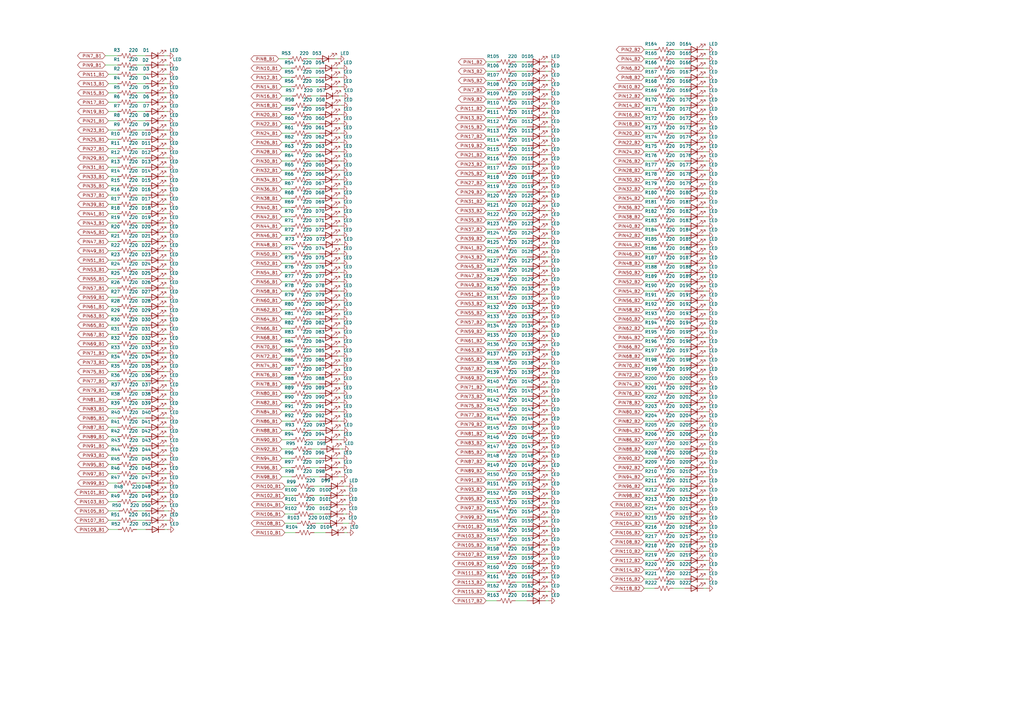
<source format=kicad_sch>
(kicad_sch (version 20231120) (generator "eeschema") (generator_version "8.0")
  (paper "A3")
  (wire (pts (xy 127.1738 134.62) (xy 130.9838 134.62)))
  (wire (pts (xy 199.39 120.65) (xy 203.7592 120.65)))
  (wire (pts (xy 276.1492 85.09) (xy 280.8879 85.09)))
  (wire (pts (xy 115.57 138.43) (xy 119.5538 138.43)))
  (wire (pts (xy 264.16 20.32) (xy 268.5292 20.32)))
  (wire (pts (xy 276.1492 81.28) (xy 280.8879 81.28)))
  (wire (pts (xy 211.3792 48.26) (xy 216.1179 48.26)))
  (wire (pts (xy 199.39 67.31) (xy 203.7592 67.31)))
  (wire (pts (xy 264.16 172.72) (xy 268.5292 172.72)))
  (wire (pts (xy 199.39 101.6) (xy 203.7592 101.6)))
  (wire (pts (xy 199.39 48.26) (xy 203.7592 48.26)))
  (wire (pts (xy 276.1492 107.95) (xy 280.8879 107.95)))
  (wire (pts (xy 276.1492 24.13) (xy 280.8879 24.13)))
  (wire (pts (xy 55.88 49.53) (xy 59.69 49.53)))
  (wire (pts (xy 55.88 53.34) (xy 59.69 53.34)))
  (wire (pts (xy 115.57 27.94) (xy 119.5538 27.94)))
  (wire (pts (xy 138.6038 168.91) (xy 139.8738 168.91)))
  (wire (pts (xy 67.31 68.58) (xy 68.58 68.58)))
  (wire (pts (xy 44.45 53.34) (xy 48.26 53.34)))
  (wire (pts (xy 67.4838 217.17) (xy 68.7538 217.17)))
  (wire (pts (xy 115.57 58.42) (xy 119.5538 58.42)))
  (wire (pts (xy 127.1738 81.28) (xy 130.9838 81.28)))
  (wire (pts (xy 264.16 81.28) (xy 268.5292 81.28)))
  (wire (pts (xy 199.39 200.66) (xy 203.7592 200.66)))
  (wire (pts (xy 211.3792 227.33) (xy 216.1179 227.33)))
  (wire (pts (xy 67.31 60.96) (xy 68.58 60.96)))
  (wire (pts (xy 223.7379 48.26) (xy 225.0079 48.26)))
  (wire (pts (xy 67.31 57.15) (xy 68.58 57.15)))
  (wire (pts (xy 223.7379 242.57) (xy 225.0079 242.57)))
  (wire (pts (xy 199.39 29.21) (xy 203.7592 29.21)))
  (wire (pts (xy 138.6038 27.94) (xy 139.8738 27.94)))
  (wire (pts (xy 199.39 74.93) (xy 203.7592 74.93)))
  (wire (pts (xy 44.45 144.78) (xy 48.26 144.78)))
  (wire (pts (xy 115.57 81.28) (xy 119.5538 81.28)))
  (wire (pts (xy 44.45 190.5) (xy 48.26 190.5)))
  (wire (pts (xy 223.7379 82.55) (xy 225.0079 82.55)))
  (wire (pts (xy 44.45 64.77) (xy 48.26 64.77)))
  (wire (pts (xy 115.57 187.96) (xy 119.5538 187.96)))
  (wire (pts (xy 199.39 193.04) (xy 203.7592 193.04)))
  (wire (pts (xy 199.39 189.23) (xy 203.7592 189.23)))
  (wire (pts (xy 276.1492 58.42) (xy 280.8879 58.42)))
  (wire (pts (xy 138.6038 31.75) (xy 139.8738 31.75)))
  (wire (pts (xy 211.3792 74.93) (xy 216.1179 74.93)))
  (wire (pts (xy 223.7379 25.4) (xy 225.0079 25.4)))
  (wire (pts (xy 128.4438 210.82) (xy 133.1825 210.82)))
  (wire (pts (xy 223.7379 63.5) (xy 225.0079 63.5)))
  (wire (pts (xy 127.1738 172.72) (xy 130.9838 172.72)))
  (wire (pts (xy 127.1738 153.67) (xy 130.9838 153.67)))
  (wire (pts (xy 127.1738 58.42) (xy 130.9838 58.42)))
  (wire (pts (xy 199.39 173.99) (xy 203.7592 173.99)))
  (wire (pts (xy 138.6038 149.86) (xy 139.8738 149.86)))
  (wire (pts (xy 199.39 242.57) (xy 203.7592 242.57)))
  (wire (pts (xy 138.6038 187.96) (xy 139.8738 187.96)))
  (wire (pts (xy 288.5079 66.04) (xy 289.7779 66.04)))
  (wire (pts (xy 288.5079 187.96) (xy 289.7779 187.96)))
  (wire (pts (xy 138.6038 88.9) (xy 139.8738 88.9)))
  (wire (pts (xy 138.9844 39.37) (xy 140.2544 39.37)))
  (wire (pts (xy 44.45 125.73) (xy 48.26 125.73)))
  (wire (pts (xy 199.39 204.47) (xy 203.7592 204.47)))
  (wire (pts (xy 264.16 111.76) (xy 268.5292 111.76)))
  (wire (pts (xy 211.3792 231.14) (xy 216.1179 231.14)))
  (wire (pts (xy 127.1738 54.61) (xy 130.9838 54.61)))
  (wire (pts (xy 264.16 203.2) (xy 268.5292 203.2)))
  (wire (pts (xy 115.57 54.61) (xy 119.5538 54.61)))
  (wire (pts (xy 276.1492 31.75) (xy 280.8879 31.75)))
  (wire (pts (xy 67.31 198.12) (xy 68.58 198.12)))
  (wire (pts (xy 115.57 172.72) (xy 119.5538 172.72)))
  (wire (pts (xy 138.6038 62.23) (xy 139.8738 62.23)))
  (wire (pts (xy 199.39 162.56) (xy 203.7592 162.56)))
  (wire (pts (xy 67.31 144.78) (xy 68.58 144.78)))
  (wire (pts (xy 199.39 132.08) (xy 203.7592 132.08)))
  (wire (pts (xy 211.3792 109.22) (xy 216.1179 109.22)))
  (wire (pts (xy 199.39 33.02) (xy 203.7592 33.02)))
  (wire (pts (xy 138.6038 119.38) (xy 139.8738 119.38)))
  (wire (pts (xy 223.7379 154.94) (xy 225.0079 154.94)))
  (wire (pts (xy 127.1738 180.34) (xy 130.9838 180.34)))
  (wire (pts (xy 127.1738 123.19) (xy 130.9838 123.19)))
  (wire (pts (xy 276.1492 146.05) (xy 280.8879 146.05)))
  (wire (pts (xy 44.45 140.97) (xy 48.26 140.97)))
  (wire (pts (xy 128.4438 203.2) (xy 133.1825 203.2)))
  (wire (pts (xy 223.7379 132.08) (xy 225.0079 132.08)))
  (wire (pts (xy 115.57 119.38) (xy 119.5538 119.38)))
  (wire (pts (xy 264.16 107.95) (xy 268.5292 107.95)))
  (wire (pts (xy 199.39 59.69) (xy 203.7592 59.69)))
  (wire (pts (xy 288.5079 203.2) (xy 289.7779 203.2)))
  (wire (pts (xy 55.88 201.93) (xy 59.69 201.93)))
  (wire (pts (xy 127.1738 115.57) (xy 130.9838 115.57)))
  (wire (pts (xy 67.31 110.49) (xy 68.58 110.49)))
  (wire (pts (xy 55.88 106.68) (xy 59.69 106.68)))
  (wire (pts (xy 276.1492 130.81) (xy 280.8879 130.81)))
  (wire (pts (xy 276.1492 138.43) (xy 280.8879 138.43)))
  (wire (pts (xy 211.3792 200.66) (xy 216.1179 200.66)))
  (wire (pts (xy 199.39 52.07) (xy 203.7592 52.07)))
  (wire (pts (xy 211.3792 135.89) (xy 216.1179 135.89)))
  (wire (pts (xy 67.31 190.5) (xy 68.58 190.5)))
  (wire (pts (xy 276.1492 142.24) (xy 280.8879 142.24)))
  (wire (pts (xy 55.88 34.29) (xy 59.69 34.29)))
  (wire (pts (xy 211.3792 234.95) (xy 216.1179 234.95)))
  (wire (pts (xy 44.45 91.44) (xy 48.26 91.44)))
  (wire (pts (xy 138.6038 77.47) (xy 139.8738 77.47)))
  (wire (pts (xy 138.6038 81.28) (xy 139.8738 81.28)))
  (wire (pts (xy 44.45 102.87) (xy 48.26 102.87)))
  (wire (pts (xy 211.3792 223.52) (xy 216.1179 223.52)))
  (wire (pts (xy 55.88 121.92) (xy 59.69 121.92)))
  (wire (pts (xy 127.1738 111.76) (xy 130.9838 111.76)))
  (wire (pts (xy 67.31 91.44) (xy 68.58 91.44)))
  (wire (pts (xy 264.16 130.81) (xy 268.5292 130.81)))
  (wire (pts (xy 115.57 96.52) (xy 119.5538 96.52)))
  (wire (pts (xy 199.39 109.22) (xy 203.7592 109.22)))
  (wire (pts (xy 223.7379 29.21) (xy 225.0079 29.21)))
  (wire (pts (xy 55.88 152.4) (xy 59.69 152.4)))
  (wire (pts (xy 115.57 142.24) (xy 119.5538 142.24)))
  (wire (pts (xy 264.16 153.67) (xy 268.5292 153.67)))
  (wire (pts (xy 276.1492 115.57) (xy 280.8879 115.57)))
  (wire (pts (xy 211.3792 208.28) (xy 216.1179 208.28)))
  (wire (pts (xy 138.6038 191.77) (xy 139.8738 191.77)))
  (wire (pts (xy 211.3792 124.46) (xy 216.1179 124.46)))
  (wire (pts (xy 138.6038 142.24) (xy 139.8738 142.24)))
  (wire (pts (xy 223.7379 170.18) (xy 225.0079 170.18)))
  (wire (pts (xy 288.5079 195.58) (xy 289.7779 195.58)))
  (wire (pts (xy 115.57 85.09) (xy 119.5538 85.09)))
  (wire (pts (xy 115.57 130.81) (xy 119.5538 130.81)))
  (wire (pts (xy 264.16 241.3) (xy 268.5292 241.3)))
  (wire (pts (xy 138.6038 104.14) (xy 139.8738 104.14)))
  (wire (pts (xy 115.57 195.58) (xy 119.6843 195.58)))
  (wire (pts (xy 223.7379 36.83) (xy 225.0079 36.83)))
  (wire (pts (xy 115.57 100.33) (xy 119.7628 100.33)))
  (wire (pts (xy 115.57 149.86) (xy 119.5538 149.86)))
  (wire (pts (xy 199.39 40.64) (xy 203.7592 40.64)))
  (wire (pts (xy 276.1492 73.66) (xy 280.8879 73.66)))
  (wire (pts (xy 199.39 246.38) (xy 203.7592 246.38)))
  (wire (pts (xy 127.1738 62.23) (xy 130.9838 62.23)))
  (wire (pts (xy 127.1738 168.91) (xy 130.9838 168.91)))
  (wire (pts (xy 55.88 99.06) (xy 59.69 99.06)))
  (wire (pts (xy 138.6038 54.61) (xy 139.8738 54.61)))
  (wire (pts (xy 127.1738 85.09) (xy 130.9838 85.09)))
  (wire (pts (xy 264.16 195.58) (xy 268.5292 195.58)))
  (wire (pts (xy 276.1492 134.62) (xy 280.8879 134.62)))
  (wire (pts (xy 44.45 72.39) (xy 48.26 72.39)))
  (wire (pts (xy 211.3792 242.57) (xy 216.1179 242.57)))
  (wire (pts (xy 140.8025 203.2) (xy 142.0725 203.2)))
  (wire (pts (xy 276.1492 50.8) (xy 280.8879 50.8)))
  (wire (pts (xy 114.3 24.13) (xy 118.2838 24.13)))
  (wire (pts (xy 211.3792 212.09) (xy 216.1179 212.09)))
  (wire (pts (xy 211.3792 120.65) (xy 216.1179 120.65)))
  (wire (pts (xy 288.5079 161.29) (xy 289.7779 161.29)))
  (wire (pts (xy 67.31 118.11) (xy 68.58 118.11)))
  (wire (pts (xy 223.7379 189.23) (xy 225.0079 189.23)))
  (wire (pts (xy 211.3792 196.85) (xy 216.1179 196.85)))
  (wire (pts (xy 288.5079 214.63) (xy 289.7779 214.63)))
  (wire (pts (xy 55.9641 182.88) (xy 59.7741 182.88)))
  (wire (pts (xy 211.3792 52.07) (xy 216.1179 52.07)))
  (wire (pts (xy 67.31 99.06) (xy 68.58 99.06)))
  (wire (pts (xy 288.5079 146.05) (xy 289.7779 146.05)))
  (wire (pts (xy 127.1738 69.85) (xy 130.9838 69.85)))
  (wire (pts (xy 288.5079 123.19) (xy 289.7779 123.19)))
  (wire (pts (xy 288.5079 46.99) (xy 289.7779 46.99)))
  (wire (pts (xy 44.45 41.91) (xy 48.26 41.91)))
  (wire (pts (xy 55.88 83.82) (xy 59.69 83.82)))
  (wire (pts (xy 44.45 201.93) (xy 48.26 201.93)))
  (wire (pts (xy 211.3792 139.7) (xy 216.1179 139.7)))
  (wire (pts (xy 264.16 119.38) (xy 268.5292 119.38)))
  (wire (pts (xy 264.16 161.29) (xy 268.5292 161.29)))
  (wire (pts (xy 67.31 45.72) (xy 68.58 45.72)))
  (wire (pts (xy 223.7379 246.38) (xy 225.0079 246.38)))
  (wire (pts (xy 67.31 152.4) (xy 68.58 152.4)))
  (wire (pts (xy 115.57 88.9) (xy 119.5538 88.9)))
  (wire (pts (xy 211.3792 33.02) (xy 216.1179 33.02)))
  (wire (pts (xy 55.9641 186.69) (xy 59.7741 186.69)))
  (wire (pts (xy 288.5079 69.85) (xy 289.7779 69.85)))
  (wire (pts (xy 44.45 34.29) (xy 48.26 34.29)))
  (wire (pts (xy 211.3792 154.94) (xy 216.1179 154.94)))
  (wire (pts (xy 115.57 92.71) (xy 119.5538 92.71)))
  (wire (pts (xy 276.1492 127) (xy 280.8879 127)))
  (wire (pts (xy 211.3792 170.18) (xy 216.1179 170.18)))
  (wire (pts (xy 288.5079 134.62) (xy 289.7779 134.62)))
  (wire (pts (xy 288.5079 142.24) (xy 289.7779 142.24)))
  (wire (pts (xy 116.84 199.39) (xy 120.9913 199.39)))
  (wire (pts (xy 199.39 181.61) (xy 203.7592 181.61)))
  (wire (pts (xy 67.31 114.3) (xy 68.58 114.3)))
  (wire (pts (xy 55.88 102.87) (xy 59.69 102.87)))
  (wire (pts (xy 55.88 190.5) (xy 59.69 190.5)))
  (wire (pts (xy 264.16 35.56) (xy 268.5292 35.56)))
  (wire (pts (xy 276.1492 92.71) (xy 280.8879 92.71)))
  (wire (pts (xy 138.6038 107.95) (xy 139.8738 107.95)))
  (wire (pts (xy 67.31 205.74) (xy 68.58 205.74)))
  (wire (pts (xy 44.45 129.54) (xy 48.26 129.54)))
  (wire (pts (xy 67.31 72.39) (xy 68.58 72.39)))
  (wire (pts (xy 223.7379 196.85) (xy 225.0079 196.85)))
  (wire (pts (xy 55.88 179.07) (xy 59.69 179.07)))
  (wire (pts (xy 264.16 123.19) (xy 268.5292 123.19)))
  (wire (pts (xy 55.88 38.1) (xy 59.69 38.1)))
  (wire (pts (xy 264.16 191.77) (xy 268.5292 191.77)))
  (wire (pts (xy 199.39 71.12) (xy 203.7592 71.12)))
  (wire (pts (xy 138.8128 176.53) (xy 140.0828 176.53)))
  (wire (pts (xy 223.7379 44.45) (xy 225.0079 44.45)))
  (wire (pts (xy 44.45 205.74) (xy 48.26 205.74)))
  (wire (pts (xy 115.57 153.67) (xy 119.5538 153.67)))
  (wire (pts (xy 138.6038 130.81) (xy 139.8738 130.81)))
  (wire (pts (xy 199.39 147.32) (xy 203.7592 147.32)))
  (wire (pts (xy 55.88 175.26) (xy 59.69 175.26)))
  (wire (pts (xy 211.3792 59.69) (xy 216.1179 59.69)))
  (wire (pts (xy 44.45 194.31) (xy 48.26 194.31)))
  (wire (pts (xy 288.5079 226.06) (xy 289.7779 226.06)))
  (wire (pts (xy 211.3792 173.99) (xy 216.1179 173.99)))
  (wire (pts (xy 276.1492 119.38) (xy 280.8879 119.38)))
  (wire (pts (xy 55.88 163.83) (xy 59.69 163.83)))
  (wire (pts (xy 211.3792 116.84) (xy 216.1179 116.84)))
  (wire (pts (xy 115.57 134.62) (xy 119.5538 134.62)))
  (wire (pts (xy 127.1738 138.43) (xy 130.9838 138.43)))
  (wire (pts (xy 211.3792 82.55) (xy 216.1179 82.55)))
  (wire (pts (xy 138.6038 172.72) (xy 139.8738 172.72)))
  (wire (pts (xy 55.88 198.12) (xy 59.69 198.12)))
  (wire (pts (xy 67.3941 171.45) (xy 68.6641 171.45)))
  (wire (pts (xy 288.5079 20.32) (xy 289.7779 20.32)))
  (wire (pts (xy 276.1492 35.56) (xy 280.8879 35.56)))
  (wire (pts (xy 264.16 226.06) (xy 268.5292 226.06)))
  (wire (pts (xy 223.7379 166.37) (xy 225.0079 166.37)))
  (wire (pts (xy 264.16 77.47) (xy 268.5292 77.47)))
  (wire (pts (xy 44.45 99.06) (xy 48.26 99.06)))
  (wire (pts (xy 288.5079 138.43) (xy 289.7779 138.43)))
  (wire (pts (xy 276.1492 111.76) (xy 280.8879 111.76)))
  (wire (pts (xy 264.16 127) (xy 268.5292 127)))
  (wire (pts (xy 138.6038 157.48) (xy 139.8738 157.48)))
  (wire (pts (xy 264.16 88.9) (xy 268.5292 88.9)))
  (wire (pts (xy 276.1492 237.49) (xy 280.8879 237.49)))
  (wire (pts (xy 223.7379 234.95) (xy 225.0079 234.95)))
  (wire (pts (xy 115.57 46.99) (xy 119.5538 46.99)))
  (wire (pts (xy 55.88 87.63) (xy 59.69 87.63)))
  (wire (pts (xy 44.45 156.21) (xy 48.26 156.21)))
  (wire (pts (xy 223.7379 200.66) (xy 225.0079 200.66)))
  (wire (pts (xy 211.3792 166.37) (xy 216.1179 166.37)))
  (wire (pts (xy 44.45 118.11) (xy 48.26 118.11)))
  (wire (pts (xy 55.88 64.77) (xy 59.69 64.77)))
  (wire (pts (xy 288.5079 184.15) (xy 289.7779 184.15)))
  (wire (pts (xy 276.1492 77.47) (xy 280.8879 77.47)))
  (wire (pts (xy 127.1738 73.66) (xy 130.9838 73.66)))
  (wire (pts (xy 276.1492 191.77) (xy 280.8879 191.77)))
  (wire (pts (xy 140.6287 214.63) (xy 143.1114 214.63)))
  (wire (pts (xy 288.5079 229.87) (xy 289.7779 229.87)))
  (wire (pts (xy 288.5079 237.49) (xy 289.7779 237.49)))
  (wire (pts (xy 67.31 76.2) (xy 68.58 76.2)))
  (wire (pts (xy 211.3792 128.27) (xy 216.1179 128.27)))
  (wire (pts (xy 43.18 26.67) (xy 48.26 26.67)))
  (wire (pts (xy 223.7379 116.84) (xy 225.0079 116.84)))
  (wire (pts (xy 288.5079 130.81) (xy 289.7779 130.81)))
  (wire (pts (xy 223.7379 55.88) (xy 225.0079 55.88)))
  (wire (pts (xy 199.39 170.18) (xy 203.7592 170.18)))
  (wire (pts (xy 138.8128 100.33) (xy 140.0828 100.33)))
  (wire (pts (xy 211.3792 25.4) (xy 216.1179 25.4)))
  (wire (pts (xy 44.45 114.3) (xy 48.26 114.3)))
  (wire (pts (xy 199.39 223.52) (xy 203.7592 223.52)))
  (wire (pts (xy 67.31 163.83) (xy 68.58 163.83)))
  (wire (pts (xy 138.6038 123.19) (xy 139.8738 123.19)))
  (wire (pts (xy 211.3792 101.6) (xy 216.1179 101.6)))
  (wire (pts (xy 223.7379 238.76) (xy 225.0079 238.76)))
  (wire (pts (xy 127.3828 100.33) (xy 131.1928 100.33)))
  (wire (pts (xy 264.16 46.99) (xy 268.5292 46.99)))
  (wire (pts (xy 138.6038 180.34) (xy 139.8738 180.34)))
  (wire (pts (xy 67.31 83.82) (xy 68.58 83.82)))
  (wire (pts (xy 223.7379 162.56) (xy 225.0079 162.56)))
  (wire (pts (xy 264.16 69.85) (xy 268.5292 69.85)))
  (wire (pts (xy 55.88 133.35) (xy 59.69 133.35)))
  (wire (pts (xy 264.16 62.23) (xy 268.5292 62.23)))
  (wire (pts (xy 223.7379 139.7) (xy 225.0079 139.7)))
  (wire (pts (xy 56.3603 209.55) (xy 59.69 209.55)))
  (wire (pts (xy 288.5079 96.52) (xy 289.7779 96.52)))
  (wire (pts (xy 211.3792 29.21) (xy 216.1179 29.21)))
  (wire (pts (xy 223.7379 177.8) (xy 225.0079 177.8)))
  (wire (pts (xy 115.57 50.8) (xy 119.5538 50.8)))
  (wire (pts (xy 199.39 177.8) (xy 203.7592 177.8)))
  (wire (pts (xy 288.5079 172.72) (xy 289.7779 172.72)))
  (wire (pts (xy 139.17 184.15) (xy 140.44 184.15)))
  (wire (pts (xy 138.6038 50.8) (xy 139.8738 50.8)))
  (wire (pts (xy 199.39 86.36) (xy 203.7592 86.36)))
  (wire (pts (xy 223.7379 109.22) (xy 225.0079 109.22)))
  (wire (pts (xy 115.57 176.53) (xy 119.7628 176.53)))
  (wire (pts (xy 211.3792 189.23) (xy 216.1179 189.23)))
  (wire (pts (xy 211.3792 40.64) (xy 216.1179 40.64)))
  (wire (pts (xy 288.5079 100.33) (xy 289.7779 100.33)))
  (wire (pts (xy 264.16 96.52) (xy 268.5292 96.52)))
  (wire (pts (xy 127.1738 161.29) (xy 130.9838 161.29)))
  (wire (pts (xy 67.31 137.16) (xy 68.58 137.16)))
  (wire (pts (xy 67.31 194.31) (xy 68.58 194.31)))
  (wire (pts (xy 199.39 36.83) (xy 203.7592 36.83)))
  (wire (pts (xy 138.6038 161.29) (xy 139.8738 161.29)))
  (wire (pts (xy 288.5079 210.82) (xy 289.7779 210.82)))
  (wire (pts (xy 55.88 80.01) (xy 59.69 80.01)))
  (wire (pts (xy 199.39 151.13) (xy 203.7592 151.13)))
  (wire (pts (xy 223.7379 147.32) (xy 225.0079 147.32)))
  (wire (pts (xy 211.3792 151.13) (xy 216.1179 151.13)))
  (wire (pts (xy 44.45 133.35) (xy 48.26 133.35)))
  (wire (pts (xy 223.7379 128.27) (xy 225.0079 128.27)))
  (wire (pts (xy 115.57 191.77) (xy 119.5538 191.77)))
  (wire (pts (xy 264.16 168.91) (xy 268.5292 168.91)))
  (wire (pts (xy 44.45 152.4) (xy 48.26 152.4)))
  (wire (pts (xy 276.1492 153.67) (xy 280.8879 153.67)))
  (wire (pts (xy 127.1738 46.99) (xy 130.9838 46.99)))
  (wire (pts (xy 223.7379 97.79) (xy 225.0079 97.79)))
  (wire (pts (xy 211.3792 193.04) (xy 216.1179 193.04)))
  (wire (pts (xy 264.16 138.43) (xy 268.5292 138.43)))
  (wire (pts (xy 288.5079 107.95) (xy 289.7779 107.95)))
  (wire (pts (xy 276.1492 123.19) (xy 280.8879 123.19)))
  (wire (pts (xy 276.1492 96.52) (xy 280.8879 96.52)))
  (wire (pts (xy 141.1879 218.44) (xy 142.4579 218.44)))
  (wire (pts (xy 137.3338 24.13) (xy 138.6038 24.13)))
  (wire (pts (xy 44.45 60.96) (xy 48.26 60.96)))
  (wire (pts (xy 199.39 93.98) (xy 203.7592 93.98)))
  (wire (pts (xy 127.1738 77.47) (xy 130.9838 77.47)))
  (wire (pts (xy 264.16 100.33) (xy 268.5292 100.33)))
  (wire (pts (xy 199.39 25.4) (xy 203.7592 25.4)))
  (wire (pts (xy 276.1492 39.37) (xy 280.8879 39.37)))
  (wire (pts (xy 264.16 142.24) (xy 268.5292 142.24)))
  (wire (pts (xy 264.16 73.66) (xy 268.5292 73.66)))
  (wire (pts (xy 55.88 118.11) (xy 59.69 118.11)))
  (wire (pts (xy 211.3792 90.17) (xy 216.1179 90.17)))
  (wire (pts (xy 211.3792 55.88) (xy 216.1179 55.88)))
  (wire (pts (xy 223.7379 185.42) (xy 225.0079 185.42)))
  (wire (pts (xy 288.5079 39.37) (xy 289.7779 39.37)))
  (wire (pts (xy 55.88 22.86) (xy 59.69 22.86)))
  (wire (pts (xy 276.1492 184.15) (xy 280.8879 184.15)))
  (wire (pts (xy 276.1492 176.53) (xy 280.8879 176.53)))
  (wire (pts (xy 223.7379 219.71) (xy 225.0079 219.71)))
  (wire (pts (xy 138.6038 115.57) (xy 139.8738 115.57)))
  (wire (pts (xy 276.1492 168.91) (xy 280.8879 168.91)))
  (wire (pts (xy 223.7379 105.41) (xy 225.0079 105.41)))
  (wire (pts (xy 67.31 22.86) (xy 68.58 22.86)))
  (wire (pts (xy 223.7379 181.61) (xy 225.0079 181.61)))
  (wire (pts (xy 211.3792 71.12) (xy 216.1179 71.12)))
  (wire (pts (xy 264.16 184.15) (xy 268.5292 184.15)))
  (wire (pts (xy 211.3792 97.79) (xy 216.1179 97.79)))
  (wire (pts (xy 129.4827 214.63) (xy 133.0087 214.63)))
  (wire (pts (xy 211.3792 93.98) (xy 216.1179 93.98)))
  (wire (pts (xy 127.1738 50.8) (xy 130.9838 50.8)))
  (wire (pts (xy 55.88 129.54) (xy 59.69 129.54)))
  (wire (pts (xy 211.3792 246.38) (xy 216.1179 246.38)))
  (wire (pts (xy 288.5079 165.1) (xy 289.7779 165.1)))
  (wire (pts (xy 115.57 127) (xy 119.5538 127)))
  (wire (pts (xy 138.6038 134.62) (xy 139.8738 134.62)))
  (wire (pts (xy 288.5079 207.01) (xy 289.7779 207.01)))
  (wire (pts (xy 127.1738 146.05) (xy 130.9838 146.05)))
  (wire (pts (xy 55.88 76.2) (xy 59.69 76.2)))
  (wire (pts (xy 288.5079 241.3) (xy 289.7779 241.3)))
  (wire (pts (xy 223.7379 120.65) (xy 225.0079 120.65)))
  (wire (pts (xy 288.5079 88.9) (xy 289.7779 88.9)))
  (wire (pts (xy 44.45 110.49) (xy 48.26 110.49)))
  (wire (pts (xy 115.57 168.91) (xy 119.5538 168.91)))
  (wire (pts (xy 211.3792 147.32) (xy 216.1179 147.32)))
  (wire (pts (xy 264.16 43.18) (xy 268.5292 43.18)))
  (wire (pts (xy 67.31 41.91) (xy 68.58 41.91)))
  (wire (pts (xy 276.1492 54.61) (xy 280.8879 54.61)))
  (wire (pts (xy 276.1492 104.14) (xy 280.8879 104.14)))
  (wire (pts (xy 55.88 205.74) (xy 59.69 205.74)))
  (wire (pts (xy 223.7379 52.07) (xy 225.0079 52.07)))
  (wire (pts (xy 127.1738 88.9) (xy 130.9838 88.9)))
  (wire (pts (xy 44.45 217.17) (xy 48.4338 217.17)))
  (wire (pts (xy 223.7379 173.99) (xy 225.0079 173.99)))
  (wire (pts (xy 264.16 39.37) (xy 268.5292 39.37)))
  (wire (pts (xy 276.1492 88.9) (xy 280.8879 88.9)))
  (wire (pts (xy 55.88 213.36) (xy 59.69 213.36)))
  (wire (pts (xy 67.3941 186.69) (xy 68.6641 186.69)))
  (wire (pts (xy 223.7379 135.89) (xy 225.0079 135.89)))
  (wire (pts (xy 211.3792 177.8) (xy 216.1179 177.8)))
  (wire (pts (xy 128.6113 199.39) (xy 133.35 199.39)))
  (wire (pts (xy 211.3792 44.45) (xy 216.1179 44.45)))
  (wire (pts (xy 115.57 77.47) (xy 119.5538 77.47)))
  (wire (pts (xy 288.5079 77.47) (xy 289.7779 77.47)))
  (wire (pts (xy 223.7379 208.28) (xy 225.0079 208.28)))
  (wire (pts (xy 199.39 44.45) (xy 203.7592 44.45)))
  (wire (pts (xy 67.31 133.35) (xy 68.58 133.35)))
  (wire (pts (xy 44.45 38.1) (xy 48.26 38.1)))
  (wire (pts (xy 276.1492 199.39) (xy 280.8879 199.39)))
  (wire (pts (xy 115.57 184.15) (xy 120.12 184.15)))
  (wire (pts (xy 115.57 180.34) (xy 119.5538 180.34)))
  (wire (pts (xy 276.1492 165.1) (xy 280.8879 165.1)))
  (wire (pts (xy 276.1492 207.01) (xy 280.8879 207.01)))
  (wire (pts (xy 44.45 83.82) (xy 48.26 83.82)))
  (wire (pts (xy 199.39 158.75) (xy 203.7592 158.75)))
  (wire (pts (xy 44.45 179.07) (xy 48.26 179.07)))
  (wire (pts (xy 127.74 184.15) (xy 131.55 184.15)))
  (wire (pts (xy 288.5079 119.38) (xy 289.7779 119.38)))
  (wire (pts (xy 276.1492 226.06) (xy 280.8879 226.06)))
  (wire (pts (xy 44.45 137.16) (xy 48.26 137.16)))
  (wire (pts (xy 67.31 95.25) (xy 68.58 95.25)))
  (wire (pts (xy 276.1492 210.82) (xy 280.8879 210.82)))
  (wire (pts (xy 264.16 207.01) (xy 268.5292 207.01)))
  (wire (pts (xy 116.84 203.2) (xy 120.8238 203.2)))
  (wire (pts (xy 115.57 146.05) (xy 119.5538 146.05)))
  (wire (pts (xy 44.45 186.69) (xy 48.3441 186.69)))
  (wire (pts (xy 264.16 54.61) (xy 268.5292 54.61)))
  (wire (pts (xy 44.45 30.48) (xy 48.26 30.48)))
  (wire (pts (xy 223.7379 223.52) (xy 225.0079 223.52)))
  (wire (pts (xy 276.1492 195.58) (xy 280.8879 195.58)))
  (wire (pts (xy 127.1738 104.14) (xy 130.9838 104.14)))
  (wire (pts (xy 115.57 66.04) (xy 119.5538 66.04)))
  (wire (pts (xy 115.57 43.18) (xy 119.7243 43.18)))
  (wire (pts (xy 223.7379 212.09) (xy 225.0079 212.09)))
  (wire (pts (xy 223.7379 113.03) (xy 225.0079 113.03)))
  (wire (pts (xy 276.1492 233.68) (xy 280.8879 233.68)))
  (wire (pts (xy 44.45 175.26) (xy 48.26 175.26)))
  (wire (pts (xy 55.88 148.59) (xy 59.69 148.59)))
  (wire (pts (xy 67.31 201.93) (xy 68.58 201.93)))
  (wire (pts (xy 288.5079 127) (xy 289.7779 127)))
  (wire (pts (xy 127.1738 191.77) (xy 130.9838 191.77)))
  (wire (pts (xy 55.88 137.16) (xy 59.69 137.16)))
  (wire (pts (xy 199.39 154.94) (xy 203.7592 154.94)))
  (wire (pts (xy 55.88 110.49) (xy 59.69 110.49)))
  (wire (pts (xy 264.16 214.63) (xy 268.5292 214.63)))
  (wire (pts (xy 199.39 196.85) (xy 203.7592 196.85)))
  (wire (pts (xy 211.3792 158.75) (xy 216.1179 158.75)))
  (wire (pts (xy 288.5079 50.8) (xy 289.7779 50.8)))
  (wire (pts (xy 264.16 229.87) (xy 268.5292 229.87)))
  (wire (pts (xy 264.16 218.44) (xy 268.5292 218.44)))
  (wire (pts (xy 288.5079 153.67) (xy 289.7779 153.67)))
  (wire (pts (xy 138.6038 96.52) (xy 139.8738 96.52)))
  (wire (pts (xy 138.6038 146.05) (xy 139.8738 146.05)))
  (wire (pts (xy 264.16 165.1) (xy 268.5292 165.1)))
  (wire (pts (xy 264.16 134.62) (xy 268.5292 134.62)))
  (wire (pts (xy 199.39 166.37) (xy 203.7592 166.37)))
  (wire (pts (xy 128.8292 218.44) (xy 133.5679 218.44)))
  (wire (pts (xy 138.7743 43.18) (xy 140.0443 43.18)))
  (wire (pts (xy 276.1492 214.63) (xy 280.8879 214.63)))
  (wire (pts (xy 115.57 107.95) (xy 119.5538 107.95)))
  (wire (pts (xy 264.16 31.75) (xy 268.5292 31.75)))
  (wire (pts (xy 67.3941 160.02) (xy 68.6641 160.02)))
  (wire (pts (xy 138.6038 111.76) (xy 139.8738 111.76)))
  (wire (pts (xy 223.7379 33.02) (xy 225.0079 33.02)))
  (wire (pts (xy 223.7379 193.04) (xy 225.0079 193.04)))
  (wire (pts (xy 115.57 161.29) (xy 119.5538 161.29)))
  (wire (pts (xy 264.16 180.34) (xy 268.5292 180.34)))
  (wire (pts (xy 67.31 64.77) (xy 68.58 64.77)))
  (wire (pts (xy 138.6038 127) (xy 139.8738 127)))
  (wire (pts (xy 140.8025 210.82) (xy 142.0725 210.82)))
  (wire (pts (xy 55.9641 171.45) (xy 59.7741 171.45)))
  (wire (pts (xy 140.8025 207.01) (xy 142.0725 207.01)))
  (wire (pts (xy 127.1738 27.94) (xy 130.9838 27.94)))
  (wire (pts (xy 288.5079 199.39) (xy 289.7779 199.39)))
  (wire (pts (xy 211.3792 86.36) (xy 216.1179 86.36)))
  (wire (pts (xy 264.16 157.48) (xy 268.5292 157.48)))
  (wire (pts (xy 223.7379 158.75) (xy 225.0079 158.75)))
  (wire (pts (xy 199.39 231.14) (xy 203.7592 231.14)))
  (wire (pts (xy 115.57 31.75) (xy 119.5538 31.75)))
  (wire (pts (xy 276.1492 69.85) (xy 280.8879 69.85)))
  (wire (pts (xy 127.1738 187.96) (xy 130.9838 187.96)))
  (wire (pts (xy 223.7379 86.36) (xy 225.0079 86.36)))
  (wire (pts (xy 276.1492 27.94) (xy 280.8879 27.94)))
  (wire (pts (xy 223.7379 93.98) (xy 225.0079 93.98)))
  (wire (pts (xy 288.5079 85.09) (xy 289.7779 85.09)))
  (wire (pts (xy 116.84 210.82) (xy 120.8238 210.82)))
  (wire (pts (xy 276.1492 172.72) (xy 280.8879 172.72)))
  (wire (pts (xy 67.31 106.68) (xy 68.58 106.68)))
  (wire (pts (xy 44.45 148.59) (xy 48.26 148.59)))
  (wire (pts (xy 67.31 209.55) (xy 69.0603 209.55)))
  (wire (pts (xy 223.7379 40.64) (xy 225.0079 40.64)))
  (wire (pts (xy 67.31 213.36) (xy 68.58 213.36)))
  (wire (pts (xy 199.39 113.03) (xy 203.7592 113.03)))
  (wire (pts (xy 288.5079 111.76) (xy 289.7779 111.76)))
  (wire (pts (xy 276.1492 46.99) (xy 280.8879 46.99)))
  (wire (pts (xy 288.5079 31.75) (xy 289.7779 31.75)))
  (wire (pts (xy 116.84 218.44) (xy 121.2092 218.44)))
  (wire (pts (xy 44.45 160.02) (xy 48.3441 160.02)))
  (wire (pts (xy 125.9038 24.13) (xy 129.7138 24.13)))
  (wire (pts (xy 67.31 129.54) (xy 68.58 129.54)))
  (wire (pts (xy 44.45 209.55) (xy 48.7403 209.55)))
  (wire (pts (xy 199.39 135.89) (xy 203.7592 135.89)))
  (wire (pts (xy 115.57 104.14) (xy 119.5538 104.14)))
  (wire (pts (xy 115.57 111.76) (xy 119.5538 111.76)))
  (wire (pts (xy 67.31 175.26) (xy 68.58 175.26)))
  (wire (pts (xy 288.5079 73.66) (xy 289.7779 73.66)))
  (wire (pts (xy 127.1738 157.48) (xy 130.9838 157.48)))
  (wire (pts (xy 44.45 182.88) (xy 48.3441 182.88)))
  (wire (pts (xy 223.7379 227.33) (xy 225.0079 227.33)))
  (wire (pts (xy 67.3941 182.88) (xy 68.6641 182.88)))
  (wire (pts (xy 264.16 66.04) (xy 268.5292 66.04)))
  (wire (pts (xy 44.45 57.15) (xy 48.26 57.15)))
  (wire (pts (xy 67.31 156.21) (xy 68.58 156.21)))
  (wire (pts (xy 199.39 90.17) (xy 203.7592 90.17)))
  (wire (pts (xy 211.3792 215.9) (xy 216.1179 215.9)))
  (wire (pts (xy 211.3792 238.76) (xy 216.1179 238.76)))
  (wire (pts (xy 276.1492 161.29) (xy 280.8879 161.29)))
  (wire (pts (xy 288.5079 218.44) (xy 289.7779 218.44)))
  (wire (pts (xy 67.31 148.59) (xy 68.58 148.59)))
  (wire (pts (xy 211.3792 204.47) (xy 216.1179 204.47)))
  (wire (pts (xy 127.1738 149.86) (xy 130.9838 149.86)))
  (wire (pts (xy 67.31 30.48) (xy 68.58 30.48)))
  (wire (pts (xy 127.1738 119.38) (xy 130.9838 119.38)))
  (wire (pts (xy 223.7379 124.46) (xy 225.0079 124.46)))
  (wire (pts (xy 55.88 68.58) (xy 59.69 68.58)))
  (wire (pts (xy 276.1492 241.3) (xy 280.8879 241.3)))
  (wire (pts (xy 264.16 85.09) (xy 268.5292 85.09)))
  (wire (pts (xy 115.57 39.37) (xy 119.9344 39.37)))
  (wire (pts (xy 127.1738 165.1) (xy 130.9838 165.1)))
  (wire (pts (xy 67.31 102.87) (xy 68.58 102.87)))
  (wire (pts (xy 211.3792 63.5) (xy 216.1179 63.5)))
  (wire (pts (xy 264.16 199.39) (xy 268.5292 199.39)))
  (wire (pts (xy 288.5079 222.25) (xy 289.7779 222.25)))
  (wire (pts (xy 264.16 222.25) (xy 268.5292 222.25)))
  (wire (pts (xy 288.5079 191.77) (xy 289.7779 191.77)))
  (wire (pts (xy 223.7379 215.9) (xy 225.0079 215.9)))
  (wire (pts (xy 138.6038 66.04) (xy 139.8738 66.04)))
  (wire (pts (xy 211.3792 132.08) (xy 216.1179 132.08)))
  (wire (pts (xy 223.7379 59.69) (xy 225.0079 59.69)))
  (wire (pts (xy 199.39 124.46) (xy 203.7592 124.46)))
  (wire (pts (xy 211.3792 105.41) (xy 216.1179 105.41)))
  (wire (pts (xy 288.5079 233.68) (xy 289.7779 233.68)))
  (wire (pts (xy 288.5079 92.71) (xy 289.7779 92.71)))
  (wire (pts (xy 199.39 143.51) (xy 203.7592 143.51)))
  (wire (pts (xy 264.16 210.82) (xy 268.5292 210.82)))
  (wire (pts (xy 199.39 208.28) (xy 203.7592 208.28)))
  (wire (pts (xy 55.88 167.64) (xy 59.69 167.64)))
  (wire (pts (xy 223.7379 74.93) (xy 225.0079 74.93)))
  (wire (pts (xy 127.1738 107.95) (xy 130.9838 107.95)))
  (wire (pts (xy 276.1492 149.86) (xy 280.8879 149.86)))
  (wire (pts (xy 55.88 95.25) (xy 59.69 95.25)))
  (wire (pts (xy 127.3043 195.58) (xy 131.1143 195.58)))
  (wire (pts (xy 67.31 140.97) (xy 68.58 140.97)))
  (wire (pts (xy 116.84 214.63) (xy 121.8627 214.63)))
  (wire (pts (xy 55.88 41.91) (xy 59.69 41.91)))
  (wire (pts (xy 288.5079 54.61) (xy 289.7779 54.61)))
  (wire (pts (xy 276.1492 187.96) (xy 280.8879 187.96)))
  (wire (pts (xy 44.45 87.63) (xy 48.26 87.63)))
  (wire (pts (xy 276.1492 222.25) (xy 280.8879 222.25)))
  (wire (pts (xy 55.88 114.3) (xy 59.69 114.3)))
  (wire (pts (xy 44.45 213.36) (xy 48.26 213.36)))
  (wire (pts (xy 199.39 215.9) (xy 203.7592 215.9)))
  (wire (pts (xy 56.0538 217.17) (xy 59.8638 217.17)))
  (wire (pts (xy 55.88 156.21) (xy 59.69 156.21)))
  (wire (pts (xy 276.1492 218.44) (xy 280.8879 218.44)))
  (wire (pts (xy 199.39 139.7) (xy 203.7592 139.7)))
  (wire (pts (xy 55.88 144.78) (xy 59.69 144.78)))
  (wire (pts (xy 55.88 45.72) (xy 59.69 45.72)))
  (wire (pts (xy 288.5079 62.23) (xy 289.7779 62.23)))
  (wire (pts (xy 44.45 76.2) (xy 48.26 76.2)))
  (wire (pts (xy 115.57 69.85) (xy 119.5538 69.85)))
  (wire (pts (xy 223.7379 143.51) (xy 225.0079 143.51)))
  (wire (pts (xy 67.31 53.34) (xy 68.58 53.34)))
  (wire (pts (xy 138.6038 73.66) (xy 139.8738 73.66)))
  (wire (pts (xy 264.16 233.68) (xy 268.5292 233.68)))
  (wire (pts (xy 67.31 34.29) (xy 68.58 34.29)))
  (wire (pts (xy 55.88 72.39) (xy 59.69 72.39)))
  (wire (pts (xy 55.88 91.44) (xy 59.69 91.44)))
  (wire (pts (xy 44.45 49.53) (xy 48.26 49.53)))
  (wire (pts (xy 264.16 50.8) (xy 268.5292 50.8)))
  (wire (pts (xy 276.1492 20.32) (xy 280.8879 20.32)))
  (wire (pts (xy 115.57 115.57) (xy 119.5538 115.57)))
  (wire (pts (xy 115.57 157.48) (xy 119.5538 157.48)))
  (wire (pts (xy 115.57 35.56) (xy 119.5538 35.56)))
  (wire (pts (xy 264.16 176.53) (xy 268.5292 176.53)))
  (wire (pts (xy 276.1492 180.34) (xy 280.8879 180.34)))
  (wire (pts (xy 67.31 49.53) (xy 68.58 49.53)))
  (wire (pts (xy 276.1492 66.04) (xy 280.8879 66.04)))
  (wire (pts (xy 115.57 73.66) (xy 119.5538 73.66)))
  (wire (pts (xy 55.88 125.73) (xy 59.69 125.73)))
  (wire (pts (xy 264.16 115.57) (xy 268.5292 115.57)))
  (wire (pts (xy 199.39 212.09) (xy 203.7592 212.09)))
  (wire (pts (xy 138.6038 85.09) (xy 139.8738 85.09)))
  (wire (pts (xy 211.3792 113.03) (xy 216.1179 113.03)))
  (wire (pts (xy 140.97 199.39) (xy 142.24 199.39)))
  (wire (pts (xy 67.31 179.07) (xy 68.58 179.07)))
  (wire (pts (xy 264.16 104.14) (xy 268.5292 104.14)))
  (wire (pts (xy 223.7379 151.13) (xy 225.0079 151.13)))
  (wire (pts (xy 264.16 146.05) (xy 268.5292 146.05)))
  (wire (pts (xy 223.7379 231.14) (xy 225.0079 231.14)))
  (wire (pts (xy 44.45 106.68) (xy 48.26 106.68)))
  (wire (pts (xy 116.84 207.01) (xy 120.8238 207.01)))
  (wire (pts (xy 199.39 63.5) (xy 203.7592 63.5)))
  (wire (pts (xy 199.39 82.55) (xy 203.7592 82.55)))
  (wire (pts (xy 44.45 167.64) (xy 48.26 167.64)))
  (wire (pts (xy 67.31 38.1) (xy 68.58 38.1)))
  (wire (pts (xy 67.31 87.63) (xy 68.58 87.63)))
  (wire (pts (xy 55.88 30.48) (xy 59.69 30.48)))
  (wire (pts (xy 211.3792 185.42) (xy 216.1179 185.42)))
  (wire (pts (xy 276.1492 229.87) (xy 280.8879 229.87)))
  (wire (pts (xy 288.5079 168.91) (xy 289.7779 168.91)))
  (wire (pts (xy 67.31 167.64) (xy 68.58 167.64)))
  (wire (pts (xy 288.5079 81.28) (xy 289.7779 81.28)))
  (wire (pts (xy 264.16 187.96) (xy 268.5292 187.96)))
  (wire (pts (xy 264.16 24.13) (xy 268.5292 24.13)))
  (wire (pts (xy 127.1738 130.81) (xy 130.9838 130.81)))
  (wire (pts (xy 138.6038 46.99) (xy 139.8738 46.99)))
  (wire (pts (xy 128.4438 207.01) (xy 133.1825 207.01)))
  (wire (pts (xy 127.1738 35.56) (xy 130.9838 35.56)))
  (wire (pts (xy 138.6038 92.71) (xy 139.8738 92.71)))
  (wire (pts (xy 127.3828 176.53) (xy 131.1928 176.53)))
  (wire (pts (xy 127.3443 43.18) (xy 131.1543 43.18)))
  (wire (pts (xy 55.9641 160.02) (xy 59.7741 160.02)))
  (wire (pts (xy 199.39 55.88) (xy 203.7592 55.88)))
  (wire (pts (xy 115.57 62.23) (xy 119.5538 62.23)))
  (wire (pts (xy 55.88 60.96) (xy 59.69 60.96)))
  (wire (pts (xy 288.5079 24.13) (xy 289.7779 24.13)))
  (wire (pts (xy 138.6038 153.67) (xy 139.8738 153.67)))
  (wire (pts (xy 276.1492 203.2) (xy 280.8879 203.2)))
  (wire (pts (xy 199.39 238.76) (xy 203.7592 238.76)))
  (wire (pts (xy 44.45 95.25) (xy 48.26 95.25)))
  (wire (pts (xy 211.3792 181.61) (xy 216.1179 181.61)))
  (wire (pts (xy 115.57 165.1) (xy 119.5538 165.1)))
  (wire (pts (xy 115.57 123.19) (xy 119.5538 123.19)))
  (wire (pts (xy 138.6038 58.42) (xy 139.8738 58.42)))
  (wire (pts (xy 264.16 149.86) (xy 268.5292 149.86)))
  (wire (pts (xy 288.5079 104.14) (xy 289.7779 104.14)))
  (wire (pts (xy 44.45 45.72) (xy 48.26 45.72)))
  (wire (pts (xy 223.7379 78.74) (xy 225.0079 78.74)))
  (wire (pts (xy 288.5079 180.34) (xy 289.7779 180.34)))
  (wire (pts (xy 211.3792 67.31) (xy 216.1179 67.31)))
  (wire (pts (xy 138.6038 165.1) (xy 139.8738 165.1)))
  (wire (pts (xy 127.1738 92.71) (xy 130.9838 92.71)))
  (wire (pts (xy 55.88 26.67) (xy 59.69 26.67)))
  (wire (pts (xy 288.5079 149.86) (xy 289.7779 149.86)))
  (wire (pts (xy 223.7379 67.31) (xy 225.0079 67.31)))
  (wire (pts (xy 199.39 234.95) (xy 203.7592 234.95)))
  (wire (pts (xy 67.31 80.01) (xy 68.58 80.01)))
  (wire (pts (xy 127.1738 66.04) (xy 130.9838 66.04)))
  (wire (pts (xy 211.3792 162.56) (xy 216.1179 162.56)))
  (wire (pts (xy 199.39 78.74) (xy 203.7592 78.74)))
  (wire (pts (xy 199.39 128.27) (xy 203.7592 128.27)))
  (wire (pts (xy 211.3792 78.74) (xy 216.1179 78.74)))
  (wire (pts (xy 211.3792 36.83) (xy 216.1179 36.83)))
  (wire (pts (xy 223.7379 101.6) (xy 225.0079 101.6)))
  (wire (pts (xy 223.7379 204.47) (xy 225.0079 204.47)))
  (wire (pts (xy 264.16 58.42) (xy 268.5292 58.42)))
  (wire (pts (xy 199.39 185.42) (xy 203.7592 185.42)))
  (wire (pts (xy 264.16 92.71) (xy 268.5292 92.71)))
  (wire (pts (xy 264.16 237.49) (xy 268.5292 237.49)))
  (wire (pts (xy 288.5079 157.48) (xy 289.7779 157.48)))
  (wire (pts (xy 67.31 121.92) (xy 68.58 121.92)))
  (wire (pts (xy 288.5079 58.42) (xy 289.7779 58.42)))
  (wire (pts (xy 44.45 163.83) (xy 48.26 163.83)))
  (wire (pts (xy 138.6038 138.43) (xy 139.8738 138.43)))
  (wire (pts (xy 288.5079 115.57) (xy 289.7779 115.57)))
  (wire (pts (xy 138.6038 69.85) (xy 139.8738 69.85)))
  (wire (pts (xy 44.45 80.01) (xy 48.26 80.01)))
  (wire (pts (xy 223.7379 90.17) (xy 225.0079 90.17)))
  (wire (pts (xy 44.45 171.45) (xy 48.3441 171.45)))
  (wire (pts (xy 211.3792 143.51) (xy 216.1179 143.51)))
  (wire (pts (xy 199.39 227.33) (xy 203.7592 227.33)))
  (wire (pts (xy 44.45 198.12) (xy 48.26 198.12)))
  (wire (pts (xy 276.1492 62.23) (xy 280.8879 62.23)))
  (wire (pts (xy 276.1492 100.33) (xy 280.8879 100.33)))
  (wire (pts (xy 44.45 68.58) (xy 48.26 68.58)))
  (wire (pts (xy 264.16 27.94) (xy 268.5292 27.94)))
  (wire (pts (xy 199.39 116.84) (xy 203.7592 116.84)))
  (wire (pts (xy 67.31 125.73) (xy 68.58 125.73)))
  (wire (pts (xy 199.39 105.41) (xy 203.7592 105.41)))
  (wire (pts (xy 127.1738 127) (xy 130.9838 127)))
  (wire (pts (xy 55.88 140.97) (xy 59.69 140.97)))
  (wire (pts (xy 138.6038 35.56) (xy 139.8738 35.56)))
  (wire (pts (xy 44.45 121.92) (xy 48.26 121.92)))
  (wire (pts (xy 223.7379 71.12) (xy 225.0079 71.12)))
  (wire (pts (xy 55.88 57.15) (xy 59.69 57.15)))
  (wire (pts (xy 276.1492 157.48) (xy 280.8879 157.48)))
  (wire (pts (xy 67.31 26.67) (xy 68.58 26.67)))
  (wire (pts (xy 127.1738 31.75) (xy 130.9838 31.75)))
  (wire (pts (xy 43.18 22.86) (xy 48.26 22.86)))
  (wire (pts (xy 288.5079 43.18) (xy 289.7779 43.18)))
  (wire (pts (xy 199.39 219.71) (xy 203.7592 219.71)))
  (wire (pts (xy 127.5544 39.37) (xy 131.3644 39.37)))
  (wire (pts (xy 127.1738 96.52) (xy 130.9838 96.52)))
  (wire (pts (xy 55.88 194.31) (xy 59.69 194.31)))
  (wire (pts (xy 211.3792 219.71) (xy 216.1179 219.71)))
  (wire (pts (xy 288.5079 35.56) (xy 289.7779 35.56)))
  (wire (pts (xy 288.5079 176.53) (xy 289.7779 176.53)))
  (wire (pts (xy 276.1492 43.18) (xy 280.8879 43.18)))
  (wire (pts (xy 199.39 97.79) (xy 203.7592 97.79)))
  (wire (pts (xy 288.5079 27.94) (xy 289.7779 27.94)))
  (wire (pts (xy 138.7343 195.58) (xy 140.0043 195.58)))
  (wire (pts (xy 127.1738 142.24) (xy 130.9838 142.24)))
  (global_label "PIN31_B2" (shape bidirectional) (at 199.39 82.55 180) (property "Intersheetrefs" "${INTERSHEET_REFS}" (effects (hide yes))))
  (global_label "PIN11_B1" (shape bidirectional) (at 44.45 30.48 180) (property "Intersheetrefs" "${INTERSHEET_REFS}" (effects (hide yes))))
  (global_label "PIN65_B2" (shape bidirectional) (at 199.39 147.32 180) (property "Intersheetrefs" "${INTERSHEET_REFS}" (effects (hide yes))))
  (global_label "PIN20_B2" (shape bidirectional) (at 264.16 54.61 180) (property "Intersheetrefs" "${INTERSHEET_REFS}" (effects (hide yes))))
  (global_label "PIN37_B2" (shape bidirectional) (at 199.39 93.98 180) (property "Intersheetrefs" "${INTERSHEET_REFS}" (effects (hide yes))))
  (global_label "PIN30_B1" (shape bidirectional) (at 115.57 66.04 180) (property "Intersheetrefs" "${INTERSHEET_REFS}" (effects (hide yes))))
  (global_label "PIN29_B1" (shape bidirectional) (at 44.45 64.77 180) (property "Intersheetrefs" "${INTERSHEET_REFS}" (effects (hide yes))))
  (global_label "PIN47_B2" (shape bidirectional) (at 199.39 113.03 180) (property "Intersheetrefs" "${INTERSHEET_REFS}" (effects (hide yes))))
  (global_label "PIN43_B1" (shape bidirectional) (at 44.45 91.44 180) (property "Intersheetrefs" "${INTERSHEET_REFS}" (effects (hide yes))))
  (global_label "PIN114_B2" (shape bidirectional) (at 264.16 233.68 180) (property "Intersheetrefs" "${INTERSHEET_REFS}" (effects (hide yes))))
  (global_label "PIN101_B1" (shape bidirectional) (at 44.45 201.93 180) (property "Intersheetrefs" "${INTERSHEET_REFS}" (effects (hide yes))))
  (global_label "PIN42_B2" (shape bidirectional) (at 264.16 96.52 180) (property "Intersheetrefs" "${INTERSHEET_REFS}" (effects (hide yes))))
  (global_label "PIN54_B1" (shape bidirectional) (at 115.57 111.76 180) (property "Intersheetrefs" "${INTERSHEET_REFS}" (effects (hide yes))))
  (global_label "PIN28_B2" (shape bidirectional) (at 264.16 69.85 180) (property "Intersheetrefs" "${INTERSHEET_REFS}" (effects (hide yes))))
  (global_label "PIN73_B1" (shape bidirectional) (at 44.45 148.59 180) (property "Intersheetrefs" "${INTERSHEET_REFS}" (effects (hide yes))))
  (global_label "PIN70_B1" (shape bidirectional) (at 115.57 142.24 180) (property "Intersheetrefs" "${INTERSHEET_REFS}" (effects (hide yes))))
  (global_label "PIN102_B1" (shape bidirectional) (at 116.84 203.2 180) (property "Intersheetrefs" "${INTERSHEET_REFS}" (effects (hide yes))))
  (global_label "PIN88_B2" (shape bidirectional) (at 264.16 184.15 180) (property "Intersheetrefs" "${INTERSHEET_REFS}" (effects (hide yes))))
  (global_label "PIN53_B1" (shape bidirectional) (at 44.45 110.49 180) (property "Intersheetrefs" "${INTERSHEET_REFS}" (effects (hide yes))))
  (global_label "PIN53_B2" (shape bidirectional) (at 199.39 124.46 180) (property "Intersheetrefs" "${INTERSHEET_REFS}" (effects (hide yes))))
  (global_label "PIN83_B2" (shape bidirectional) (at 199.39 181.61 180) (property "Intersheetrefs" "${INTERSHEET_REFS}" (effects (hide yes))))
  (global_label "PIN80_B1" (shape bidirectional) (at 115.57 161.29 180) (property "Intersheetrefs" "${INTERSHEET_REFS}" (effects (hide yes))))
  (global_label "PIN78_B2" (shape bidirectional) (at 264.16 165.1 180) (property "Intersheetrefs" "${INTERSHEET_REFS}" (effects (hide yes))))
  (global_label "PIN88_B1" (shape bidirectional) (at 115.57 176.53 180) (property "Intersheetrefs" "${INTERSHEET_REFS}" (effects (hide yes))))
  (global_label "PIN27_B2" (shape bidirectional) (at 199.39 74.93 180) (property "Intersheetrefs" "${INTERSHEET_REFS}" (effects (hide yes))))
  (global_label "PIN98_B2" (shape bidirectional) (at 264.16 203.2 180) (property "Intersheetrefs" "${INTERSHEET_REFS}" (effects (hide yes))))
  (global_label "PIN20_B1" (shape bidirectional) (at 115.57 46.99 180) (property "Intersheetrefs" "${INTERSHEET_REFS}" (effects (hide yes))))
  (global_label "PIN59_B2" (shape bidirectional) (at 199.39 135.89 180) (property "Intersheetrefs" "${INTERSHEET_REFS}" (effects (hide yes))))
  (global_label "PIN90_B1" (shape bidirectional) (at 115.57 180.34 180) (property "Intersheetrefs" "${INTERSHEET_REFS}" (effects (hide yes))))
  (global_label "PIN61_B1" (shape bidirectional) (at 44.45 125.73 180) (property "Intersheetrefs" "${INTERSHEET_REFS}" (effects (hide yes))))
  (global_label "PIN5_B2" (shape bidirectional) (at 199.39 33.02 180) (property "Intersheetrefs" "${INTERSHEET_REFS}" (effects (hide yes))))
  (global_label "PIN47_B1" (shape bidirectional) (at 44.45 99.06 180) (property "Intersheetrefs" "${INTERSHEET_REFS}" (effects (hide yes))))
  (global_label "PIN15_B1" (shape bidirectional) (at 44.45 38.1 180) (property "Intersheetrefs" "${INTERSHEET_REFS}" (effects (hide yes))))
  (global_label "PIN14_B1" (shape bidirectional) (at 115.57 35.56 180) (property "Intersheetrefs" "${INTERSHEET_REFS}" (effects (hide yes))))
  (global_label "PIN90_B2" (shape bidirectional) (at 264.16 187.96 180) (property "Intersheetrefs" "${INTERSHEET_REFS}" (effects (hide yes))))
  (global_label "PIN104_B1" (shape bidirectional) (at 116.84 207.01 180) (property "Intersheetrefs" "${INTERSHEET_REFS}" (effects (hide yes))))
  (global_label "PIN17_B2" (shape bidirectional) (at 199.39 55.88 180) (property "Intersheetrefs" "${INTERSHEET_REFS}" (effects (hide yes))))
  (global_label "PIN57_B2" (shape bidirectional) (at 199.39 132.08 180) (property "Intersheetrefs" "${INTERSHEET_REFS}" (effects (hide yes))))
  (global_label "PIN46_B2" (shape bidirectional) (at 264.16 104.14 180) (property "Intersheetrefs" "${INTERSHEET_REFS}" (effects (hide yes))))
  (global_label "PIN76_B1" (shape bidirectional) (at 115.57 153.67 180) (property "Intersheetrefs" "${INTERSHEET_REFS}" (effects (hide yes))))
  (global_label "PIN12_B1" (shape bidirectional) (at 115.57 31.75 180) (property "Intersheetrefs" "${INTERSHEET_REFS}" (effects (hide yes))))
  (global_label "PIN73_B2" (shape bidirectional) (at 199.39 162.56 180) (property "Intersheetrefs" "${INTERSHEET_REFS}" (effects (hide yes))))
  (global_label "PIN105_B2" (shape bidirectional) (at 199.39 223.52 180) (property "Intersheetrefs" "${INTERSHEET_REFS}" (effects (hide yes))))
  (global_label "PIN1_B2" (shape bidirectional) (at 199.39 25.4 180) (property "Intersheetrefs" "${INTERSHEET_REFS}" (effects (hide yes))))
  (global_label "PIN50_B2" (shape bidirectional) (at 264.16 111.76 180) (property "Intersheetrefs" "${INTERSHEET_REFS}" (effects (hide yes))))
  (global_label "PIN67_B2" (shape bidirectional) (at 199.39 151.13 180) (property "Intersheetrefs" "${INTERSHEET_REFS}" (effects (hide yes))))
  (global_label "PIN86_B2" (shape bidirectional) (at 264.16 180.34 180) (property "Intersheetrefs" "${INTERSHEET_REFS}" (effects (hide yes))))
  (global_label "PIN100_B2" (shape bidirectional) (at 264.16 207.01 180) (property "Intersheetrefs" "${INTERSHEET_REFS}" (effects (hide yes))))
  (global_label "PIN65_B1" (shape bidirectional) (at 44.45 133.35 180) (property "Intersheetrefs" "${INTERSHEET_REFS}" (effects (hide yes))))
  (global_label "PIN13_B2" (shape bidirectional) (at 199.39 48.26 180) (property "Intersheetrefs" "${INTERSHEET_REFS}" (effects (hide yes))))
  (global_label "PIN87_B1" (shape bidirectional) (at 44.45 175.26 180) (property "Intersheetrefs" "${INTERSHEET_REFS}" (effects (hide yes))))
  (global_label "PIN14_B2" (shape bidirectional) (at 264.16 43.18 180) (property "Intersheetrefs" "${INTERSHEET_REFS}" (effects (hide yes))))
  (global_label "PIN109_B2" (shape bidirectional) (at 199.39 231.14 180) (property "Intersheetrefs" "${INTERSHEET_REFS}" (effects (hide yes))))
  (global_label "PIN89_B2" (shape bidirectional) (at 199.39 193.04 180) (property "Intersheetrefs" "${INTERSHEET_REFS}" (effects (hide yes))))
  (global_label "PIN103_B2" (shape bidirectional) (at 199.39 219.71 180) (property "Intersheetrefs" "${INTERSHEET_REFS}" (effects (hide yes))))
  (global_label "PIN49_B2" (shape bidirectional) (at 199.39 116.84 180) (property "Intersheetrefs" "${INTERSHEET_REFS}" (effects (hide yes))))
  (global_label "PIN71_B1" (shape bidirectional) (at 44.45 144.78 180) (property "Intersheetrefs" "${INTERSHEET_REFS}" (effects (hide yes))))
  (global_label "PIN117_B2" (shape bidirectional) (at 199.39 246.38 180) (property "Intersheetrefs" "${INTERSHEET_REFS}" (effects (hide yes))))
  (global_label "PIN51_B2" (shape bidirectional) (at 199.39 120.65 180) (property "Intersheetrefs" "${INTERSHEET_REFS}" (effects (hide yes))))
  (global_label "PIN99_B1" (shape bidirectional) (at 44.45 198.12 180) (property "Intersheetrefs" "${INTERSHEET_REFS}" (effects (hide yes))))
  (global_label "PIN56_B2" (shape bidirectional) (at 264.16 123.19 180) (property "Intersheetrefs" "${INTERSHEET_REFS}" (effects (hide yes))))
  (global_label "PIN35_B1" (shape bidirectional) (at 44.45 76.2 180) (property "Intersheetrefs" "${INTERSHEET_REFS}" (effects (hide yes))))
  (global_label "PIN37_B1" (shape bidirectional) (at 44.45 80.01 180) (property "Intersheetrefs" "${INTERSHEET_REFS}" (effects (hide yes))))
  (global_label "PIN93_B2" (shape bidirectional) (at 199.39 200.66 180) (property "Intersheetrefs" "${INTERSHEET_REFS}" (effects (hide yes))))
  (global_label "PIN100_B1" (shape bidirectional) (at 116.84 199.39 180) (property "Intersheetrefs" "${INTERSHEET_REFS}" (effects (hide yes))))
  (global_label "PIN55_B2" (shape bidirectional) (at 199.39 128.27 180) (property "Intersheetrefs" "${INTERSHEET_REFS}" (effects (hide yes))))
  (global_label "PIN97_B2" (shape bidirectional) (at 199.39 208.28 180) (property "Intersheetrefs" "${INTERSHEET_REFS}" (effects (hide yes))))
  (global_label "PIN4_B2" (shape bidirectional) (at 264.16 24.13 180) (property "Intersheetrefs" "${INTERSHEET_REFS}" (effects (hide yes))))
  (global_label "PIN22_B2" (shape bidirectional) (at 264.16 58.42 180) (property "Intersheetrefs" "${INTERSHEET_REFS}" (effects (hide yes))))
  (global_label "PIN48_B1" (shape bidirectional) (at 115.57 100.33 180) (property "Intersheetrefs" "${INTERSHEET_REFS}" (effects (hide yes))))
  (global_label "PIN63_B2" (shape bidirectional) (at 199.39 143.51 180) (property "Intersheetrefs" "${INTERSHEET_REFS}" (effects (hide yes))))
  (global_label "PIN38_B2" (shape bidirectional) (at 264.16 88.9 180) (property "Intersheetrefs" "${INTERSHEET_REFS}" (effects (hide yes))))
  (global_label "PIN91_B2" (shape bidirectional) (at 199.39 196.85 180) (property "Intersheetrefs" "${INTERSHEET_REFS}" (effects (hide yes))))
  (global_label "PIN18_B2" (shape bidirectional) (at 264.16 50.8 180) (property "Intersheetrefs" "${INTERSHEET_REFS}" (effects (hide yes))))
  (global_label "PIN118_B2" (shape bidirectional) (at 264.16 241.3 180) (property "Intersheetrefs" "${INTERSHEET_REFS}" (effects (hide yes))))
  (global_label "PIN8_B1" (shape bidirectional) (at 114.3 24.13 180) (property "Intersheetrefs" "${INTERSHEET_REFS}" (effects (hide yes))))
  (global_label "PIN23_B2" (shape bidirectional) (at 199.39 67.31 180) (property "Intersheetrefs" "${INTERSHEET_REFS}" (effects (hide yes))))
  (global_label "PIN39_B2" (shape bidirectional) (at 199.39 97.79 180) (property "Intersheetrefs" "${INTERSHEET_REFS}" (effects (hide yes))))
  (global_label "PIN9_B2" (shape bidirectional) (at 199.39 40.64 180) (property "Intersheetrefs" "${INTERSHEET_REFS}" (effects (hide yes))))
  (global_label "PIN34_B1" (shape bidirectional) (at 115.57 73.66 180) (property "Intersheetrefs" "${INTERSHEET_REFS}" (effects (hide yes))))
  (global_label "PIN34_B2" (shape bidirectional) (at 264.16 81.28 180) (property "Intersheetrefs" "${INTERSHEET_REFS}" (effects (hide yes))))
  (global_label "PIN29_B2" (shape bidirectional) (at 199.39 78.74 180) (property "Intersheetrefs" "${INTERSHEET_REFS}" (effects (hide yes))))
  (global_label "PIN72_B1" (shape bidirectional) (at 115.57 146.05 180) (property "Intersheetrefs" "${INTERSHEET_REFS}" (effects (hide yes))))
  (global_label "PIN92_B1" (shape bidirectional) (at 115.57 184.15 180) (property "Intersheetrefs" "${INTERSHEET_REFS}" (effects (hide yes))))
  (global_label "PIN89_B1" (shape bidirectional) (at 44.45 179.07 180) (property "Intersheetrefs" "${INTERSHEET_REFS}" (effects (hide yes))))
  (global_label "PIN72_B2" (shape bidirectional) (at 264.16 153.67 180) (property "Intersheetrefs" "${INTERSHEET_REFS}" (effects (hide yes))))
  (global_label "PIN7_B2" (shape bidirectional) (at 199.39 36.83 180) (property "Intersheetrefs" "${INTERSHEET_REFS}" (effects (hide yes))))
  (global_label "PIN42_B1" (shape bidirectional) (at 115.57 88.9 180) (property "Intersheetrefs" "${INTERSHEET_REFS}" (effects (hide yes))))
  (global_label "PIN92_B2" (shape bidirectional) (at 264.16 191.77 180) (property "Intersheetrefs" "${INTERSHEET_REFS}" (effects (hide yes))))
  (global_label "PIN101_B2" (shape bidirectional) (at 199.39 215.9 180) (property "Intersheetrefs" "${INTERSHEET_REFS}" (effects (hide yes))))
  (global_label "PIN91_B1" (shape bidirectional) (at 44.45 182.88 180) (property "Intersheetrefs" "${INTERSHEET_REFS}" (effects (hide yes))))
  (global_label "PIN61_B2" (shape bidirectional) (at 199.39 139.7 180) (property "Intersheetrefs" "${INTERSHEET_REFS}" (effects (hide yes))))
  (global_label "PIN108_B2" (shape bidirectional) (at 264.16 222.25 180) (property "Intersheetrefs" "${INTERSHEET_REFS}" (effects (hide yes))))
  (global_label "PIN79_B2" (shape bidirectional) (at 199.39 173.99 180) (property "Intersheetrefs" "${INTERSHEET_REFS}" (effects (hide yes))))
  (global_label "PIN83_B1" (shape bidirectional) (at 44.45 167.64 180) (property "Intersheetrefs" "${INTERSHEET_REFS}" (effects (hide yes))))
  (global_label "PIN57_B1" (shape bidirectional) (at 44.45 118.11 180) (property "Intersheetrefs" "${INTERSHEET_REFS}" (effects (hide yes))))
  (global_label "PIN70_B2" (shape bidirectional) (at 264.16 149.86 180) (property "Intersheetrefs" "${INTERSHEET_REFS}" (effects (hide yes))))
  (global_label "PIN84_B1" (shape bidirectional) (at 115.57 168.91 180) (property "Intersheetrefs" "${INTERSHEET_REFS}" (effects (hide yes))))
  (global_label "PIN67_B1" (shape bidirectional) (at 44.45 137.16 180) (property "Intersheetrefs" "${INTERSHEET_REFS}" (effects (hide yes))))
  (global_label "PIN82_B1" (shape bidirectional) (at 115.57 165.1 180) (property "Intersheetrefs" "${INTERSHEET_REFS}" (effects (hide yes))))
  (global_label "PIN60_B2" (shape bidirectional) (at 264.16 130.81 180) (property "Intersheetrefs" "${INTERSHEET_REFS}" (effects (hide yes))))
  (global_label "PIN58_B2" (shape bidirectional) (at 264.16 127 180) (property "Intersheetrefs" "${INTERSHEET_REFS}" (effects (hide yes))))
  (global_label "PIN106_B1" (shape bidirectional) (at 116.84 210.82 180) (property "Intersheetrefs" "${INTERSHEET_REFS}" (effects (hide yes))))
  (global_label "PIN36_B2" (shape bidirectional) (at 264.16 85.09 180) (property "Intersheetrefs" "${INTERSHEET_REFS}" (effects (hide yes))))
  (global_label "PIN64_B2" (shape bidirectional) (at 264.16 138.43 180) (property "Intersheetrefs" "${INTERSHEET_REFS}" (effects (hide yes))))
  (global_label "PIN41_B2" (shape bidirectional) (at 199.39 101.6 180) (property "Intersheetrefs" "${INTERSHEET_REFS}" (effects (hide yes))))
  (global_label "PIN21_B1" (shape bidirectional) (at 44.45 49.53 180) (property "Intersheetrefs" "${INTERSHEET_REFS}" (effects (hide yes))))
  (global_label "PIN7_B1" (shape bidirectional) (at 43.18 22.86 180) (property "Intersheetrefs" "${INTERSHEET_REFS}" (effects (hide yes))))
  (global_label "PIN40_B2" (shape bidirectional) (at 264.16 92.71 180) (property "Intersheetrefs" "${INTERSHEET_REFS}" (effects (hide yes))))
  (global_label "PIN63_B1" (shape bidirectional) (at 44.45 129.54 180) (property "Intersheetrefs" "${INTERSHEET_REFS}" (effects (hide yes))))
  (global_label "PIN45_B1" (shape bidirectional) (at 44.45 95.25 180) (property "Intersheetrefs" "${INTERSHEET_REFS}" (effects (hide yes))))
  (global_label "PIN69_B2" (shape bidirectional) (at 199.39 154.94 180) (property "Intersheetrefs" "${INTERSHEET_REFS}" (effects (hide yes))))
  (global_label "PIN18_B1" (shape bidirectional) (at 115.57 43.18 180) (property "Intersheetrefs" "${INTERSHEET_REFS}" (effects (hide yes))))
  (global_label "PIN3_B2" (shape bidirectional) (at 199.39 29.21 180) (property "Intersheetrefs" "${INTERSHEET_REFS}" (effects (hide yes))))
  (global_label "PIN41_B1" (shape bidirectional) (at 44.45 87.63 180) (property "Intersheetrefs" "${INTERSHEET_REFS}" (effects (hide yes))))
  (global_label "PIN66_B2" (shape bidirectional) (at 264.16 142.24 180) (property "Intersheetrefs" "${INTERSHEET_REFS}" (effects (hide yes))))
  (global_label "PIN99_B2" (shape bidirectional) (at 199.39 212.09 180) (property "Intersheetrefs" "${INTERSHEET_REFS}" (effects (hide yes))))
  (global_label "PIN43_B2" (shape bidirectional) (at 199.39 105.41 180) (property "Intersheetrefs" "${INTERSHEET_REFS}" (effects (hide yes))))
  (global_label "PIN56_B1" (shape bidirectional) (at 115.57 115.57 180) (property "Intersheetrefs" "${INTERSHEET_REFS}" (effects (hide yes))))
  (global_label "PIN46_B1" (shape bidirectional) (at 115.57 96.52 180) (property "Intersheetrefs" "${INTERSHEET_REFS}" (effects (hide yes))))
  (global_label "PIN102_B2" (shape bidirectional) (at 264.16 210.82 180) (property "Intersheetrefs" "${INTERSHEET_REFS}" (effects (hide yes))))
  (global_label "PIN115_B2" (shape bidirectional) (at 199.39 242.57 180) (property "Intersheetrefs" "${INTERSHEET_REFS}" (effects (hide yes))))
  (global_label "PIN74_B2" (shape bidirectional) (at 264.16 157.48 180) (property "Intersheetrefs" "${INTERSHEET_REFS}" (effects (hide yes))))
  (global_label "PIN2_B2" (shape bidirectional) (at 264.16 20.32 180) (property "Intersheetrefs" "${INTERSHEET_REFS}" (effects (hide yes))))
  (global_label "PIN116_B2" (shape bidirectional) (at 264.16 237.49 180) (property "Intersheetrefs" "${INTERSHEET_REFS}" (effects (hide yes))))
  (global_label "PIN74_B1" (shape bidirectional) (at 115.57 149.86 180) (property "Intersheetrefs" "${INTERSHEET_REFS}" (effects (hide yes))))
  (global_label "PIN44_B1" (shape bidirectional) (at 115.57 92.71 180) (property "Intersheetrefs" "${INTERSHEET_REFS}" (effects (hide yes))))
  (global_label "PIN54_B2" (shape bidirectional) (at 264.16 119.38 180) (property "Intersheetrefs" "${INTERSHEET_REFS}" (effects (hide yes))))
  (global_label "PIN24_B1" (shape bidirectional) (at 115.57 54.61 180) (property "Intersheetrefs" "${INTERSHEET_REFS}" (effects (hide yes))))
  (global_label "PIN64_B1" (shape bidirectional) (at 115.57 130.81 180) (property "Intersheetrefs" "${INTERSHEET_REFS}" (effects (hide yes))))
  (global_label "PIN26_B2" (shape bidirectional) (at 264.16 66.04 180) (property "Intersheetrefs" "${INTERSHEET_REFS}" (effects (hide yes))))
  (global_label "PIN98_B1" (shape bidirectional) (at 115.57 195.58 180) (property "Intersheetrefs" "${INTERSHEET_REFS}" (effects (hide yes))))
  (global_label "PIN6_B2" (shape bidirectional) (at 264.16 27.94 180) (property "Intersheetrefs" "${INTERSHEET_REFS}" (effects (hide yes))))
  (global_label "PIN25_B1" (shape bidirectional) (at 44.45 57.15 180) (property "Intersheetrefs" "${INTERSHEET_REFS}" (effects (hide yes))))
  (global_label "PIN19_B1" (shape bidirectional) (at 44.45 45.72 180) (property "Intersheetrefs" "${INTERSHEET_REFS}" (effects (hide yes))))
  (global_label "PIN12_B2" (shape bidirectional) (at 264.16 39.37 180) (property "Intersheetrefs" "${INTERSHEET_REFS}" (effects (hide yes))))
  (global_label "PIN105_B1" (shape bidirectional) (at 44.45 209.55 180) (property "Intersheetrefs" "${INTERSHEET_REFS}" (effects (hide yes))))
  (global_label "PIN16_B2" (shape bidirectional) (at 264.16 46.99 180) (property "Intersheetrefs" "${INTERSHEET_REFS}" (effects (hide yes))))
  (global_label "PIN68_B1" (shape bidirectional) (at 115.57 138.43 180) (property "Intersheetrefs" "${INTERSHEET_REFS}" (effects (hide yes))))
  (global_label "PIN35_B2" (shape bidirectional) (at 199.39 90.17 180) (property "Intersheetrefs" "${INTERSHEET_REFS}" (effects (hide yes))))
  (global_label "PIN75_B2" (shape bidirectional) (at 199.39 166.37 180) (property "Intersheetrefs" "${INTERSHEET_REFS}" (effects (hide yes))))
  (global_label "PIN33_B2" (shape bidirectional) (at 199.39 86.36 180) (property "Intersheetrefs" "${INTERSHEET_REFS}" (effects (hide yes))))
  (global_label "PIN77_B1" (shape bidirectional) (at 44.45 156.21 180) (property "Intersheetrefs" "${INTERSHEET_REFS}" (effects (hide yes))))
  (global_label "PIN52_B2" (shape bidirectional) (at 264.16 115.57 180) (property "Intersheetrefs" "${INTERSHEET_REFS}" (effects (hide yes))))
  (global_label "PIN13_B1" (shape bidirectional) (at 44.45 34.29 180) (property "Intersheetrefs" "${INTERSHEET_REFS}" (effects (hide yes))))
  (global_label "PIN21_B2" (shape bidirectional) (at 199.39 63.5 180) (property "Intersheetrefs" "${INTERSHEET_REFS}" (effects (hide yes))))
  (global_label "PIN80_B2" (shape bidirectional) (at 264.16 168.91 180) (property "Intersheetrefs" "${INTERSHEET_REFS}" (effects (hide yes))))
  (global_label "PIN15_B2" (shape bidirectional) (at 199.39 52.07 180) (property "Intersheetrefs" "${INTERSHEET_REFS}" (effects (hide yes))))
  (global_label "PIN85_B1" (shape bidirectional) (at 44.45 171.45 180) (property "Intersheetrefs" "${INTERSHEET_REFS}" (effects (hide yes))))
  (global_label "PIN66_B1" (shape bidirectional) (at 115.57 134.62 180) (property "Intersheetrefs" "${INTERSHEET_REFS}" (effects (hide yes))))
  (global_label "PIN59_B1" (shape bidirectional) (at 44.45 121.92 180) (property "Intersheetrefs" "${INTERSHEET_REFS}" (effects (hide yes))))
  (global_label "PIN17_B1" (shape bidirectional) (at 44.45 41.91 180) (property "Intersheetrefs" "${INTERSHEET_REFS}" (effects (hide yes))))
  (global_label "PIN104_B2" (shape bidirectional) (at 264.16 214.63 180) (property "Intersheetrefs" "${INTERSHEET_REFS}" (effects (hide yes))))
  (global_label "PIN103_B1" (shape bidirectional) (at 44.45 205.74 180) (property "Intersheetrefs" "${INTERSHEET_REFS}" (effects (hide yes))))
  (global_label "PIN39_B1" (shape bidirectional) (at 44.45 83.82 180) (property "Intersheetrefs" "${INTERSHEET_REFS}" (effects (hide yes))))
  (global_label "PIN107_B1" (shape bidirectional) (at 44.45 213.36 180) (property "Intersheetrefs" "${INTERSHEET_REFS}" (effects (hide yes))))
  (global_label "PIN19_B2" (shape bidirectional) (at 199.39 59.69 180) (property "Intersheetrefs" "${INTERSHEET_REFS}" (effects (hide yes))))
  (global_label "PIN106_B2" (shape bidirectional) (at 264.16 218.44 180) (property "Intersheetrefs" "${INTERSHEET_REFS}" (effects (hide yes))))
  (global_label "PIN113_B2" (shape bidirectional) (at 199.39 238.76 180) (property "Intersheetrefs" "${INTERSHEET_REFS}" (effects (hide yes))))
  (global_label "PIN79_B1" (shape bidirectional) (at 44.45 160.02 180) (property "Intersheetrefs" "${INTERSHEET_REFS}" (effects (hide yes))))
  (global_label "PIN9_B1" (shape bidirectional) (at 43.18 26.67 180) (property "Intersheetrefs" "${INTERSHEET_REFS}" (effects (hide yes))))
  (global_label "PIN95_B2" (shape bidirectional) (at 199.39 204.47 180) (property "Intersheetrefs" "${INTERSHEET_REFS}" (effects (hide yes))))
  (global_label "PIN82_B2" (shape bidirectional) (at 264.16 172.72 180) (property "Intersheetrefs" "${INTERSHEET_REFS}" (effects (hide yes))))
  (global_label "PIN44_B2" (shape bidirectional) (at 264.16 100.33 180) (property "Intersheetrefs" "${INTERSHEET_REFS}" (effects (hide yes))))
  (global_label "PIN81_B1" (shape bidirectional) (at 44.45 163.83 180) (property "Intersheetrefs" "${INTERSHEET_REFS}" (effects (hide yes))))
  (global_label "PIN94_B2" (shape bidirectional) (at 264.16 195.58 180) (property "Intersheetrefs" "${INTERSHEET_REFS}" (effects (hide yes))))
  (global_label "PIN22_B1" (shape bidirectional) (at 115.57 50.8 180) (property "Intersheetrefs" "${INTERSHEET_REFS}" (effects (hide yes))))
  (global_label "PIN31_B1" (shape bidirectional) (at 44.45 68.58 180) (property "Intersheetrefs" "${INTERSHEET_REFS}" (effects (hide yes))))
  (global_label "PIN87_B2" (shape bidirectional) (at 199.39 189.23 180) (property "Intersheetrefs" "${INTERSHEET_REFS}" (effects (hide yes))))
  (global_label "PIN32_B2" (shape bidirectional) (at 264.16 77.47 180) (property "Intersheetrefs" "${INTERSHEET_REFS}" (effects (hide yes))))
  (global_label "PIN49_B1" (shape bidirectional) (at 44.45 102.87 180) (property "Intersheetrefs" "${INTERSHEET_REFS}" (effects (hide yes))))
  (global_label "PIN55_B1" (shape bidirectional) (at 44.45 114.3 180) (property "Intersheetrefs" "${INTERSHEET_REFS}" (effects (hide yes))))
  (global_label "PIN75_B1" (shape bidirectional) (at 44.45 152.4 180) (property "Intersheetrefs" "${INTERSHEET_REFS}" (effects (hide yes))))
  (global_label "PIN52_B1" (shape bidirectional) (at 115.57 107.95 180) (property "Intersheetrefs" "${INTERSHEET_REFS}" (effects (hide yes))))
  (global_label "PIN71_B2" (shape bidirectional) (at 199.39 158.75 180) (property "Intersheetrefs" "${INTERSHEET_REFS}" (effects (hide yes))))
  (global_label "PIN107_B2" (shape bidirectional) (at 199.39 227.33 180) (property "Intersheetrefs" "${INTERSHEET_REFS}" (effects (hide yes))))
  (global_label "PIN48_B2" (shape bidirectional) (at 264.16 107.95 180) (property "Intersheetrefs" "${INTERSHEET_REFS}" (effects (hide yes))))
  (global_label "PIN32_B1" (shape bidirectional) (at 115.57 69.85 180) (property "Intersheetrefs" "${INTERSHEET_REFS}" (effects (hide yes))))
  (global_label "PIN26_B1" (shape bidirectional) (at 115.57 58.42 180) (property "Intersheetrefs" "${INTERSHEET_REFS}" (effects (hide yes))))
  (global_label "PIN69_B1" (shape bidirectional) (at 44.45 140.97 180) (property "Intersheetrefs" "${INTERSHEET_REFS}" (effects (hide yes))))
  (global_label "PIN33_B1" (shape bidirectional) (at 44.45 72.39 180) (property "Intersheetrefs" "${INTERSHEET_REFS}" (effects (hide yes))))
  (global_label "PIN28_B1" (shape bidirectional) (at 115.57 62.23 180) (property "Intersheetrefs" "${INTERSHEET_REFS}" (effects (hide yes))))
  (global_label "PIN60_B1" (shape bidirectional) (at 115.57 123.19 180) (property "Intersheetrefs" "${INTERSHEET_REFS}" (effects (hide yes))))
  (global_label "PIN96_B2" (shape bidirectional) (at 264.16 199.39 180) (property "Intersheetrefs" "${INTERSHEET_REFS}" (effects (hide yes))))
  (global_label "PIN25_B2" (shape bidirectional) (at 199.39 71.12 180) (property "Intersheetrefs" "${INTERSHEET_REFS}" (effects (hide yes))))
  (global_label "PIN27_B1" (shape bidirectional) (at 44.45 60.96 180) (property "Intersheetrefs" "${INTERSHEET_REFS}" (effects (hide yes))))
  (global_label "PIN45_B2" (shape bidirectional) (at 199.39 109.22 180) (property "Intersheetrefs" "${INTERSHEET_REFS}" (effects (hide yes))))
  (global_label "PIN16_B1" (shape bidirectional) (at 115.57 39.37 180) (property "Intersheetrefs" "${INTERSHEET_REFS}" (effects (hide yes))))
  (global_label "PIN94_B1" (shape bidirectional) (at 115.57 187.96 180) (property "Intersheetrefs" "${INTERSHEET_REFS}" (effects (hide yes))))
  (global_label "PIN51_B1" (shape bidirectional) (at 44.45 106.68 180) (property "Intersheetrefs" "${INTERSHEET_REFS}" (effects (hide yes))))
  (global_label "PIN36_B1" (shape bidirectional) (at 115.57 77.47 180) (property "Intersheetrefs" "${INTERSHEET_REFS}" (effects (hide yes))))
  (global_label "PIN96_B1" (shape bidirectional) (at 115.57 191.77 180) (property "Intersheetrefs" "${INTERSHEET_REFS}" (effects (hide yes))))
  (global_label "PIN109_B1" (shape bidirectional) (at 44.45 217.17 180) (property "Intersheetrefs" "${INTERSHEET_REFS}" (effects (hide yes))))
  (global_label "PIN78_B1" (shape bidirectional) (at 115.57 157.48 180) (property "Intersheetrefs" "${INTERSHEET_REFS}" (effects (hide yes))))
  (global_label "PIN110_B2" (shape bidirectional) (at 264.16 226.06 180) (property "Intersheetrefs" "${INTERSHEET_REFS}" (effects (hide yes))))
  (global_label "PIN58_B1" (shape bidirectional) (at 115.57 119.38 180) (property "Intersheetrefs" "${INTERSHEET_REFS}" (effects (hide yes))))
  (global_label "PIN77_B2" (shape bidirectional) (at 199.39 170.18 180) (property "Intersheetrefs" "${INTERSHEET_REFS}" (effects (hide yes))))
  (global_label "PIN50_B1" (shape bidirectional) (at 115.57 104.14 180) (property "Intersheetrefs" "${INTERSHEET_REFS}" (effects (hide yes))))
  (global_label "PIN11_B2" (shape bidirectional) (at 199.39 44.45 180) (property "Intersheetrefs" "${INTERSHEET_REFS}" (effects (hide yes))))
  (global_label "PIN111_B2" (shape bidirectional) (at 199.39 234.95 180) (property "Intersheetrefs" "${INTERSHEET_REFS}" (effects (hide yes))))
  (global_label "PIN112_B2" (shape bidirectional) (at 264.16 229.87 180) (property "Intersheetrefs" "${INTERSHEET_REFS}" (effects (hide yes))))
  (global_label "PIN10_B2" (shape bidirectional) (at 264.16 35.56 180) (property "Intersheetrefs" "${INTERSHEET_REFS}" (effects (hide yes))))
  (global_label "PIN23_B1" (shape bidirectional) (at 44.45 53.34 180) (property "Intersheetrefs" "${INTERSHEET_REFS}" (effects (hide yes))))
  (global_label "PIN8_B2" (shape bidirectional) (at 264.16 31.75 180) (property "Intersheetrefs" "${INTERSHEET_REFS}" (effects (hide yes))))
  (global_label "PIN97_B1" (shape bidirectional) (at 44.45 194.31 180) (property "Intersheetrefs" "${INTERSHEET_REFS}" (effects (hide yes))))
  (global_label "PIN40_B1" (shape bidirectional) (at 115.57 85.09 180) (property "Intersheetrefs" "${INTERSHEET_REFS}" (effects (hide yes))))
  (global_label "PIN30_B2" (shape bidirectional) (at 264.16 73.66 180) (property "Intersheetrefs" "${INTERSHEET_REFS}" (effects (hide yes))))
  (global_label "PIN110_B1" (shape bidirectional) (at 116.84 218.44 180) (property "Intersheetrefs" "${INTERSHEET_REFS}" (effects (hide yes))))
  (global_label "PIN86_B1" (shape bidirectional) (at 115.57 172.72 180) (property "Intersheetrefs" "${INTERSHEET_REFS}" (effects (hide yes))))
  (global_label "PIN24_B2" (shape bidirectional) (at 264.16 62.23 180) (property "Intersheetrefs" "${INTERSHEET_REFS}" (effects (hide yes))))
  (global_label "PIN81_B2" (shape bidirectional) (at 199.39 177.8 180) (property "Intersheetrefs" "${INTERSHEET_REFS}" (effects (hide yes))))
  (global_label "PIN108_B1" (shape bidirectional) (at 116.84 214.63 180) (property "Intersheetrefs" "${INTERSHEET_REFS}" (effects (hide yes))))
  (global_label "PIN38_B1" (shape bidirectional) (at 115.57 81.28 180) (property "Intersheetrefs" "${INTERSHEET_REFS}" (effects (hide yes))))
  (global_label "PIN10_B1" (shape bidirectional) (at 115.57 27.94 180) (property "Intersheetrefs" "${INTERSHEET_REFS}" (effects (hide yes))))
  (global_label "PIN62_B1" (shape bidirectional) (at 115.57 127 180) (property "Intersheetrefs" "${INTERSHEET_REFS}" (effects (hide yes))))
  (global_label "PIN93_B1" (shape bidirectional) (at 44.45 186.69 180) (property "Intersheetrefs" "${INTERSHEET_REFS}" (effects (hide yes))))
  (global_label "PIN68_B2" (shape bidirectional) (at 264.16 146.05 180) (property "Intersheetrefs" "${INTERSHEET_REFS}" (effects (hide yes))))
  (global_label "PIN84_B2" (shape bidirectional) (at 264.16 176.53 180) (property "Intersheetrefs" "${INTERSHEET_REFS}" (effects (hide yes))))
  (global_label "PIN62_B2" (shape bidirectional) (at 264.16 134.62 180) (property "Intersheetrefs" "${INTERSHEET_REFS}" (effects (hide yes))))
  (global_label "PIN85_B2" (shape bidirectional) (at 199.39 185.42 180) (property "Intersheetrefs" "${INTERSHEET_REFS}" (effects (hide yes))))
  (global_label "PIN76_B2" (shape bidirectional) (at 264.16 161.29 180) (property "Intersheetrefs" "${INTERSHEET_REFS}" (effects (hide yes))))
  (global_label "PIN95_B1" (shape bidirectional) (at 44.45 190.5 180) (property "Intersheetrefs" "${INTERSHEET_REFS}" (effects (hide yes))))
  (symbol (lib_id "Device:LED") (at 219.9279 143.51 180) (unit 1)
    (property "Reference" "D136" (at 216.3719 141.224 0))
    (property "Value" "LED" (at 227.8019 141.224 0))
    (property "Footprint" "LED_SMD:LED_0805_2012Metric_Pad1.15x1.40mm_HandSolder" (effects (hide yes)))
    (property "Description" "Light emitting diode" (effects (hide yes)))
  )
  (symbol (lib_id "Device:R_US") (at 272.3392 107.95 270) (unit 1)
    (property "Reference" "R187" (at 269.5452 105.664 90) (effects (justify right)))
    (property "Value" "220" (at 276.9112 105.664 90) (effects (justify right)))
    (property "Footprint" "Resistor_SMD:R_0805_2012Metric_Pad1.20x1.40mm_HandSolder" (effects (hide yes)))
    (property "Description" "Resistor, US symbol" (effects (hide yes)))
  )
  (symbol (lib_id "Device:R_US") (at 272.3392 115.57 270) (unit 1)
    (property "Reference" "R189" (at 269.5452 113.284 90) (effects (justify right)))
    (property "Value" "220" (at 276.9112 113.284 90) (effects (justify right)))
    (property "Footprint" "Resistor_SMD:R_0805_2012Metric_Pad1.20x1.40mm_HandSolder" (effects (hide yes)))
    (property "Description" "Resistor, US symbol" (effects (hide yes)))
  )
  (symbol (lib_id "power:GND") (at 68.58 49.53 90) (unit 1)
    (property "Reference" "#PWR070" (effects (hide yes)))
    (property "Value" "GND" (effects (hide yes)))
    (property "Description" "Power symbol creates a global label with name \"GND\" , ground" (effects (hide yes)))
  )
  (symbol (lib_id "Device:R_US") (at 52.07 26.67 270) (unit 1)
    (property "Reference" "R1" (at 49.276 24.384 90) (effects (justify right)))
    (property "Value" "220" (at 56.642 24.384 90) (effects (justify right)))
    (property "Footprint" "Resistor_SMD:R_0805_2012Metric_Pad1.20x1.40mm_HandSolder" (effects (hide yes)))
    (property "Description" "Resistor, US symbol" (effects (hide yes)))
  )
  (symbol (lib_id "Device:LED") (at 219.9279 231.14 180) (unit 1)
    (property "Reference" "D159" (at 216.3719 228.854 0))
    (property "Value" "LED" (at 227.8019 228.854 0))
    (property "Footprint" "LED_SMD:LED_0805_2012Metric_Pad1.15x1.40mm_HandSolder" (effects (hide yes)))
    (property "Description" "Light emitting diode" (effects (hide yes)))
  )
  (symbol (lib_id "Device:LED") (at 134.9243 195.58 180) (unit 1)
    (property "Reference" "D98" (at 131.3683 193.294 0))
    (property "Value" "LED" (at 142.7983 193.294 0))
    (property "Footprint" "LED_SMD:LED_0805_2012Metric_Pad1.15x1.40mm_HandSolder" (effects (hide yes)))
    (property "Description" "Light emitting diode" (effects (hide yes)))
  )
  (symbol (lib_id "power:GND") (at 289.7779 81.28 90) (unit 1)
    (property "Reference" "#PWR0242" (effects (hide yes)))
    (property "Value" "GND" (effects (hide yes)))
    (property "Description" "Power symbol creates a global label with name \"GND\" , ground" (effects (hide yes)))
  )
  (symbol (lib_id "Device:R_US") (at 123.3638 27.94 270) (unit 1)
    (property "Reference" "R54" (at 120.5698 25.654 90) (effects (justify right)))
    (property "Value" "220" (at 127.9358 25.654 90) (effects (justify right)))
    (property "Footprint" "Resistor_SMD:R_0805_2012Metric_Pad1.20x1.40mm_HandSolder" (effects (hide yes)))
    (property "Description" "Resistor, US symbol" (effects (hide yes)))
  )
  (symbol (lib_id "Device:LED") (at 63.5 60.96 180) (unit 1)
    (property "Reference" "D11" (at 59.944 58.674 0))
    (property "Value" "LED" (at 71.374 58.674 0))
    (property "Footprint" "LED_SMD:LED_0805_2012Metric_Pad1.15x1.40mm_HandSolder" (effects (hide yes)))
    (property "Description" "Light emitting diode" (effects (hide yes)))
  )
  (symbol (lib_id "Device:LED") (at 63.5 72.39 180) (unit 1)
    (property "Reference" "D14" (at 59.944 70.104 0))
    (property "Value" "LED" (at 71.374 70.104 0))
    (property "Footprint" "LED_SMD:LED_0805_2012Metric_Pad1.15x1.40mm_HandSolder" (effects (hide yes)))
    (property "Description" "Light emitting diode" (effects (hide yes)))
  )
  (symbol (lib_id "Device:LED") (at 219.9279 55.88 180) (unit 1)
    (property "Reference" "D113" (at 216.3719 53.594 0))
    (property "Value" "LED" (at 227.8019 53.594 0))
    (property "Footprint" "LED_SMD:LED_0805_2012Metric_Pad1.15x1.40mm_HandSolder" (effects (hide yes)))
    (property "Description" "Light emitting diode" (effects (hide yes)))
  )
  (symbol (lib_id "power:GND") (at 68.58 60.96 90) (unit 1)
    (property "Reference" "#PWR073" (effects (hide yes)))
    (property "Value" "GND" (effects (hide yes)))
    (property "Description" "Power symbol creates a global label with name \"GND\" , ground" (effects (hide yes)))
  )
  (symbol (lib_id "Device:R_US") (at 52.07 45.72 270) (unit 1)
    (property "Reference" "R7" (at 49.276 43.434 90) (effects (justify right)))
    (property "Value" "220" (at 56.642 43.434 90) (effects (justify right)))
    (property "Footprint" "Resistor_SMD:R_0805_2012Metric_Pad1.20x1.40mm_HandSolder" (effects (hide yes)))
    (property "Description" "Resistor, US symbol" (effects (hide yes)))
  )
  (symbol (lib_id "Device:LED") (at 284.6979 119.38 180) (unit 1)
    (property "Reference" "D190" (at 281.1419 117.094 0))
    (property "Value" "LED" (at 292.5719 117.094 0))
    (property "Footprint" "LED_SMD:LED_0805_2012Metric_Pad1.15x1.40mm_HandSolder" (effects (hide yes)))
    (property "Description" "Light emitting diode" (effects (hide yes)))
  )
  (symbol (lib_id "Device:LED") (at 219.9279 132.08 180) (unit 1)
    (property "Reference" "D133" (at 216.3719 129.794 0))
    (property "Value" "LED" (at 227.8019 129.794 0))
    (property "Footprint" "LED_SMD:LED_0805_2012Metric_Pad1.15x1.40mm_HandSolder" (effects (hide yes)))
    (property "Description" "Light emitting diode" (effects (hide yes)))
  )
  (symbol (lib_id "power:GND") (at 289.7779 241.3 90) (unit 1)
    (property "Reference" "#PWR0284" (effects (hide yes)))
    (property "Value" "GND" (effects (hide yes)))
    (property "Description" "Power symbol creates a global label with name \"GND\" , ground" (effects (hide yes)))
  )
  (symbol (lib_id "Device:R_US") (at 52.07 64.77 270) (unit 1)
    (property "Reference" "R12" (at 49.276 62.484 90) (effects (justify right)))
    (property "Value" "220" (at 56.642 62.484 90) (effects (justify right)))
    (property "Footprint" "Resistor_SMD:R_0805_2012Metric_Pad1.20x1.40mm_HandSolder" (effects (hide yes)))
    (property "Description" "Resistor, US symbol" (effects (hide yes)))
  )
  (symbol (lib_id "power:GND") (at 140.0043 195.58 90) (unit 1)
    (property "Reference" "#PWR0160" (effects (hide yes)))
    (property "Value" "GND" (effects (hide yes)))
    (property "Description" "Power symbol creates a global label with name \"GND\" , ground" (effects (hide yes)))
  )
  (symbol (lib_id "Device:LED") (at 284.6979 168.91 180) (unit 1)
    (property "Reference" "D203" (at 281.1419 166.624 0))
    (property "Value" "LED" (at 292.5719 166.624 0))
    (property "Footprint" "LED_SMD:LED_0805_2012Metric_Pad1.15x1.40mm_HandSolder" (effects (hide yes)))
    (property "Description" "Light emitting diode" (effects (hide yes)))
  )
  (symbol (lib_id "Device:R_US") (at 272.3392 127 270) (unit 1)
    (property "Reference" "R192" (at 269.5452 124.714 90) (effects (justify right)))
    (property "Value" "220" (at 276.9112 124.714 90) (effects (justify right)))
    (property "Footprint" "Resistor_SMD:R_0805_2012Metric_Pad1.20x1.40mm_HandSolder" (effects (hide yes)))
    (property "Description" "Resistor, US symbol" (effects (hide yes)))
  )
  (symbol (lib_id "power:GND") (at 289.7779 27.94 90) (unit 1)
    (property "Reference" "#PWR0228" (effects (hide yes)))
    (property "Value" "GND" (effects (hide yes)))
    (property "Description" "Power symbol creates a global label with name \"GND\" , ground" (effects (hide yes)))
  )
  (symbol (lib_id "Device:LED") (at 135.1744 39.37 180) (unit 1)
    (property "Reference" "D57" (at 131.6184 37.084 0))
    (property "Value" "LED" (at 143.0484 37.084 0))
    (property "Footprint" "LED_SMD:LED_0805_2012Metric_Pad1.15x1.40mm_HandSolder" (effects (hide yes)))
    (property "Description" "Light emitting diode" (effects (hide yes)))
  )
  (symbol (lib_id "Device:R_US") (at 207.5692 147.32 270) (unit 1)
    (property "Reference" "R137" (at 204.7752 145.034 90) (effects (justify right)))
    (property "Value" "220" (at 212.1412 145.034 90) (effects (justify right)))
    (property "Footprint" "Resistor_SMD:R_0805_2012Metric_Pad1.20x1.40mm_HandSolder" (effects (hide yes)))
    (property "Description" "Resistor, US symbol" (effects (hide yes)))
  )
  (symbol (lib_id "Device:R_US") (at 207.5692 177.8 270) (unit 1)
    (property "Reference" "R145" (at 204.7752 175.514 90) (effects (justify right)))
    (property "Value" "220" (at 212.1412 175.514 90) (effects (justify right)))
    (property "Footprint" "Resistor_SMD:R_0805_2012Metric_Pad1.20x1.40mm_HandSolder" (effects (hide yes)))
    (property "Description" "Resistor, US symbol" (effects (hide yes)))
  )
  (symbol (lib_id "Device:LED") (at 63.5 26.67 180) (unit 1)
    (property "Reference" "D2" (at 59.69 24.638 0))
    (property "Value" "LED" (at 72.644 24.384 0))
    (property "Footprint" "LED_SMD:LED_0805_2012Metric_Pad1.15x1.40mm_HandSolder" (effects (hide yes)))
    (property "Description" "Light emitting diode" (effects (hide yes)))
  )
  (symbol (lib_id "Device:LED") (at 136.9925 207.01 180) (unit 1)
    (property "Reference" "D101" (at 133.4365 204.724 0))
    (property "Value" "LED" (at 144.8665 204.724 0))
    (property "Footprint" "LED_SMD:LED_0805_2012Metric_Pad1.15x1.40mm_HandSolder" (effects (hide yes)))
    (property "Description" "Light emitting diode" (effects (hide yes)))
  )
  (symbol (lib_id "Device:R_US") (at 207.5692 151.13 270) (unit 1)
    (property "Reference" "R138" (at 204.7752 148.844 90) (effects (justify right)))
    (property "Value" "220" (at 212.1412 148.844 90) (effects (justify right)))
    (property "Footprint" "Resistor_SMD:R_0805_2012Metric_Pad1.20x1.40mm_HandSolder" (effects (hide yes)))
    (property "Description" "Resistor, US symbol" (effects (hide yes)))
  )
  (symbol (lib_id "power:GND") (at 225.0079 189.23 90) (unit 1)
    (property "Reference" "#PWR0210" (effects (hide yes)))
    (property "Value" "GND" (effects (hide yes)))
    (property "Description" "Power symbol creates a global label with name \"GND\" , ground" (effects (hide yes)))
  )
  (symbol (lib_id "Device:LED") (at 284.6979 58.42 180) (unit 1)
    (property "Reference" "D174" (at 281.1419 56.134 0))
    (property "Value" "LED" (at 292.5719 56.134 0))
    (property "Footprint" "LED_SMD:LED_0805_2012Metric_Pad1.15x1.40mm_HandSolder" (effects (hide yes)))
    (property "Description" "Light emitting diode" (effects (hide yes)))
  )
  (symbol (lib_id "Device:R_US") (at 123.3638 191.77 270) (unit 1)
    (property "Reference" "R97" (at 120.5698 189.484 90) (effects (justify right)))
    (property "Value" "220" (at 127.9358 189.484 90) (effects (justify right)))
    (property "Footprint" "Resistor_SMD:R_0805_2012Metric_Pad1.20x1.40mm_HandSolder" (effects (hide yes)))
    (property "Description" "Resistor, US symbol" (effects (hide yes)))
  )
  (symbol (lib_id "power:GND") (at 68.58 133.35 90) (unit 1)
    (property "Reference" "#PWR092" (effects (hide yes)))
    (property "Value" "GND" (effects (hide yes)))
    (property "Description" "Power symbol creates a global label with name \"GND\" , ground" (effects (hide yes)))
  )
  (symbol (lib_id "power:GND") (at 68.58 121.92 90) (unit 1)
    (property "Reference" "#PWR089" (effects (hide yes)))
    (property "Value" "GND" (effects (hide yes)))
    (property "Description" "Power symbol creates a global label with name \"GND\" , ground" (effects (hide yes)))
  )
  (symbol (lib_id "Device:R_US") (at 272.3392 184.15 270) (unit 1)
    (property "Reference" "R207" (at 269.5452 181.864 90) (effects (justify right)))
    (property "Value" "220" (at 276.9112 181.864 90) (effects (justify right)))
    (property "Footprint" "Resistor_SMD:R_0805_2012Metric_Pad1.20x1.40mm_HandSolder" (effects (hide yes)))
    (property "Description" "Resistor, US symbol" (effects (hide yes)))
  )
  (symbol (lib_id "Device:LED") (at 63.6738 217.17 180) (unit 1)
    (property "Reference" "D52" (at 60.1178 214.884 0))
    (property "Value" "LED" (at 71.5478 214.884 0))
    (property "Footprint" "LED_SMD:LED_0805_2012Metric_Pad1.15x1.40mm_HandSolder" (effects (hide yes)))
    (property "Description" "Light emitting diode" (effects (hide yes)))
  )
  (symbol (lib_id "power:GND") (at 68.58 125.73 90) (unit 1)
    (property "Reference" "#PWR090" (effects (hide yes)))
    (property "Value" "GND" (effects (hide yes)))
    (property "Description" "Power symbol creates a global label with name \"GND\" , ground" (effects (hide yes)))
  )
  (symbol (lib_id "Device:LED") (at 284.6979 69.85 180) (unit 1)
    (property "Reference" "D177" (at 281.1419 67.564 0))
    (property "Value" "LED" (at 292.5719 67.564 0))
    (property "Footprint" "LED_SMD:LED_0805_2012Metric_Pad1.15x1.40mm_HandSolder" (effects (hide yes)))
    (property "Description" "Light emitting diode" (effects (hide yes)))
  )
  (symbol (lib_id "Device:R_US") (at 207.5692 86.36 270) (unit 1)
    (property "Reference" "R121" (at 204.7752 84.074 90) (effects (justify right)))
    (property "Value" "220" (at 212.1412 84.074 90) (effects (justify right)))
    (property "Footprint" "Resistor_SMD:R_0805_2012Metric_Pad1.20x1.40mm_HandSolder" (effects (hide yes)))
    (property "Description" "Resistor, US symbol" (effects (hide yes)))
  )
  (symbol (lib_id "Device:R_US") (at 207.5692 55.88 270) (unit 1)
    (property "Reference" "R113" (at 204.7752 53.594 90) (effects (justify right)))
    (property "Value" "220" (at 212.1412 53.594 90) (effects (justify right)))
    (property "Footprint" "Resistor_SMD:R_0805_2012Metric_Pad1.20x1.40mm_HandSolder" (effects (hide yes)))
    (property "Description" "Resistor, US symbol" (effects (hide yes)))
  )
  (symbol (lib_id "Device:R_US") (at 52.07 110.49 270) (unit 1)
    (property "Reference" "R24" (at 49.276 108.204 90) (effects (justify right)))
    (property "Value" "220" (at 56.642 108.204 90) (effects (justify right)))
    (property "Footprint" "Resistor_SMD:R_0805_2012Metric_Pad1.20x1.40mm_HandSolder" (effects (hide yes)))
    (property "Description" "Resistor, US symbol" (effects (hide yes)))
  )
  (symbol (lib_id "power:GND") (at 139.8738 107.95 90) (unit 1)
    (property "Reference" "#PWR0137" (effects (hide yes)))
    (property "Value" "GND" (effects (hide yes)))
    (property "Description" "Power symbol creates a global label with name \"GND\" , ground" (effects (hide yes)))
  )
  (symbol (lib_id "power:GND") (at 225.0079 116.84 90) (unit 1)
    (property "Reference" "#PWR0191" (effects (hide yes)))
    (property "Value" "GND" (effects (hide yes)))
    (property "Description" "Power symbol creates a global label with name \"GND\" , ground" (effects (hide yes)))
  )
  (symbol (lib_id "Device:R_US") (at 52.07 41.91 270) (unit 1)
    (property "Reference" "R6" (at 49.276 39.624 90) (effects (justify right)))
    (property "Value" "220" (at 56.642 39.624 90) (effects (justify right)))
    (property "Footprint" "Resistor_SMD:R_0805_2012Metric_Pad1.20x1.40mm_HandSolder" (effects (hide yes)))
    (property "Description" "Resistor, US symbol" (effects (hide yes)))
  )
  (symbol (lib_id "Device:LED") (at 63.5 156.21 180) (unit 1)
    (property "Reference" "D36" (at 59.944 153.924 0))
    (property "Value" "LED" (at 71.374 153.924 0))
    (property "Footprint" "LED_SMD:LED_0805_2012Metric_Pad1.15x1.40mm_HandSolder" (effects (hide yes)))
    (property "Description" "Light emitting diode" (effects (hide yes)))
  )
  (symbol (lib_id "power:GND") (at 289.7779 107.95 90) (unit 1)
    (property "Reference" "#PWR0249" (effects (hide yes)))
    (property "Value" "GND" (effects (hide yes)))
    (property "Description" "Power symbol creates a global label with name \"GND\" , ground" (effects (hide yes)))
  )
  (symbol (lib_id "Device:LED") (at 63.5 213.36 180) (unit 1)
    (property "Reference" "D51" (at 59.944 211.074 0))
    (property "Value" "LED" (at 71.374 211.074 0))
    (property "Footprint" "LED_SMD:LED_0805_2012Metric_Pad1.15x1.40mm_HandSolder" (effects (hide yes)))
    (property "Description" "Light emitting diode" (effects (hide yes)))
  )
  (symbol (lib_id "power:GND") (at 68.58 140.97 90) (unit 1)
    (property "Reference" "#PWR094" (effects (hide yes)))
    (property "Value" "GND" (effects (hide yes)))
    (property "Description" "Power symbol creates a global label with name \"GND\" , ground" (effects (hide yes)))
  )
  (symbol (lib_id "power:GND") (at 289.7779 146.05 90) (unit 1)
    (property "Reference" "#PWR0259" (effects (hide yes)))
    (property "Value" "GND" (effects (hide yes)))
    (property "Description" "Power symbol creates a global label with name \"GND\" , ground" (effects (hide yes)))
  )
  (symbol (lib_id "Device:LED") (at 219.9279 185.42 180) (unit 1)
    (property "Reference" "D147" (at 216.3719 183.134 0))
    (property "Value" "LED" (at 227.8019 183.134 0))
    (property "Footprint" "LED_SMD:LED_0805_2012Metric_Pad1.15x1.40mm_HandSolder" (effects (hide yes)))
    (property "Description" "Light emitting diode" (effects (hide yes)))
  )
  (symbol (lib_id "power:GND") (at 289.7779 157.48 90) (unit 1)
    (property "Reference" "#PWR0262" (effects (hide yes)))
    (property "Value" "GND" (effects (hide yes)))
    (property "Description" "Power symbol creates a global label with name \"GND\" , ground" (effects (hide yes)))
  )
  (symbol (lib_id "power:GND") (at 68.58 198.12 90) (unit 1)
    (property "Reference" "#PWR0109" (effects (hide yes)))
    (property "Value" "GND" (effects (hide yes)))
    (property "Description" "Power symbol creates a global label with name \"GND\" , ground" (effects (hide yes)))
  )
  (symbol (lib_id "Device:R_US") (at 52.07 76.2 270) (unit 1)
    (property "Reference" "R15" (at 49.276 73.914 90) (effects (justify right)))
    (property "Value" "220" (at 56.642 73.914 90) (effects (justify right)))
    (property "Footprint" "Resistor_SMD:R_0805_2012Metric_Pad1.20x1.40mm_HandSolder" (effects (hide yes)))
    (property "Description" "Resistor, US symbol" (effects (hide yes)))
  )
  (symbol (lib_id "Device:R_US") (at 272.3392 58.42 270) (unit 1)
    (property "Reference" "R174" (at 269.5452 56.134 90) (effects (justify right)))
    (property "Value" "220" (at 276.9112 56.134 90) (effects (justify right)))
    (property "Footprint" "Resistor_SMD:R_0805_2012Metric_Pad1.20x1.40mm_HandSolder" (effects (hide yes)))
    (property "Description" "Resistor, US symbol" (effects (hide yes)))
  )
  (symbol (lib_id "power:GND") (at 68.58 144.78 90) (unit 1)
    (property "Reference" "#PWR095" (effects (hide yes)))
    (property "Value" "GND" (effects (hide yes)))
    (property "Description" "Power symbol creates a global label with name \"GND\" , ground" (effects (hide yes)))
  )
  (symbol (lib_id "Device:LED") (at 219.9279 78.74 180) (unit 1)
    (property "Reference" "D119" (at 216.3719 76.454 0))
    (property "Value" "LED" (at 227.8019 76.454 0))
    (property "Footprint" "LED_SMD:LED_0805_2012Metric_Pad1.15x1.40mm_HandSolder" (effects (hide yes)))
    (property "Description" "Light emitting diode" (effects (hide yes)))
  )
  (symbol (lib_id "power:GND") (at 68.6641 186.69 90) (unit 1)
    (property "Reference" "#PWR0106" (effects (hide yes)))
    (property "Value" "GND" (effects (hide yes)))
    (property "Description" "Power symbol creates a global label with name \"GND\" , ground" (effects (hide yes)))
  )
  (symbol (lib_id "power:GND") (at 139.8738 66.04 90) (unit 1)
    (property "Reference" "#PWR0126" (effects (hide yes)))
    (property "Value" "GND" (effects (hide yes)))
    (property "Description" "Power symbol creates a global label with name \"GND\" , ground" (effects (hide yes)))
  )
  (symbol (lib_id "Device:LED") (at 134.7938 134.62 180) (unit 1)
    (property "Reference" "D82" (at 131.2378 132.334 0))
    (property "Value" "LED" (at 142.6678 132.334 0))
    (property "Footprint" "LED_SMD:LED_0805_2012Metric_Pad1.15x1.40mm_HandSolder" (effects (hide yes)))
    (property "Description" "Light emitting diode" (effects (hide yes)))
  )
  (symbol (lib_id "Device:LED") (at 219.9279 36.83 180) (unit 1)
    (property "Reference" "D108" (at 216.3719 34.544 0))
    (property "Value" "LED" (at 227.8019 34.544 0))
    (property "Footprint" "LED_SMD:LED_0805_2012Metric_Pad1.15x1.40mm_HandSolder" (effects (hide yes)))
    (property "Description" "Light emitting diode" (effects (hide yes)))
  )
  (symbol (lib_id "power:GND") (at 139.8738 138.43 90) (unit 1)
    (property "Reference" "#PWR0145" (effects (hide yes)))
    (property "Value" "GND" (effects (hide yes)))
    (property "Description" "Power symbol creates a global label with name \"GND\" , ground" (effects (hide yes)))
  )
  (symbol (lib_id "Device:LED") (at 134.7938 66.04 180) (unit 1)
    (property "Reference" "D64" (at 131.2378 63.754 0))
    (property "Value" "LED" (at 142.6678 63.754 0))
    (property "Footprint" "LED_SMD:LED_0805_2012Metric_Pad1.15x1.40mm_HandSolder" (effects (hide yes)))
    (property "Description" "Light emitting diode" (effects (hide yes)))
  )
  (symbol (lib_id "Device:LED") (at 284.6979 35.56 180) (unit 1)
    (property "Reference" "D168" (at 281.1419 33.274 0))
    (property "Value" "LED" (at 292.5719 33.274 0))
    (property "Footprint" "LED_SMD:LED_0805_2012Metric_Pad1.15x1.40mm_HandSolder" (effects (hide yes)))
    (property "Description" "Light emitting diode" (effects (hide yes)))
  )
  (symbol (lib_id "Device:LED") (at 134.7938 165.1 180) (unit 1)
    (property "Reference" "D90" (at 131.2378 162.814 0))
    (property "Value" "LED" (at 142.6678 162.814 0))
    (property "Footprint" "LED_SMD:LED_0805_2012Metric_Pad1.15x1.40mm_HandSolder" (effects (hide yes)))
    (property "Description" "Light emitting diode" (effects (hide yes)))
  )
  (symbol (lib_id "Device:LED") (at 134.9643 43.18 180) (unit 1)
    (property "Reference" "D58" (at 131.4083 40.894 0))
    (property "Value" "LED" (at 142.8383 40.894 0))
    (property "Footprint" "LED_SMD:LED_0805_2012Metric_Pad1.15x1.40mm_HandSolder" (effects (hide yes)))
    (property "Description" "Light emitting diode" (effects (hide yes)))
  )
  (symbol (lib_id "Device:R_US") (at 123.3638 77.47 270) (unit 1)
    (property "Reference" "R67" (at 120.5698 75.184 90) (effects (justify right)))
    (property "Value" "220" (at 127.9358 75.184 90) (effects (justify right)))
    (property "Footprint" "Resistor_SMD:R_0805_2012Metric_Pad1.20x1.40mm_HandSolder" (effects (hide yes)))
    (property "Description" "Resistor, US symbol" (effects (hide yes)))
  )
  (symbol (lib_id "Device:LED") (at 63.5 140.97 180) (unit 1)
    (property "Reference" "D32" (at 59.944 138.684 0))
    (property "Value" "LED" (at 71.374 138.684 0))
    (property "Footprint" "LED_SMD:LED_0805_2012Metric_Pad1.15x1.40mm_HandSolder" (effects (hide yes)))
    (property "Description" "Light emitting diode" (effects (hide yes)))
  )
  (symbol (lib_id "Device:LED") (at 134.7938 127 180) (unit 1)
    (property "Reference" "D80" (at 131.2378 124.714 0))
    (property "Value" "LED" (at 142.6678 124.714 0))
    (property "Footprint" "LED_SMD:LED_0805_2012Metric_Pad1.15x1.40mm_HandSolder" (effects (hide yes)))
    (property "Description" "Light emitting diode" (effects (hide yes)))
  )
  (symbol (lib_id "Device:LED") (at 134.7938 123.19 180) (unit 1)
    (property "Reference" "D79" (at 131.2378 120.904 0))
    (property "Value" "LED" (at 142.6678 120.904 0))
    (property "Footprint" "LED_SMD:LED_0805_2012Metric_Pad1.15x1.40mm_HandSolder" (effects (hide yes)))
    (property "Description" "Light emitting diode" (effects (hide yes)))
  )
  (symbol (lib_id "Device:R_US") (at 124.6338 203.2 270) (unit 1)
    (property "Reference" "R100" (at 121.8398 200.914 90) (effects (justify right)))
    (property "Value" "220" (at 129.2058 200.914 90) (effects (justify right)))
    (property "Footprint" "Resistor_SMD:R_0805_2012Metric_Pad1.20x1.40mm_HandSolder" (effects (hide yes)))
    (property "Description" "Resistor, US symbol" (effects (hide yes)))
  )
  (symbol (lib_id "power:GND") (at 289.7779 218.44 90) (unit 1)
    (property "Reference" "#PWR0278" (effects (hide yes)))
    (property "Value" "GND" (effects (hide yes)))
    (property "Description" "Power symbol creates a global label with name \"GND\" , ground" (effects (hide yes)))
  )
  (symbol (lib_id "Device:R_US") (at 207.5692 128.27 270) (unit 1)
    (property "Reference" "R132" (at 204.7752 125.984 90) (effects (justify right)))
    (property "Value" "220" (at 212.1412 125.984 90) (effects (justify right)))
    (property "Footprint" "Resistor_SMD:R_0805_2012Metric_Pad1.20x1.40mm_HandSolder" (effects (hide yes)))
    (property "Description" "Resistor, US symbol" (effects (hide yes)))
  )
  (symbol (lib_id "Device:R_US") (at 272.3392 134.62 270) (unit 1)
    (property "Reference" "R194" (at 269.5452 132.334 90) (effects (justify right)))
    (property "Value" "220" (at 276.9112 132.334 90) (effects (justify right)))
    (property "Footprint" "Resistor_SMD:R_0805_2012Metric_Pad1.20x1.40mm_HandSolder" (effects (hide yes)))
    (property "Description" "Resistor, US symbol" (effects (hide yes)))
  )
  (symbol (lib_id "Device:LED") (at 134.7938 104.14 180) (unit 1)
    (property "Reference" "D74" (at 131.2378 101.854 0))
    (property "Value" "LED" (at 142.6678 101.854 0))
    (property "Footprint" "LED_SMD:LED_0805_2012Metric_Pad1.15x1.40mm_HandSolder" (effects (hide yes)))
    (property "Description" "Light emitting diode" (effects (hide yes)))
  )
  (symbol (lib_id "Device:LED") (at 134.7938 157.48 180) (unit 1)
    (property "Reference" "D88" (at 131.2378 155.194 0))
    (property "Value" "LED" (at 142.6678 155.194 0))
    (property "Footprint" "LED_SMD:LED_0805_2012Metric_Pad1.15x1.40mm_HandSolder" (effects (hide yes)))
    (property "Description" "Light emitting diode" (effects (hide yes)))
  )
  (symbol (lib_id "Device:R_US") (at 123.3638 54.61 270) (unit 1)
    (property "Reference" "R61" (at 120.5698 52.324 90) (effects (justify right)))
    (property "Value" "220" (at 127.9358 52.324 90) (effects (justify right)))
    (property "Footprint" "Resistor_SMD:R_0805_2012Metric_Pad1.20x1.40mm_HandSolder" (effects (hide yes)))
    (property "Description" "Resistor, US symbol" (effects (hide yes)))
  )
  (symbol (lib_id "power:GND") (at 142.4579 218.44 90) (unit 1)
    (property "Reference" "#PWR0166" (effects (hide yes)))
    (property "Value" "GND" (effects (hide yes)))
    (property "Description" "Power symbol creates a global label with name \"GND\" , ground" (effects (hide yes)))
  )
  (symbol (lib_id "Device:R_US") (at 52.07 80.01 270) (unit 1)
    (property "Reference" "R16" (at 49.276 77.724 90) (effects (justify right)))
    (property "Value" "220" (at 56.642 77.724 90) (effects (justify right)))
    (property "Footprint" "Resistor_SMD:R_0805_2012Metric_Pad1.20x1.40mm_HandSolder" (effects (hide yes)))
    (property "Description" "Resistor, US symbol" (effects (hide yes)))
  )
  (symbol (lib_id "power:GND") (at 139.8738 77.47 90) (unit 1)
    (property "Reference" "#PWR0129" (effects (hide yes)))
    (property "Value" "GND" (effects (hide yes)))
    (property "Description" "Power symbol creates a global label with name \"GND\" , ground" (effects (hide yes)))
  )
  (symbol (lib_id "Device:LED") (at 219.9279 212.09 180) (unit 1)
    (property "Reference" "D154" (at 216.3719 209.804 0))
    (property "Value" "LED" (at 227.8019 209.804 0))
    (property "Footprint" "LED_SMD:LED_0805_2012Metric_Pad1.15x1.40mm_HandSolder" (effects (hide yes)))
    (property "Description" "Light emitting diode" (effects (hide yes)))
  )
  (symbol (lib_id "power:GND") (at 225.0079 227.33 90) (unit 1)
    (property "Reference" "#PWR0220" (effects (hide yes)))
    (property "Value" "GND" (effects (hide yes)))
    (property "Description" "Power symbol creates a global label with name \"GND\" , ground" (effects (hide yes)))
  )
  (symbol (lib_id "Device:R_US") (at 272.3392 187.96 270) (unit 1)
    (property "Reference" "R208" (at 269.5452 185.674 90) (effects (justify right)))
    (property "Value" "220" (at 276.9112 185.674 90) (effects (justify right)))
    (property "Footprint" "Resistor_SMD:R_0805_2012Metric_Pad1.20x1.40mm_HandSolder" (effects (hide yes)))
    (property "Description" "Resistor, US symbol" (effects (hide yes)))
  )
  (symbol (lib_id "Device:LED") (at 219.9279 200.66 180) (unit 1)
    (property "Reference" "D151" (at 216.3719 198.374 0))
    (property "Value" "LED" (at 227.8019 198.374 0))
    (property "Footprint" "LED_SMD:LED_0805_2012Metric_Pad1.15x1.40mm_HandSolder" (effects (hide yes)))
    (property "Description" "Light emitting diode" (effects (hide yes)))
  )
  (symbol (lib_id "Device:LED") (at 63.5 118.11 180) (unit 1)
    (property "Reference" "D26" (at 59.944 115.824 0))
    (property "Value" "LED" (at 71.374 115.824 0))
    (property "Footprint" "LED_SMD:LED_0805_2012Metric_Pad1.15x1.40mm_HandSolder" (effects (hide yes)))
    (property "Description" "Light emitting diode" (effects (hide yes)))
  )
  (symbol (lib_id "Device:LED") (at 135.36 184.15 180) (unit 1)
    (property "Reference" "D95" (at 131.804 181.864 0))
    (property "Value" "LED" (at 143.234 181.864 0))
    (property "Footprint" "LED_SMD:LED_0805_2012Metric_Pad1.15x1.40mm_HandSolder" (effects (hide yes)))
    (property "Description" "Light emitting diode" (effects (hide yes)))
  )
  (symbol (lib_id "power:GND") (at 139.8738 165.1 90) (unit 1)
    (property "Reference" "#PWR0152" (effects (hide yes)))
    (property "Value" "GND" (effects (hide yes)))
    (property "Description" "Power symbol creates a global label with name \"GND\" , ground" (effects (hide yes)))
  )
  (symbol (lib_id "Device:LED") (at 284.6979 214.63 180) (unit 1)
    (property "Reference" "D215" (at 281.1419 212.344 0))
    (property "Value" "LED" (at 292.5719 212.344 0))
    (property "Footprint" "LED_SMD:LED_0805_2012Metric_Pad1.15x1.40mm_HandSolder" (effects (hide yes)))
    (property "Description" "Light emitting diode" (effects (hide yes)))
  )
  (symbol (lib_id "Device:LED") (at 284.6979 88.9 180) (unit 1)
    (property "Reference" "D182" (at 281.1419 86.614 0))
    (property "Value" "LED" (at 292.5719 86.614 0))
    (property "Footprint" "LED_SMD:LED_0805_2012Metric_Pad1.15x1.40mm_HandSolder" (effects (hide yes)))
    (property "Description" "Light emitting diode" (effects (hide yes)))
  )
  (symbol (lib_id "Device:LED") (at 63.5 41.91 180) (unit 1)
    (property "Reference" "D6" (at 59.944 39.624 0))
    (property "Value" "LED" (at 71.374 39.624 0))
    (property "Footprint" "LED_SMD:LED_0805_2012Metric_Pad1.15x1.40mm_HandSolder" (effects (hide yes)))
    (property "Description" "Light emitting diode" (effects (hide yes)))
  )
  (symbol (lib_id "Device:R_US") (at 207.5692 124.46 270) (unit 1)
    (property "Reference" "R131" (at 204.7752 122.174 90) (effects (justify right)))
    (property "Value" "220" (at 212.1412 122.174 90) (effects (justify right)))
    (property "Footprint" "Resistor_SMD:R_0805_2012Metric_Pad1.20x1.40mm_HandSolder" (effects (hide yes)))
    (property "Description" "Resistor, US symbol" (effects (hide yes)))
  )
  (symbol (lib_id "Device:R_US") (at 272.3392 119.38 270) (unit 1)
    (property "Reference" "R190" (at 269.5452 117.094 90) (effects (justify right)))
    (property "Value" "220" (at 276.9112 117.094 90) (effects (justify right)))
    (property "Footprint" "Resistor_SMD:R_0805_2012Metric_Pad1.20x1.40mm_HandSolder" (effects (hide yes)))
    (property "Description" "Resistor, US symbol" (effects (hide yes)))
  )
  (symbol (lib_id "Device:R_US") (at 52.1541 186.69 270) (unit 1)
    (property "Reference" "R44" (at 49.3601 184.404 90) (effects (justify right)))
    (property "Value" "220" (at 56.7261 184.404 90) (effects (justify right)))
    (property "Footprint" "Resistor_SMD:R_0805_2012Metric_Pad1.20x1.40mm_HandSolder" (effects (hide yes)))
    (property "Description" "Resistor, US symbol" (effects (hide yes)))
  )
  (symbol (lib_id "Device:R_US") (at 272.3392 123.19 270) (unit 1)
    (property "Reference" "R191" (at 269.5452 120.904 90) (effects (justify right)))
    (property "Value" "220" (at 276.9112 120.904 90) (effects (justify right)))
    (property "Footprint" "Resistor_SMD:R_0805_2012Metric_Pad1.20x1.40mm_HandSolder" (effects (hide yes)))
    (property "Description" "Resistor, US symbol" (effects (hide yes)))
  )
  (symbol (lib_id "Device:LED") (at 284.6979 142.24 180) (unit 1)
    (property "Reference" "D196" (at 281.1419 139.954 0))
    (property "Value" "LED" (at 292.5719 139.954 0))
    (property "Footprint" "LED_SMD:LED_0805_2012Metric_Pad1.15x1.40mm_HandSolder" (effects (hide yes)))
    (property "Description" "Light emitting diode" (effects (hide yes)))
  )
  (symbol (lib_id "Device:LED") (at 136.8187 214.63 180) (unit 1)
    (property "Reference" "D103" (at 133.2627 212.344 0))
    (property "Value" "LED" (at 144.6927 212.344 0))
    (property "Footprint" "LED_SMD:LED_0805_2012Metric_Pad1.15x1.40mm_HandSolder" (effects (hide yes)))
    (property "Description" "Light emitting diode" (effects (hide yes)))
  )
  (symbol (lib_id "power:GND") (at 225.0079 59.69 90) (unit 1)
    (property "Reference" "#PWR0176" (effects (hide yes)))
    (property "Value" "GND" (effects (hide yes)))
    (property "Description" "Power symbol creates a global label with name \"GND\" , ground" (effects (hide yes)))
  )
  (symbol (lib_id "Device:LED") (at 63.5 38.1 180) (unit 1)
    (property "Reference" "D5" (at 59.944 35.814 0))
    (property "Value" "LED" (at 71.374 35.814 0))
    (property "Footprint" "LED_SMD:LED_0805_2012Metric_Pad1.15x1.40mm_HandSolder" (effects (hide yes)))
    (property "Description" "Light emitting diode" (effects (hide yes)))
  )
  (symbol (lib_id "power:GND") (at 225.0079 162.56 90) (unit 1)
    (property "Reference" "#PWR0203" (effects (hide yes)))
    (property "Value" "GND" (effects (hide yes)))
    (property "Description" "Power symbol creates a global label with name \"GND\" , ground" (effects (hide yes)))
  )
  (symbol (lib_id "Device:R_US") (at 207.5692 242.57 270) (unit 1)
    (property "Reference" "R162" (at 204.7752 240.284 90) (effects (justify right)))
    (property "Value" "220" (at 212.1412 240.284 90) (effects (justify right)))
    (property "Footprint" "Resistor_SMD:R_0805_2012Metric_Pad1.20x1.40mm_HandSolder" (effects (hide yes)))
    (property "Description" "Resistor, US symbol" (effects (hide yes)))
  )
  (symbol (lib_id "power:GND") (at 225.0079 71.12 90) (unit 1)
    (property "Reference" "#PWR0179" (effects (hide yes)))
    (property "Value" "GND" (effects (hide yes)))
    (property "Description" "Power symbol creates a global label with name \"GND\" , ground" (effects (hide yes)))
  )
  (symbol (lib_id "Device:LED") (at 219.9279 173.99 180) (unit 1)
    (property "Reference" "D144" (at 216.3719 171.704 0))
    (property "Value" "LED" (at 227.8019 171.704 0))
    (property "Footprint" "LED_SMD:LED_0805_2012Metric_Pad1.15x1.40mm_HandSolder" (effects (hide yes)))
    (property "Description" "Light emitting diode" (effects (hide yes)))
  )
  (symbol (lib_id "Device:R_US") (at 207.5692 40.64 270) (unit 1)
    (property "Reference" "R109" (at 204.7752 38.354 90) (effects (justify right)))
    (property "Value" "220" (at 212.1412 38.354 90) (effects (justify right)))
    (property "Footprint" "Resistor_SMD:R_0805_2012Metric_Pad1.20x1.40mm_HandSolder" (effects (hide yes)))
    (property "Description" "Resistor, US symbol" (effects (hide yes)))
  )
  (symbol (lib_id "Device:LED") (at 63.5 106.68 180) (unit 1)
    (property "Reference" "D23" (at 59.944 104.394 0))
    (property "Value" "LED" (at 71.374 104.394 0))
    (property "Footprint" "LED_SMD:LED_0805_2012Metric_Pad1.15x1.40mm_HandSolder" (effects (hide yes)))
    (property "Description" "Light emitting diode" (effects (hide yes)))
  )
  (symbol (lib_id "power:GND") (at 289.7779 20.32 90) (unit 1)
    (property "Reference" "#PWR0226" (effects (hide yes)))
    (property "Value" "GND" (effects (hide yes)))
    (property "Description" "Power symbol creates a global label with name \"GND\" , ground" (effects (hide yes)))
  )
  (symbol (lib_id "Device:LED") (at 63.5 121.92 180) (unit 1)
    (property "Reference" "D27" (at 59.944 119.634 0))
    (property "Value" "LED" (at 71.374 119.634 0))
    (property "Footprint" "LED_SMD:LED_0805_2012Metric_Pad1.15x1.40mm_HandSolder" (effects (hide yes)))
    (property "Description" "Light emitting diode" (effects (hide yes)))
  )
  (symbol (lib_id "Device:R_US") (at 272.3392 176.53 270) (unit 1)
    (property "Reference" "R205" (at 269.5452 174.244 90) (effects (justify right)))
    (property "Value" "220" (at 276.9112 174.244 90) (effects (justify right)))
    (property "Footprint" "Resistor_SMD:R_0805_2012Metric_Pad1.20x1.40mm_HandSolder" (effects (hide yes)))
    (property "Description" "Resistor, US symbol" (effects (hide yes)))
  )
  (symbol (lib_id "Device:LED") (at 284.6979 195.58 180) (unit 1)
    (property "Reference" "D210" (at 281.1419 193.294 0))
    (property "Value" "LED" (at 292.5719 193.294 0))
    (property "Footprint" "LED_SMD:LED_0805_2012Metric_Pad1.15x1.40mm_HandSolder" (effects (hide yes)))
    (property "Description" "Light emitting diode" (effects (hide yes)))
  )
  (symbol (lib_id "Device:LED") (at 219.9279 147.32 180) (unit 1)
    (property "Reference" "D137" (at 216.3719 145.034 0))
    (property "Value" "LED" (at 227.8019 145.034 0))
    (property "Footprint" "LED_SMD:LED_0805_2012Metric_Pad1.15x1.40mm_HandSolder" (effects (hide yes)))
    (property "Description" "Light emitting diode" (effects (hide yes)))
  )
  (symbol (lib_id "power:GND") (at 289.7779 58.42 90) (unit 1)
    (property "Reference" "#PWR0236" (effects (hide yes)))
    (property "Value" "GND" (effects (hide yes)))
    (property "Description" "Power symbol creates a global label with name \"GND\" , ground" (effects (hide yes)))
  )
  (symbol (lib_id "power:GND") (at 289.7779 214.63 90) (unit 1)
    (property "Reference" "#PWR0277" (effects (hide yes)))
    (property "Value" "GND" (effects (hide yes)))
    (property "Description" "Power symbol creates a global label with name \"GND\" , ground" (effects (hide yes)))
  )
  (symbol (lib_id "Device:R_US") (at 207.5692 113.03 270) (unit 1)
    (property "Reference" "R128" (at 204.7752 110.744 90) (effects (justify right)))
    (property "Value" "220" (at 212.1412 110.744 90) (effects (justify right)))
    (property "Footprint" "Resistor_SMD:R_0805_2012Metric_Pad1.20x1.40mm_HandSolder" (effects (hide yes)))
    (property "Description" "Resistor, US symbol" (effects (hide yes)))
  )
  (symbol (lib_id "Device:LED") (at 219.9279 71.12 180) (unit 1)
    (property "Reference" "D117" (at 216.3719 68.834 0))
    (property "Value" "LED" (at 227.8019 68.834 0))
    (property "Footprint" "LED_SMD:LED_0805_2012Metric_Pad1.15x1.40mm_HandSolder" (effects (hide yes)))
    (property "Description" "Light emitting diode" (effects (hide yes)))
  )
  (symbol (lib_id "Device:LED") (at 63.5 80.01 180) (unit 1)
    (property "Reference" "D16" (at 59.944 77.724 0))
    (property "Value" "LED" (at 71.374 77.724 0))
    (property "Footprint" "LED_SMD:LED_0805_2012Metric_Pad1.15x1.40mm_HandSolder" (effects (hide yes)))
    (property "Description" "Light emitting diode" (effects (hide yes)))
  )
  (symbol (lib_id "Device:R_US") (at 207.5692 105.41 270) (unit 1)
    (property "Reference" "R126" (at 204.7752 103.124 90) (effects (justify right)))
    (property "Value" "220" (at 212.1412 103.124 90) (effects (justify right)))
    (property "Footprint" "Resistor_SMD:R_0805_2012Metric_Pad1.20x1.40mm_HandSolder" (effects (hide yes)))
    (property "Description" "Resistor, US symbol" (effects (hide yes)))
  )
  (symbol (lib_id "power:GND") (at 289.7779 92.71 90) (unit 1)
    (property "Reference" "#PWR0245" (effects (hide yes)))
    (property "Value" "GND" (effects (hide yes)))
    (property "Description" "Power symbol creates a global label with name \"GND\" , ground" (effects (hide yes)))
  )
  (symbol (lib_id "Device:R_US") (at 207.5692 238.76 270) (unit 1)
    (property "Reference" "R161" (at 204.7752 236.474 90) (effects (justify right)))
    (property "Value" "220" (at 212.1412 236.474 90) (effects (justify right)))
    (property "Footprint" "Resistor_SMD:R_0805_2012Metric_Pad1.20x1.40mm_HandSolder" (effects (hide yes)))
    (property "Description" "Resistor, US symbol" (effects (hide yes)))
  )
  (symbol (lib_id "power:GND") (at 225.0079 204.47 90) (unit 1)
    (property "Reference" "#PWR0214" (effects (hide yes)))
    (property "Value" "GND" (effects (hide yes)))
    (property "Description" "Power symbol creates a global label with name \"GND\" , ground" (effects (hide yes)))
  )
  (symbol (lib_id "power:GND") (at 139.8738 69.85 90) (unit 1)
    (property "Reference" "#PWR0127" (effects (hide yes)))
    (property "Value" "GND" (effects (hide yes)))
    (property "Description" "Power symbol creates a global label with name \"GND\" , ground" (effects (hide yes)))
  )
  (symbol (lib_id "power:GND") (at 140.0828 100.33 90) (unit 1)
    (property "Reference" "#PWR0135" (effects (hide yes)))
    (property "Value" "GND" (effects (hide yes)))
    (property "Description" "Power symbol creates a global label with name \"GND\" , ground" (effects (hide yes)))
  )
  (symbol (lib_id "Device:LED") (at 284.6979 20.32 180) (unit 1)
    (property "Reference" "D164" (at 281.1419 18.034 0))
    (property "Value" "LED" (at 292.5719 18.034 0))
    (property "Footprint" "LED_SMD:LED_0805_2012Metric_Pad1.15x1.40mm_HandSolder" (effects (hide yes)))
    (property "Description" "Light emitting diode" (effects (hide yes)))
  )
  (symbol (lib_id "power:GND") (at 289.7779 138.43 90) (unit 1)
    (property "Reference" "#PWR0257" (effects (hide yes)))
    (property "Value" "GND" (effects (hide yes)))
    (property "Description" "Power symbol creates a global label with name \"GND\" , ground" (effects (hide yes)))
  )
  (symbol (lib_id "Device:LED") (at 219.9279 25.4 180) (unit 1)
    (property "Reference" "D105" (at 216.3719 23.114 0))
    (property "Value" "LED" (at 227.8019 23.114 0))
    (property "Footprint" "LED_SMD:LED_0805_2012Metric_Pad1.15x1.40mm_HandSolder" (effects (hide yes)))
    (property "Description" "Light emitting diode" (effects (hide yes)))
  )
  (symbol (lib_id "Device:LED") (at 284.6979 226.06 180) (unit 1)
    (property "Reference" "D218" (at 281.1419 223.774 0))
    (property "Value" "LED" (at 292.5719 223.774 0))
    (property "Footprint" "LED_SMD:LED_0805_2012Metric_Pad1.15x1.40mm_HandSolder" (effects (hide yes)))
    (property "Description" "Light emitting diode" (effects (hide yes)))
  )
  (symbol (lib_id "Device:R_US") (at 52.07 133.35 270) (unit 1)
    (property "Reference" "R30" (at 49.276 131.064 90) (effects (justify right)))
    (property "Value" "220" (at 56.642 131.064 90) (effects (justify right)))
    (property "Footprint" "Resistor_SMD:R_0805_2012Metric_Pad1.20x1.40mm_HandSolder" (effects (hide yes)))
    (property "Description" "Resistor, US symbol" (effects (hide yes)))
  )
  (symbol (lib_id "Device:LED") (at 63.5 53.34 180) (unit 1)
    (property "Reference" "D9" (at 59.944 51.054 0))
    (property "Value" "LED" (at 71.374 51.054 0))
    (property "Footprint" "LED_SMD:LED_0805_2012Metric_Pad1.15x1.40mm_HandSolder" (effects (hide yes)))
    (property "Description" "Light emitting diode" (effects (hide yes)))
  )
  (symbol (lib_id "power:GND") (at 289.7779 104.14 90) (unit 1)
    (property "Reference" "#PWR0248" (effects (hide yes)))
    (property "Value" "GND" (effects (hide yes)))
    (property "Description" "Power symbol creates a global label with name \"GND\" , ground" (effects (hide yes)))
  )
  (symbol (lib_id "Device:R_US") (at 123.3638 35.56 270) (unit 1)
    (property "Reference" "R56" (at 120.5698 33.274 90) (effects (justify right)))
    (property "Value" "220" (at 127.9358 33.274 90) (effects (justify right)))
    (property "Footprint" "Resistor_SMD:R_0805_2012Metric_Pad1.20x1.40mm_HandSolder" (effects (hide yes)))
    (property "Description" "Resistor, US symbol" (effects (hide yes)))
  )
  (symbol (lib_id "Device:LED") (at 219.9279 166.37 180) (unit 1)
    (property "Reference" "D142" (at 216.3719 164.084 0))
    (property "Value" "LED" (at 227.8019 164.084 0))
    (property "Footprint" "LED_SMD:LED_0805_2012Metric_Pad1.15x1.40mm_HandSolder" (effects (hide yes)))
    (property "Description" "Light emitting diode" (effects (hide yes)))
  )
  (symbol (lib_id "Device:LED") (at 284.6979 107.95 180) (unit 1)
    (property "Reference" "D187" (at 281.1419 105.664 0))
    (property "Value" "LED" (at 292.5719 105.664 0))
    (property "Footprint" "LED_SMD:LED_0805_2012Metric_Pad1.15x1.40mm_HandSolder" (effects (hide yes)))
    (property "Description" "Light emitting diode" (effects (hide yes)))
  )
  (symbol (lib_id "Device:R_US") (at 52.07 201.93 270) (unit 1)
    (property "Reference" "R48" (at 50.546 199.644 90) (effects (justify right)))
    (property "Value" "220" (at 57.912 199.644 90) (effects (justify right)))
    (property "Footprint" "Resistor_SMD:R_0805_2012Metric_Pad1.20x1.40mm_HandSolder" (effects (hide yes)))
    (property "Description" "Resistor, US symbol" (effects (hide yes)))
  )
  (symbol (lib_id "Device:LED") (at 219.9279 128.27 180) (unit 1)
    (property "Reference" "D132" (at 216.3719 125.984 0))
    (property "Value" "LED" (at 227.8019 125.984 0))
    (property "Footprint" "LED_SMD:LED_0805_2012Metric_Pad1.15x1.40mm_HandSolder" (effects (hide yes)))
    (property "Description" "Light emitting diode" (effects (hide yes)))
  )
  (symbol (lib_id "Device:R_US") (at 272.3392 157.48 270) (unit 1)
    (property "Reference" "R200" (at 269.5452 155.194 90) (effects (justify right)))
    (property "Value" "220" (at 276.9112 155.194 90) (effects (justify right)))
    (property "Footprint" "Resistor_SMD:R_0805_2012Metric_Pad1.20x1.40mm_HandSolder" (effects (hide yes)))
    (property "Description" "Resistor, US symbol" (effects (hide yes)))
  )
  (symbol (lib_id "Device:R_US") (at 123.3638 50.8 270) (unit 1)
    (property "Reference" "R60" (at 120.5698 48.514 90) (effects (justify right)))
    (property "Value" "220" (at 127.9358 48.514 90) (effects (justify right)))
    (property "Footprint" "Resistor_SMD:R_0805_2012Metric_Pad1.20x1.40mm_HandSolder" (effects (hide yes)))
    (property "Description" "Resistor, US symbol" (effects (hide yes)))
  )
  (symbol (lib_id "Device:LED") (at 219.9279 48.26 180) (unit 1)
    (property "Reference" "D111" (at 216.3719 45.974 0))
    (property "Value" "LED" (at 227.8019 45.974 0))
    (property "Footprint" "LED_SMD:LED_0805_2012Metric_Pad1.15x1.40mm_HandSolder" (effects (hide yes)))
    (property "Description" "Light emitting diode" (effects (hide yes)))
  )
  (symbol (lib_id "power:GND") (at 68.6641 171.45 90) (unit 1)
    (property "Reference" "#PWR0102" (effects (hide yes)))
    (property "Value" "GND" (effects (hide yes)))
    (property "Description" "Power symbol creates a global label with name \"GND\" , ground" (effects (hide yes)))
  )
  (symbol (lib_id "power:GND") (at 225.0079 82.55 90) (unit 1)
    (property "Reference" "#PWR0182" (effects (hide yes)))
    (property "Value" "GND" (effects (hide yes)))
    (property "Description" "Power symbol creates a global label with name \"GND\" , ground" (effects (hide yes)))
  )
  (symbol (lib_id "Device:LED") (at 284.6979 187.96 180) (unit 1)
    (property "Reference" "D208" (at 281.1419 185.674 0))
    (property "Value" "LED" (at 292.5719 185.674 0))
    (property "Footprint" "LED_SMD:LED_0805_2012Metric_Pad1.15x1.40mm_HandSolder" (effects (hide yes)))
    (property "Description" "Light emitting diode" (effects (hide yes)))
  )
  (symbol (lib_id "Device:R_US") (at 52.07 99.06 270) (unit 1)
    (property "Reference" "R21" (at 49.276 96.774 90) (effects (justify right)))
    (property "Value" "220" (at 56.642 96.774 90) (effects (justify right)))
    (property "Footprint" "Resistor_SMD:R_0805_2012Metric_Pad1.20x1.40mm_HandSolder" (effects (hide yes)))
    (property "Description" "Resistor, US symbol" (effects (hide yes)))
  )
  (symbol (lib_id "Device:LED") (at 284.6979 130.81 180) (unit 1)
    (property "Reference" "D193" (at 281.1419 128.524 0))
    (property "Value" "LED" (at 292.5719 128.524 0))
    (property "Footprint" "LED_SMD:LED_0805_2012Metric_Pad1.15x1.40mm_HandSolder" (effects (hide yes)))
    (property "Description" "Light emitting diode" (effects (hide yes)))
  )
  (symbol (lib_id "power:GND") (at 68.58 194.31 90) (unit 1)
    (property "Reference" "#PWR0108" (effects (hide yes)))
    (property "Value" "GND" (effects (hide yes)))
    (property "Description" "Power symbol creates a global label with name \"GND\" , ground" (effects (hide yes)))
  )
  (symbol (lib_id "power:GND") (at 225.0079 173.99 90) (unit 1)
    (property "Reference" "#PWR0206" (effects (hide yes)))
    (property "Value" "GND" (effects (hide yes)))
    (property "Description" "Power symbol creates a global label with name \"GND\" , ground" (effects (hide yes)))
  )
  (symbol (lib_id "Device:R_US") (at 122.0938 24.13 270) (unit 1)
    (property "Reference" "R53" (at 119.2998 21.844 90) (effects (justify right)))
    (property "Value" "220" (at 126.6658 21.844 90) (effects (justify right)))
    (property "Footprint" "Resistor_SMD:R_0805_2012Metric_Pad1.20x1.40mm_HandSolder" (effects (hide yes)))
    (property "Description" "Resistor, US symbol" (effects (hide yes)))
  )
  (symbol (lib_id "power:GND") (at 142.0725 207.01 90) (unit 1)
    (property "Reference" "#PWR0163" (effects (hide yes)))
    (property "Value" "GND" (effects (hide yes)))
    (property "Description" "Power symbol creates a global label with name \"GND\" , ground" (effects (hide yes)))
  )
  (symbol (lib_id "power:GND") (at 142.0725 210.82 90) (unit 1)
    (property "Reference" "#PWR0164" (effects (hide yes)))
    (property "Value" "GND" (effects (hide yes)))
    (property "Description" "Power symbol creates a global label with name \"GND\" , ground" (effects (hide yes)))
  )
  (symbol (lib_id "Device:LED") (at 219.9279 33.02 180) (unit 1)
    (property "Reference" "D107" (at 216.3719 30.734 0))
    (property "Value" "LED" (at 227.8019 30.734 0))
    (property "Footprint" "LED_SMD:LED_0805_2012Metric_Pad1.15x1.40mm_HandSolder" (effects (hide yes)))
    (property "Description" "Light emitting diode" (effects (hide yes)))
  )
  (symbol (lib_id "power:GND") (at 225.0079 25.4 90) (unit 1)
    (property "Reference" "#PWR0167" (effects (hide yes)))
    (property "Value" "GND" (effects (hide yes)))
    (property "Description" "Power symbol creates a global label with name \"GND\" , ground" (effects (hide yes)))
  )
  (symbol (lib_id "Device:LED") (at 219.9279 86.36 180) (unit 1)
    (property "Reference" "D121" (at 216.3719 84.074 0))
    (property "Value" "LED" (at 227.8019 84.074 0))
    (property "Footprint" "LED_SMD:LED_0805_2012Metric_Pad1.15x1.40mm_HandSolder" (effects (hide yes)))
    (property "Description" "Light emitting diode" (effects (hide yes)))
  )
  (symbol (lib_id "Device:LED") (at 284.6979 81.28 180) (unit 1)
    (property "Reference" "D180" (at 281.1419 78.994 0))
    (property "Value" "LED" (at 292.5719 78.994 0))
    (property "Footprint" "LED_SMD:LED_0805_2012Metric_Pad1.15x1.40mm_HandSolder" (effects (hide yes)))
    (property "Description" "Light emitting diode" (effects (hide yes)))
  )
  (symbol (lib_id "Device:R_US") (at 207.5692 158.75 270) (unit 1)
    (property "Reference" "R140" (at 204.7752 156.464 90) (effects (justify right)))
    (property "Value" "220" (at 212.1412 156.464 90) (effects (justify right)))
    (property "Footprint" "Resistor_SMD:R_0805_2012Metric_Pad1.20x1.40mm_HandSolder" (effects (hide yes)))
    (property "Description" "Resistor, US symbol" (effects (hide yes)))
  )
  (symbol (lib_id "Device:LED") (at 219.9279 208.28 180) (unit 1)
    (property "Reference" "D153" (at 216.3719 205.994 0))
    (property "Value" "LED" (at 227.8019 205.994 0))
    (property "Footprint" "LED_SMD:LED_0805_2012Metric_Pad1.15x1.40mm_HandSolder" (effects (hide yes)))
    (property "Description" "Light emitting diode" (effects (hide yes)))
  )
  (symbol (lib_id "power:GND") (at 225.0079 139.7 90) (unit 1)
    (property "Reference" "#PWR0197" (effects (hide yes)))
    (property "Value" "GND" (effects (hide yes)))
    (property "Description" "Power symbol creates a global label with name \"GND\" , ground" (effects (hide yes)))
  )
  (symbol (lib_id "Device:R_US") (at 52.07 30.48 270) (unit 1)
    (property "Reference" "R2" (at 49.276 28.194 90) (effects (justify right)))
    (property "Value" "220" (at 56.642 28.194 90) (effects (justify right)))
    (property "Footprint" "Resistor_SMD:R_0805_2012Metric_Pad1.20x1.40mm_HandSolder" (effects (hide yes)))
    (property "Description" "Resistor, US symbol" (effects (hide yes)))
  )
  (symbol (lib_id "Device:LED") (at 284.6979 92.71 180) (unit 1)
    (property "Reference" "D183" (at 281.1419 90.424 0))
    (property "Value" "LED" (at 292.5719 90.424 0))
    (property "Footprint" "LED_SMD:LED_0805_2012Metric_Pad1.15x1.40mm_HandSolder" (effects (hide yes)))
    (property "Description" "Light emitting diode" (effects (hide yes)))
  )
  (symbol (lib_id "power:GND") (at 68.58 95.25 90) (unit 1)
    (property "Reference" "#PWR082" (effects (hide yes)))
    (property "Value" "GND" (effects (hide yes)))
    (property "Description" "Power symbol creates a global label with name \"GND\" , ground" (effects (hide yes)))
  )
  (symbol (lib_id "Device:R_US") (at 123.3638 111.76 270) (unit 1)
    (property "Reference" "R76" (at 120.5698 109.474 90) (effects (justify right)))
    (property "Value" "220" (at 127.9358 109.474 90) (effects (justify right)))
    (property "Footprint" "Resistor_SMD:R_0805_2012Metric_Pad1.20x1.40mm_HandSolder" (effects (hide yes)))
    (property "Description" "Resistor, US symbol" (effects (hide yes)))
  )
  (symbol (lib_id "power:GND") (at 139.8738 119.38 90) (unit 1)
    (property "Reference" "#PWR0140" (effects (hide yes)))
    (property "Value" "GND" (effects (hide yes)))
    (property "Description" "Power symbol creates a global label with name \"GND\" , ground" (effects (hide yes)))
  )
  (symbol (lib_id "Device:LED") (at 219.9279 116.84 180) (unit 1)
    (property "Reference" "D129" (at 216.3719 114.554 0))
    (property "Value" "LED" (at 227.8019 114.554 0))
    (property "Footprint" "LED_SMD:LED_0805_2012Metric_Pad1.15x1.40mm_HandSolder" (effects (hide yes)))
    (property "Description" "Light emitting diode" (effects (hide yes)))
  )
  (symbol (lib_id "Device:LED") (at 63.5841 186.69 180) (unit 1)
    (property "Reference" "D44" (at 60.0281 184.404 0))
    (property "Value" "LED" (at 71.4581 184.404 0))
    (property "Footprint" "LED_SMD:LED_0805_2012Metric_Pad1.15x1.40mm_HandSolder" (effects (hide yes)))
    (property "Description" "Light emitting diode" (effects (hide yes)))
  )
  (symbol (lib_id "power:GND") (at 289.7779 226.06 90) (unit 1)
    (property "Reference" "#PWR0280" (effects (hide yes)))
    (property "Value" "GND" (effects (hide yes)))
    (property "Description" "Power symbol creates a global label with name \"GND\" , ground" (effects (hide yes)))
  )
  (symbol (lib_id "Device:LED") (at 219.9279 124.46 180) (unit 1)
    (property "Reference" "D131" (at 216.3719 122.174 0))
    (property "Value" "LED" (at 227.8019 122.174 0))
    (property "Footprint" "LED_SMD:LED_0805_2012Metric_Pad1.15x1.40mm_HandSolder" (effects (hide yes)))
    (property "Description" "Light emitting diode" (effects (hide yes)))
  )
  (symbol (lib_id "Device:R_US") (at 52.07 179.07 270) (unit 1)
    (property "Reference" "R42" (at 49.276 176.784 90) (effects (justify right)))
    (property "Value" "220" (at 56.642 176.784 90) (effects (justify right)))
    (property "Footprint" "Resistor_SMD:R_0805_2012Metric_Pad1.20x1.40mm_HandSolder" (effects (hide yes)))
    (property "Description" "Resistor, US symbol" (effects (hide yes)))
  )
  (symbol (lib_id "power:GND") (at 225.0079 101.6 90) (unit 1)
    (property "Reference" "#PWR0187" (effects (hide yes)))
    (property "Value" "GND" (effects (hide yes)))
    (property "Description" "Power symbol creates a global label with name \"GND\" , ground" (effects (hide yes)))
  )
  (symbol (lib_id "Device:LED") (at 219.9279 154.94 180) (unit 1)
    (property "Reference" "D139" (at 216.3719 152.654 0))
    (property "Value" "LED" (at 227.8019 152.654 0))
    (property "Footprint" "LED_SMD:LED_0805_2012Metric_Pad1.15x1.40mm_HandSolder" (effects (hide yes)))
    (property "Description" "Light emitting diode" (effects (hide yes)))
  )
  (symbol (lib_id "power:GND") (at 289.7779 187.96 90) (unit 1)
    (property "Reference" "#PWR0270" (effects (hide yes)))
    (property "Value" "GND" (effects (hide yes)))
    (property "Description" "Power symbol creates a global label with name \"GND\" , ground" (effects (hide yes)))
  )
  (symbol (lib_id "Device:LED") (at 134.7938 107.95 180) (unit 1)
    (property "Reference" "D75" (at 131.2378 105.664 0))
    (property "Value" "LED" (at 142.6678 105.664 0))
    (property "Footprint" "LED_SMD:LED_0805_2012Metric_Pad1.15x1.40mm_HandSolder" (effects (hide yes)))
    (property "Description" "Light emitting diode" (effects (hide yes)))
  )
  (symbol (lib_id "Device:R_US") (at 207.5692 71.12 270) (unit 1)
    (property "Reference" "R117" (at 204.7752 68.834 90) (effects (justify right)))
    (property "Value" "220" (at 212.1412 68.834 90) (effects (justify right)))
    (property "Footprint" "Resistor_SMD:R_0805_2012Metric_Pad1.20x1.40mm_HandSolder" (effects (hide yes)))
    (property "Description" "Resistor, US symbol" (effects (hide yes)))
  )
  (symbol (lib_id "Device:LED") (at 284.6979 191.77 180) (unit 1)
    (property "Reference" "D209" (at 281.1419 189.484 0))
    (property "Value" "LED" (at 292.5719 189.484 0))
    (property "Footprint" "LED_SMD:LED_0805_2012Metric_Pad1.15x1.40mm_HandSolder" (effects (hide yes)))
    (property "Description" "Light emitting diode" (effects (hide yes)))
  )
  (symbol (lib_id "power:GND") (at 225.0079 223.52 90) (unit 1)
    (property "Reference" "#PWR0219" (effects (hide yes)))
    (property "Value" "GND" (effects (hide yes)))
    (property "Description" "Power symbol creates a global label with name \"GND\" , ground" (effects (hide yes)))
  )
  (symbol (lib_id "Device:LED") (at 219.9279 227.33 180) (unit 1)
    (property "Reference" "D158" (at 216.3719 225.044 0))
    (property "Value" "LED" (at 227.8019 225.044 0))
    (property "Footprint" "LED_SMD:LED_0805_2012Metric_Pad1.15x1.40mm_HandSolder" (effects (hide yes)))
    (property "Description" "Light emitting diode" (effects (hide yes)))
  )
  (symbol (lib_id "Device:R_US") (at 52.07 205.74 270) (unit 1)
    (property "Reference" "R49" (at 49.276 203.454 90) (effects (justify right)))
    (property "Value" "220" (at 56.642 203.454 90) (effects (justify right)))
    (property "Footprint" "Resistor_SMD:R_0805_2012Metric_Pad1.20x1.40mm_HandSolder" (effects (hide yes)))
    (property "Description" "Resistor, US symbol" (effects (hide yes)))
  )
  (symbol (lib_id "Device:LED") (at 134.7938 111.76 180) (unit 1)
    (property "Reference" "D76" (at 131.2378 109.474 0))
    (property "Value" "LED" (at 142.6678 109.474 0))
    (property "Footprint" "LED_SMD:LED_0805_2012Metric_Pad1.15x1.40mm_HandSolder" (effects (hide yes)))
    (property "Description" "Light emitting diode" (effects (hide yes)))
  )
  (symbol (lib_id "Device:LED") (at 284.6979 24.13 180) (unit 1)
    (property "Reference" "D165" (at 281.1419 21.844 0))
    (property "Value" "LED" (at 292.5719 21.844 0))
    (property "Footprint" "LED_SMD:LED_0805_2012Metric_Pad1.15x1.40mm_HandSolder" (effects (hide yes)))
    (property "Description" "Light emitting diode" (effects (hide yes)))
  )
  (symbol (lib_id "power:GND") (at 225.0079 105.41 90) (unit 1)
    (property "Reference" "#PWR0188" (effects (hide yes)))
    (property "Value" "GND" (effects (hide yes)))
    (property "Description" "Power symbol creates a global label with name \"GND\" , ground" (effects (hide yes)))
  )
  (symbol (lib_id "Device:R_US") (at 272.3392 69.85 270) (unit 1)
    (property "Reference" "R177" (at 269.5452 67.564 90) (effects (justify right)))
    (property "Value" "220" (at 276.9112 67.564 90) (effects (justify right)))
    (property "Footprint" "Resistor_SMD:R_0805_2012Metric_Pad1.20x1.40mm_HandSolder" (effects (hide yes)))
    (property "Description" "Resistor, US symbol" (effects (hide yes)))
  )
  (symbol (lib_id "Device:R_US") (at 123.3638 81.28 270) (unit 1)
    (property "Reference" "R68" (at 120.5698 78.994 90) (effects (justify right)))
    (property "Value" "220" (at 127.9358 78.994 90) (effects (justify right)))
    (property "Footprint" "Resistor_SMD:R_0805_2012Metric_Pad1.20x1.40mm_HandSolder" (effects (hide yes)))
    (property "Description" "Resistor, US symbol" (effects (hide yes)))
  )
  (symbol (lib_id "Device:R_US") (at 272.3392 88.9 270) (unit 1)
    (property "Reference" "R182" (at 269.5452 86.614 90) (effects (justify right)))
    (property "Value" "220" (at 276.9112 86.614 90) (effects (justify right)))
    (property "Footprint" "Resistor_SMD:R_0805_2012Metric_Pad1.20x1.40mm_HandSolder" (effects (hide yes)))
    (property "Description" "Resistor, US symbol" (effects (hide yes)))
  )
  (symbol (lib_id "Device:R_US") (at 272.3392 46.99 270) (unit 1)
    (property "Reference" "R171" (at 269.5452 44.704 90) (effects (justify right)))
    (property "Value" "220" (at 276.9112 44.704 90) (effects (justify right)))
    (property "Footprint" "Resistor_SMD:R_0805_2012Metric_Pad1.20x1.40mm_HandSolder" (effects (hide yes)))
    (property "Description" "Resistor, US symbol" (effects (hide yes)))
  )
  (symbol (lib_id "Device:R_US") (at 207.5692 196.85 270) (unit 1)
    (property "Reference" "R150" (at 204.7752 194.564 90) (effects (justify right)))
    (property "Value" "220" (at 212.1412 194.564 90) (effects (justify right)))
    (property "Footprint" "Resistor_SMD:R_0805_2012Metric_Pad1.20x1.40mm_HandSolder" (effects (hide yes)))
    (property "Description" "Resistor, US symbol" (effects (hide yes)))
  )
  (symbol (lib_id "Device:LED") (at 63.5 68.58 180) (unit 1)
    (property "Reference" "D13" (at 59.944 66.294 0))
    (property "Value" "LED" (at 71.374 66.294 0))
    (property "Footprint" "LED_SMD:LED_0805_2012Metric_Pad1.15x1.40mm_HandSolder" (effects (hide yes)))
    (property "Description" "Light emitting diode" (effects (hide yes)))
  )
  (symbol (lib_id "power:GND") (at 139.8738 46.99 90) (unit 1)
    (property "Reference" "#PWR0121" (effects (hide yes)))
    (property "Value" "GND" (effects (hide yes)))
    (property "Description" "Power symbol creates a global label with name \"GND\" , ground" (effects (hide yes)))
  )
  (symbol (lib_id "Device:LED") (at 134.7938 58.42 180) (unit 1)
    (property "Reference" "D62" (at 131.2378 56.134 0))
    (property "Value" "LED" (at 142.6678 56.134 0))
    (property "Footprint" "LED_SMD:LED_0805_2012Metric_Pad1.15x1.40mm_HandSolder" (effects (hide yes)))
    (property "Description" "Light emitting diode" (effects (hide yes)))
  )
  (symbol (lib_id "Device:LED") (at 219.9279 97.79 180) (unit 1)
    (property "Reference" "D124" (at 216.3719 95.504 0))
    (property "Value" "LED" (at 227.8019 95.504 0))
    (property "Footprint" "LED_SMD:LED_0805_2012Metric_Pad1.15x1.40mm_HandSolder" (effects (hide yes)))
    (property "Description" "Light emitting diode" (effects (hide yes)))
  )
  (symbol (lib_id "Device:R_US") (at 207.5692 116.84 270) (unit 1)
    (property "Reference" "R129" (at 204.7752 114.554 90) (effects (justify right)))
    (property "Value" "220" (at 212.1412 114.554 90) (effects (justify right)))
    (property "Footprint" "Resistor_SMD:R_0805_2012Metric_Pad1.20x1.40mm_HandSolder" (effects (hide yes)))
    (property "Description" "Resistor, US symbol" (effects (hide yes)))
  )
  (symbol (lib_id "Device:R_US") (at 123.3638 69.85 270) (unit 1)
    (property "Reference" "R65" (at 120.5698 67.564 90) (effects (justify right)))
    (property "Value" "220" (at 127.9358 67.564 90) (effects (justify right)))
    (property "Footprint" "Resistor_SMD:R_0805_2012Metric_Pad1.20x1.40mm_HandSolder" (effects (hide yes)))
    (property "Description" "Resistor, US symbol" (effects (hide yes)))
  )
  (symbol (lib_id "power:GND") (at 225.0079 67.31 90) (unit 1)
    (property "Reference" "#PWR0178" (effects (hide yes)))
    (property "Value" "GND" (effects (hide yes)))
    (property "Description" "Power symbol creates a global label with name \"GND\" , ground" (effects (hide yes)))
  )
  (symbol (lib_id "Device:R_US") (at 207.5692 33.02 270) (unit 1)
    (property "Reference" "R107" (at 204.7752 30.734 90) (effects (justify right)))
    (property "Value" "220" (at 212.1412 30.734 90) (effects (justify right)))
    (property "Footprint" "Resistor_SMD:R_0805_2012Metric_Pad1.20x1.40mm_HandSolder" (effects (hide yes)))
    (property "Description" "Resistor, US symbol" (effects (hide yes)))
  )
  (symbol (lib_id "Device:LED") (at 134.7938 77.47 180) (unit 1)
    (property "Reference" "D67" (at 131.2378 75.184 0))
    (property "Value" "LED" (at 142.6678 75.184 0))
    (property "Footprint" "LED_SMD:LED_0805_2012Metric_Pad1.15x1.40mm_HandSolder" (effects (hide yes)))
    (property "Description" "Light emitting diode" (effects (hide yes)))
  )
  (symbol (lib_id "Device:R_US") (at 272.3392 203.2 270) (unit 1)
    (property "Reference" "R212" (at 269.5452 200.914 90) (effects (justify right)))
    (property "Value" "220" (at 276.9112 200.914 90) (effects (justify right)))
    (property "Footprint" "Resistor_SMD:R_0805_2012Metric_Pad1.20x1.40mm_HandSolder" (effects (hide yes)))
    (property "Description" "Resistor, US symbol" (effects (hide yes)))
  )
  (symbol (lib_id "power:GND") (at 225.0079 36.83 90) (unit 1)
    (property "Reference" "#PWR0170" (effects (hide yes)))
    (property "Value" "GND" (effects (hide yes)))
    (property "Description" "Power symbol creates a global label with name \"GND\" , ground" (effects (hide yes)))
  )
  (symbol (lib_id "Device:R_US") (at 272.3392 81.28 270) (unit 1)
    (property "Reference" "R180" (at 269.5452 78.994 90) (effects (justify right)))
    (property "Value" "220" (at 276.9112 78.994 90) (effects (justify right)))
    (property "Footprint" "Resistor_SMD:R_0805_2012Metric_Pad1.20x1.40mm_HandSolder" (effects (hide yes)))
    (property "Description" "Resistor, US symbol" (effects (hide yes)))
  )
  (symbol (lib_id "power:GND") (at 289.7779 85.09 90) (unit 1)
    (property "Reference" "#PWR0243" (effects (hide yes)))
    (property "Value" "GND" (effects (hide yes)))
    (property "Description" "Power symbol creates a global label with name \"GND\" , ground" (effects (hide yes)))
  )
  (symbol (lib_id "Device:R_US") (at 123.3638 130.81 270) (unit 1)
    (property "Reference" "R81" (at 120.5698 128.524 90) (effects (justify right)))
    (property "Value" "220" (at 127.9358 128.524 90) (effects (justify right)))
    (property "Footprint" "Resistor_SMD:R_0805_2012Metric_Pad1.20x1.40mm_HandSolder" (effects (hide yes)))
    (property "Description" "Resistor, US symbol" (effects (hide yes)))
  )
  (symbol (lib_id "Device:R_US") (at 123.5343 43.18 270) (unit 1)
    (property "Reference" "R58" (at 120.7403 40.894 90) (effects (justify right)))
    (property "Value" "220" (at 128.1063 40.894 90) (effects (justify right)))
    (property "Footprint" "Resistor_SMD:R_0805_2012Metric_Pad1.20x1.40mm_HandSolder" (effects (hide yes)))
    (property "Description" "Resistor, US symbol" (effects (hide yes)))
  )
  (symbol (lib_id "Device:R_US") (at 123.3638 165.1 270) (unit 1)
    (property "Reference" "R90" (at 120.5698 162.814 90) (effects (justify right)))
    (property "Value" "220" (at 127.9358 162.814 90) (effects (justify right)))
    (property "Footprint" "Resistor_SMD:R_0805_2012Metric_Pad1.20x1.40mm_HandSolder" (effects (hide yes)))
    (property "Description" "Resistor, US symbol" (effects (hide yes)))
  )
  (symbol (lib_id "Device:LED") (at 63.5 57.15 180) (unit 1)
    (property "Reference" "D10" (at 59.944 54.864 0))
    (property "Value" "LED" (at 71.374 54.864 0))
    (property "Footprint" "LED_SMD:LED_0805_2012Metric_Pad1.15x1.40mm_HandSolder" (effects (hide yes)))
    (property "Description" "Light emitting diode" (effects (hide yes)))
  )
  (symbol (lib_id "Device:R_US") (at 272.3392 27.94 270) (unit 1)
    (property "Reference" "R166" (at 269.5452 25.654 90) (effects (justify right)))
    (property "Value" "220" (at 276.9112 25.654 90) (effects (justify right)))
    (property "Footprint" "Resistor_SMD:R_0805_2012Metric_Pad1.20x1.40mm_HandSolder" (effects (hide yes)))
    (property "Description" "Resistor, US symbol" (effects (hide yes)))
  )
  (symbol (lib_id "power:GND") (at 68.58 179.07 90) (unit 1)
    (property "Reference" "#PWR0104" (effects (hide yes)))
    (property "Value" "GND" (effects (hide yes)))
    (property "Description" "Power symbol creates a global label with name \"GND\" , ground" (effects (hide yes)))
  )
  (symbol (lib_id "power:GND") (at 289.7779 77.47 90) (unit 1)
    (property "Reference" "#PWR0241" (effects (hide yes)))
    (property "Value" "GND" (effects (hide yes)))
    (property "Description" "Power symbol creates a global label with name \"GND\" , ground" (effects (hide yes)))
  )
  (symbol (lib_id "power:GND") (at 139.8738 134.62 90) (unit 1)
    (property "Reference" "#PWR0144" (effects (hide yes)))
    (property "Value" "GND" (effects (hide yes)))
    (property "Description" "Power symbol creates a global label with name \"GND\" , ground" (effects (hide yes)))
  )
  (symbol (lib_id "Device:R_US") (at 123.3638 127 270) (unit 1)
    (property "Reference" "R80" (at 120.5698 124.714 90) (effects (justify right)))
    (property "Value" "220" (at 127.9358 124.714 90) (effects (justify right)))
    (property "Footprint" "Resistor_SMD:R_0805_2012Metric_Pad1.20x1.40mm_HandSolder" (effects (hide yes)))
    (property "Description" "Resistor, US symbol" (effects (hide yes)))
  )
  (symbol (lib_id "Device:R_US") (at 207.5692 215.9 270) (unit 1)
    (property "Reference" "R155" (at 204.7752 213.614 90) (effects (justify right)))
    (property "Value" "220" (at 212.1412 213.614 90) (effects (justify right)))
    (property "Footprint" "Resistor_SMD:R_0805_2012Metric_Pad1.20x1.40mm_HandSolder" (effects (hide yes)))
    (property "Description" "Resistor, US symbol" (effects (hide yes)))
  )
  (symbol (lib_id "Device:R_US") (at 123.3638 187.96 270) (unit 1)
    (property "Reference" "R96" (at 120.5698 185.674 90) (effects (justify right)))
    (property "Value" "220" (at 127.9358 185.674 90) (effects (justify right)))
    (property "Footprint" "Resistor_SMD:R_0805_2012Metric_Pad1.20x1.40mm_HandSolder" (effects (hide yes)))
    (property "Description" "Resistor, US symbol" (effects (hide yes)))
  )
  (symbol (lib_id "power:GND") (at 139.8738 58.42 90) (unit 1)
    (property "Reference" "#PWR0124" (effects (hide yes)))
    (property "Value" "GND" (effects (hide yes)))
    (property "Description" "Power symbol creates a global label with name \"GND\" , ground" (effects (hide yes)))
  )
  (symbol (lib_id "power:GND") (at 225.0079 166.37 90) (unit 1)
    (property "Reference" "#PWR0204" (effects (hide yes)))
    (property "Value" "GND" (effects (hide yes)))
    (property "Description" "Power symbol creates a global label with name \"GND\" , ground" (effects (hide yes)))
  )
  (symbol (lib_id "Device:R_US") (at 52.07 190.5 270) (unit 1)
    (property "Reference" "R45" (at 49.276 188.214 90) (effects (justify right)))
    (property "Value" "220" (at 56.642 188.214 90) (effects (justify right)))
    (property "Footprint" "Resistor_SMD:R_0805_2012Metric_Pad1.20x1.40mm_HandSolder" (effects (hide yes)))
    (property "Description" "Resistor, US symbol" (effects (hide yes)))
  )
  (symbol (lib_id "power:GND") (at 225.0079 196.85 90) (unit 1)
    (property "Reference" "#PWR0212" (effects (hide yes)))
    (property "Value" "GND" (effects (hide yes)))
    (property "Description" "Power symbol creates a global label with name \"GND\" , ground" (effects (hide yes)))
  )
  (symbol (lib_id "Device:LED") (at 63.5 102.87 180) (unit 1)
    (property "Reference" "D22" (at 59.944 100.584 0))
    (property "Value" "LED" (at 71.374 100.584 0))
    (property "Footprint" "LED_SMD:LED_0805_2012Metric_Pad1.15x1.40mm_HandSolder" (effects (hide yes)))
    (property "Description" "Light emitting diode" (effects (hide yes)))
  )
  (symbol (lib_id "power:GND") (at 289.7779 100.33 90) (unit 1)
    (property "Reference" "#PWR0247" (effects (hide yes)))
    (property "Value" "GND" (effects (hide yes)))
    (property "Description" "Power symbol creates a global label with name \"GND\" , ground" (effects (hide yes)))
  )
  (symbol (lib_id "power:GND") (at 225.0079 154.94 90) (unit 1)
    (property "Reference" "#PWR0201" (effects (hide yes)))
    (property "Value" "GND" (effects (hide yes)))
    (property "Description" "Power symbol creates a global label with name \"GND\" , ground" (effects (hide yes)))
  )
  (symbol (lib_id "power:GND") (at 225.0079 124.46 90) (unit 1)
    (property "Reference" "#PWR0193" (effects (hide yes)))
    (property "Value" "GND" (effects (hide yes)))
    (property "Description" "Power symbol creates a global label with name \"GND\" , ground" (effects (hide yes)))
  )
  (symbol (lib_id "Device:R_US") (at 272.3392 161.29 270) (unit 1)
    (property "Reference" "R201" (at 269.5452 159.004 90) (effects (justify right)))
    (property "Value" "220" (at 276.9112 159.004 90) (effects (justify right)))
    (property "Footprint" "Resistor_SMD:R_0805_2012Metric_Pad1.20x1.40mm_HandSolder" (effects (hide yes)))
    (property "Description" "Resistor, US symbol" (effects (hide yes)))
  )
  (symbol (lib_id "power:GND") (at 68.58 205.74 90) (unit 1)
    (property "Reference" "#PWR0111" (effects (hide yes)))
    (property "Value" "GND" (effects (hide yes)))
    (property "Description" "Power symbol creates a global label with name \"GND\" , ground" (effects (hide yes)))
  )
  (symbol (lib_id "Device:LED") (at 219.9279 93.98 180) (unit 1)
    (property "Reference" "D123" (at 216.3719 91.694 0))
    (property "Value" "LED" (at 227.8019 91.694 0))
    (property "Footprint" "LED_SMD:LED_0805_2012Metric_Pad1.15x1.40mm_HandSolder" (effects (hide yes)))
    (property "Description" "Light emitting diode" (effects (hide yes)))
  )
  (symbol (lib_id "power:GND") (at 289.7779 233.68 90) (unit 1)
    (property "Reference" "#PWR0282" (effects (hide yes)))
    (property "Value" "GND" (effects (hide yes)))
    (property "Description" "Power symbol creates a global label with name \"GND\" , ground" (effects (hide yes)))
  )
  (symbol (lib_id "power:GND") (at 140.44 184.15 90) (unit 1)
    (property "Reference" "#PWR0157" (effects (hide yes)))
    (property "Value" "GND" (effects (hide yes)))
    (property "Description" "Power symbol creates a global label with name \"GND\" , ground" (effects (hide yes)))
  )
  (symbol (lib_id "Device:R_US") (at 207.5692 154.94 270) (unit 1)
    (property "Reference" "R139" (at 204.7752 152.654 90) (effects (justify right)))
    (property "Value" "220" (at 212.1412 152.654 90) (effects (justify right)))
    (property "Footprint" "Resistor_SMD:R_0805_2012Metric_Pad1.20x1.40mm_HandSolder" (effects (hide yes)))
    (property "Description" "Resistor, US symbol" (effects (hide yes)))
  )
  (symbol (lib_id "power:GND") (at 289.7779 142.24 90) (unit 1)
    (property "Reference" "#PWR0258" (effects (hide yes)))
    (property "Value" "GND" (effects (hide yes)))
    (property "Description" "Power symbol creates a global label with name \"GND\" , ground" (effects (hide yes)))
  )
  (symbol (lib_id "Device:LED") (at 63.5 175.26 180) (unit 1)
    (property "Reference" "D41" (at 59.944 172.974 0))
    (property "Value" "LED" (at 71.374 172.974 0))
    (property "Footprint" "LED_SMD:LED_0805_2012Metric_Pad1.15x1.40mm_HandSolder" (effects (hide yes)))
    (property "Description" "Light emitting diode" (effects (hide yes)))
  )
  (symbol (lib_id "Device:R_US") (at 272.3392 73.66 270) (unit 1)
    (property "Reference" "R178" (at 269.5452 71.374 90) (effects (justify right)))
    (property "Value" "220" (at 276.9112 71.374 90) (effects (justify right)))
    (property "Footprint" "Resistor_SMD:R_0805_2012Metric_Pad1.20x1.40mm_HandSolder" (effects (hide yes)))
    (property "Description" "Resistor, US symbol" (effects (hide yes)))
  )
  (symbol (lib_id "Device:R_US") (at 272.3392 233.68 270) (unit 1)
    (property "Reference" "R220" (at 269.5452 231.394 90) (effects (justify right)))
    (property "Value" "220" (at 276.9112 231.394 90) (effects (justify right)))
    (property "Footprint" "Resistor_SMD:R_0805_2012Metric_Pad1.20x1.40mm_HandSolder" (effects (hide yes)))
    (property "Description" "Resistor, US symbol" (effects (hide yes)))
  )
  (symbol (lib_id "Device:LED") (at 137.16 199.39 180) (unit 1)
    (property "Reference" "D99" (at 133.604 197.104 0))
    (property "Value" "LED" (at 145.034 197.104 0))
    (property "Footprint" "LED_SMD:LED_0805_2012Metric_Pad1.15x1.40mm_HandSolder" (effects (hide yes)))
    (property "Description" "Light emitting diode" (effects (hide yes)))
  )
  (symbol (lib_id "Device:R_US") (at 52.07 137.16 270) (unit 1)
    (property "Reference" "R31" (at 49.276 134.874 90) (effects (justify right)))
    (property "Value" "220" (at 56.642 134.874 90) (effects (justify right)))
    (property "Footprint" "Resistor_SMD:R_0805_2012Metric_Pad1.20x1.40mm_HandSolder" (effects (hide yes)))
    (property "Description" "Resistor, US symbol" (effects (hide yes)))
  )
  (symbol (lib_id "Device:R_US") (at 272.3392 130.81 270) (unit 1)
    (property "Reference" "R193" (at 269.5452 128.524 90) (effects (justify right)))
    (property "Value" "220" (at 276.9112 128.524 90) (effects (justify right)))
    (property "Footprint" "Resistor_SMD:R_0805_2012Metric_Pad1.20x1.40mm_HandSolder" (effects (hide yes)))
    (property "Description" "Resistor, US symbol" (effects (hide yes)))
  )
  (symbol (lib_id "Device:R_US") (at 123.3638 161.29 270) (unit 1)
    (property "Reference" "R89" (at 120.5698 159.004 90) (effects (justify right)))
    (property "Value" "220" (at 127.9358 159.004 90) (effects (justify right)))
    (property "Footprint" "Resistor_SMD:R_0805_2012Metric_Pad1.20x1.40mm_HandSolder" (effects (hide yes)))
    (property "Description" "Resistor, US symbol" (effects (hide yes)))
  )
  (symbol (lib_id "power:GND") (at 289.7779 31.75 90) (unit 1)
    (property "Reference" "#PWR0229" (effects (hide yes)))
    (property "Value" "GND" (effects (hide yes)))
    (property "Description" "Power symbol creates a global label with name \"GND\" , ground" (effects (hide yes)))
  )
  (symbol (lib_id "power:GND") (at 289.7779 127 90) (unit 1)
    (property "Reference" "#PWR0254" (effects (hide yes)))
    (property "Value" "GND" (effects (hide yes)))
    (property "Description" "Power symbol creates a global label with name \"GND\" , ground" (effects (hide yes)))
  )
  (symbol (lib_id "Device:LED") (at 284.6979 218.44 180) (unit 1)
    (property "Reference" "D216" (at 281.1419 216.154 0))
    (property "Value" "LED" (at 292.5719 216.154 0))
    (property "Footprint" "LED_SMD:LED_0805_2012Metric_Pad1.15x1.40mm_HandSolder" (effects (hide yes)))
    (property "Description" "Light emitting diode" (effects (hide yes)))
  )
  (symbol (lib_id "power:GND") (at 225.0079 246.38 90) (unit 1)
    (property "Reference" "#PWR0225" (effects (hide yes)))
    (property "Value" "GND" (effects (hide yes)))
    (property "Description" "Power symbol creates a global label with name \"GND\" , ground" (effects (hide yes)))
  )
  (symbol (lib_id "power:GND") (at 289.7779 168.91 90) (unit 1)
    (property "Reference" "#PWR0265" (effects (hide yes)))
    (property "Value" "GND" (effects (hide yes)))
    (property "Description" "Power symbol creates a global label with name \"GND\" , ground" (effects (hide yes)))
  )
  (symbol (lib_id "Device:LED") (at 284.6979 176.53 180) (unit 1)
    (property "Reference" "D205" (at 281.1419 174.244 0))
    (property "Value" "LED" (at 292.5719 174.244 0))
    (property "Footprint" "LED_SMD:LED_0805_2012Metric_Pad1.15x1.40mm_HandSolder" (effects (hide yes)))
    (property "Description" "Light emitting diode" (effects (hide yes)))
  )
  (symbol (lib_id "Device:LED") (at 134.7938 153.67 180) (unit 1)
    (property "Reference" "D87" (at 131.2378 151.384 0))
    (property "Value" "LED" (at 142.6678 151.384 0))
    (property "Footprint" "LED_SMD:LED_0805_2012Metric_Pad1.15x1.40mm_HandSolder" (effects (hide yes)))
    (property "Description" "Light emitting diode" (effects (hide yes)))
  )
  (symbol (lib_id "power:GND") (at 68.58 137.16 90) (unit 1)
    (property "Reference" "#PWR093" (effects (hide yes)))
    (property "Value" "GND" (effects (hide yes)))
    (property "Description" "Power symbol creates a global label with name \"GND\" , ground" (effects (hide yes)))
  )
  (symbol (lib_id "Device:R_US") (at 207.5692 135.89 270) (unit 1)
    (property "Reference" "R134" (at 204.7752 133.604 90) (effects (justify right)))
    (property "Value" "220" (at 212.1412 133.604 90) (effects (justify right)))
    (property "Footprint" "Resistor_SMD:R_0805_2012Metric_Pad1.20x1.40mm_HandSolder" (effects (hide yes)))
    (property "Description" "Resistor, US symbol" (effects (hide yes)))
  )
  (symbol (lib_id "power:GND") (at 139.8738 180.34 90) (unit 1)
    (property "Reference" "#PWR0156" (effects (hide yes)))
    (property "Value" "GND" (effects (hide yes)))
    (property "Description" "Power symbol creates a global label with name \"GND\" , ground" (effects (hide yes)))
  )
  (symbol (lib_id "power:GND") (at 68.58 68.58 90) (unit 1)
    (property "Reference" "#PWR075" (effects (hide yes)))
    (property "Value" "GND" (effects (hide yes)))
    (property "Description" "Power symbol creates a global label with name \"GND\" , ground" (effects (hide yes)))
  )
  (symbol (lib_id "power:GND") (at 289.7779 88.9 90) (unit 1)
    (property "Reference" "#PWR0244" (effects (hide yes)))
    (property "Value" "GND" (effects (hide yes)))
    (property "Description" "Power symbol creates a global label with name \"GND\" , ground" (effects (hide yes)))
  )
  (symbol (lib_id "Device:LED") (at 284.6979 73.66 180) (unit 1)
    (property "Reference" "D178" (at 281.1419 71.374 0))
    (property "Value" "LED" (at 292.5719 71.374 0))
    (property "Footprint" "LED_SMD:LED_0805_2012Metric_Pad1.15x1.40mm_HandSolder" (effects (hide yes)))
    (property "Description" "Light emitting diode" (effects (hide yes)))
  )
  (symbol (lib_id "Device:R_US") (at 123.3638 153.67 270) (unit 1)
    (property "Reference" "R87" (at 120.5698 151.384 90) (effects (justify right)))
    (property "Value" "220" (at 127.9358 151.384 90) (effects (justify right)))
    (property "Footprint" "Resistor_SMD:R_0805_2012Metric_Pad1.20x1.40mm_HandSolder" (effects (hide yes)))
    (property "Description" "Resistor, US symbol" (effects (hide yes)))
  )
  (symbol (lib_id "power:GND") (at 68.58 38.1 90) (unit 1)
    (property "Reference" "#PWR067" (effects (hide yes)))
    (property "Value" "GND" (effects (hide yes)))
    (property "Description" "Power symbol creates a global label with name \"GND\" , ground" (effects (hide yes)))
  )
  (symbol (lib_id "Device:R_US") (at 272.3392 39.37 270) (unit 1)
    (property "Reference" "R169" (at 269.5452 37.084 90) (effects (justify right)))
    (property "Value" "220" (at 276.9112 37.084 90) (effects (justify right)))
    (property "Footprint" "Resistor_SMD:R_0805_2012Metric_Pad1.20x1.40mm_HandSolder" (effects (hide yes)))
    (property "Description" "Resistor, US symbol" (effects (hide yes)))
  )
  (symbol (lib_id "Device:R_US") (at 207.5692 74.93 270) (unit 1)
    (property "Reference" "R118" (at 204.7752 72.644 90) (effects (justify right)))
    (property "Value" "220" (at 212.1412 72.644 90) (effects (justify right)))
    (property "Footprint" "Resistor_SMD:R_0805_2012Metric_Pad1.20x1.40mm_HandSolder" (effects (hide yes)))
    (property "Description" "Resistor, US symbol" (effects (hide yes)))
  )
  (symbol (lib_id "Device:LED") (at 219.9279 63.5 180) (unit 1)
    (property "Reference" "D115" (at 216.3719 61.214 0))
    (property "Value" "LED" (at 227.8019 61.214 0))
    (property "Footprint" "LED_SMD:LED_0805_2012Metric_Pad1.15x1.40mm_HandSolder" (effects (hide yes)))
    (property "Description" "Light emitting diode" (effects (hide yes)))
  )
  (symbol (lib_id "power:GND") (at 139.8738 54.61 90) (unit 1)
    (property "Reference" "#PWR0123" (effects (hide yes)))
    (property "Value" "GND" (effects (hide yes)))
    (property "Description" "Power symbol creates a global label with name \"GND\" , ground" (effects (hide yes)))
  )
  (symbol (lib_id "Device:R_US") (at 123.3638 58.42 270) (unit 1)
    (property "Reference" "R62" (at 120.5698 56.134 90) (effects (justify right)))
    (property "Value" "220" (at 127.9358 56.134 90) (effects (justify right)))
    (property "Footprint" "Resistor_SMD:R_0805_2012Metric_Pad1.20x1.40mm_HandSolder" (effects (hide yes)))
    (property "Description" "Resistor, US symbol" (effects (hide yes)))
  )
  (symbol (lib_id "Device:R_US") (at 52.07 213.36 270) (unit 1)
    (property "Reference" "R51" (at 49.276 211.074 90) (effects (justify right)))
    (property "Value" "220" (at 56.642 211.074 90) (effects (justify right)))
    (property "Footprint" "Resistor_SMD:R_0805_2012Metric_Pad1.20x1.40mm_HandSolder" (effects (hide yes)))
    (property "Description" "Resistor, US symbol" (effects (hide yes)))
  )
  (symbol (lib_id "power:GND") (at 289.7779 115.57 90) (unit 1)
    (property "Reference" "#PWR0251" (effects (hide yes)))
    (property "Value" "GND" (effects (hide yes)))
    (property "Description" "Power symbol creates a global label with name \"GND\" , ground" (effects (hide yes)))
  )
  (symbol (lib_id "Device:R_US") (at 207.5692 162.56 270) (unit 1)
    (property "Reference" "R141" (at 204.7752 160.274 90) (effects (justify right)))
    (property "Value" "220" (at 212.1412 160.274 90) (effects (justify right)))
    (property "Footprint" "Resistor_SMD:R_0805_2012Metric_Pad1.20x1.40mm_HandSolder" (effects (hide yes)))
    (property "Description" "Resistor, US symbol" (effects (hide yes)))
  )
  (symbol (lib_id "power:GND") (at 225.0079 158.75 90) (unit 1)
    (property "Reference" "#PWR0202" (effects (hide yes)))
    (property "Value" "GND" (effects (hide yes)))
    (property "Description" "Power symbol creates a global label with name \"GND\" , ground" (effects (hide yes)))
  )
  (symbol (lib_id "power:GND") (at 225.0079 215.9 90) (unit 1)
    (property "Reference" "#PWR0217" (effects (hide yes)))
    (property "Value" "GND" (effects (hide yes)))
    (property "Description" "Power symbol creates a global label with name \"GND\" , ground" (effects (hide yes)))
  )
  (symbol (lib_id "Device:R_US") (at 207.5692 143.51 270) (unit 1)
    (property "Reference" "R136" (at 204.7752 141.224 90) (effects (justify right)))
    (property "Value" "220" (at 212.1412 141.224 90) (effects (justify right)))
    (property "Footprint" "Resistor_SMD:R_0805_2012Metric_Pad1.20x1.40mm_HandSolder" (effects (hide yes)))
    (property "Description" "Resistor, US symbol" (effects (hide yes)))
  )
  (symbol (lib_id "Device:R_US") (at 52.07 106.68 270) (unit 1)
    (property "Reference" "R23" (at 49.276 104.394 90) (effects (justify right)))
    (property "Value" "220" (at 56.642 104.394 90) (effects (justify right)))
    (property "Footprint" "Resistor_SMD:R_0805_2012Metric_Pad1.20x1.40mm_HandSolder" (effects (hide yes)))
    (property "Description" "Resistor, US symbol" (effects (hide yes)))
  )
  (symbol (lib_id "Device:R_US") (at 272.3392 50.8 270) (unit 1)
    (property "Reference" "R172" (at 269.5452 48.514 90) (effects (justify right)))
    (property "Value" "220" (at 276.9112 48.514 90) (effects (justify right)))
    (property "Footprint" "Resistor_SMD:R_0805_2012Metric_Pad1.20x1.40mm_HandSolder" (effects (hide yes)))
    (property "Description" "Resistor, US symbol" (effects (hide yes)))
  )
  (symbol (lib_id "Device:R_US") (at 52.07 175.26 270) (unit 1)
    (property "Reference" "R41" (at 49.276 172.974 90) (effects (justify right)))
    (property "Value" "220" (at 56.642 172.974 90) (effects (justify right)))
    (property "Footprint" "Resistor_SMD:R_0805_2012Metric_Pad1.20x1.40mm_HandSolder" (effects (hide yes)))
    (property "Description" "Resistor, US symbol" (effects (hide yes)))
  )
  (symbol (lib_id "Device:LED") (at 219.9279 181.61 180) (unit 1)
    (property "Reference" "D146" (at 216.3719 179.324 0))
    (property "Value" "LED" (at 227.8019 179.324 0))
    (property "Footprint" "LED_SMD:LED_0805_2012Metric_Pad1.15x1.40mm_HandSolder" (effects (hide yes)))
    (property "Description" "Light emitting diode" (effects (hide yes)))
  )
  (symbol (lib_id "power:GND") (at 139.8738 85.09 90) (unit 1)
    (property "Reference" "#PWR0131" (effects (hide yes)))
    (property "Value" "GND" (effects (hide yes)))
    (property "Description" "Power symbol creates a global label with name \"GND\" , ground" (effects (hide yes)))
  )
  (symbol (lib_id "Device:R_US") (at 52.07 102.87 270) (unit 1)
    (property "Reference" "R22" (at 49.276 100.584 90) (effects (justify right)))
    (property "Value" "220" (at 56.642 100.584 90) (effects (justify right)))
    (property "Footprint" "Resistor_SMD:R_0805_2012Metric_Pad1.20x1.40mm_HandSolder" (effects (hide yes)))
    (property "Description" "Resistor, US symbol" (effects (hide yes)))
  )
  (symbol (lib_id "Device:LED") (at 63.5 91.44 180) (unit 1)
    (property "Reference" "D19" (at 59.944 89.154 0))
    (property "Value" "LED" (at 71.374 89.154 0))
    (property "Footprint" "LED_SMD:LED_0805_2012Metric_Pad1.15x1.40mm_HandSolder" (effects (hide yes)))
    (property "Description" "Light emitting diode" (effects (hide yes)))
  )
  (symbol (lib_id "power:GND") (at 289.7779 50.8 90) (unit 1)
    (property "Reference" "#PWR0234" (effects (hide yes)))
    (property "Value" "GND" (effects (hide yes)))
    (property "Description" "Power symbol creates a global label with name \"GND\" , ground" (effects (hide yes)))
  )
  (symbol (lib_id "Device:LED") (at 63.5 129.54 180) (unit 1)
    (property "Reference" "D29" (at 59.944 127.254 0))
    (property "Value" "LED" (at 71.374 127.254 0))
    (property "Footprint" "LED_SMD:LED_0805_2012Metric_Pad1.15x1.40mm_HandSolder" (effects (hide yes)))
    (property "Description" "Light emitting diode" (effects (hide yes)))
  )
  (symbol (lib_id "Device:R_US") (at 52.07 152.4 270) (unit 1)
    (property "Reference" "R35" (at 49.276 150.114 90) (effects (justify right)))
    (property "Value" "220" (at 56.642 150.114 90) (effects (justify right)))
    (property "Footprint" "Resistor_SMD:R_0805_2012Metric_Pad1.20x1.40mm_HandSolder" (effects (hide yes)))
    (property "Description" "Resistor, US symbol" (effects (hide yes)))
  )
  (symbol (lib_id "Device:R_US") (at 124.6338 210.82 270) (unit 1)
    (property "Reference" "R102" (at 121.8398 208.534 90) (effects (justify right)))
    (property "Value" "220" (at 129.2058 208.534 90) (effects (justify right)))
    (property "Footprint" "Resistor_SMD:R_0805_2012Metric_Pad1.20x1.40mm_HandSolder" (effects (hide yes)))
    (property "Description" "Resistor, US symbol" (effects (hide yes)))
  )
  (symbol (lib_id "Device:LED") (at 219.9279 158.75 180) (unit 1)
    (property "Reference" "D140" (at 216.3719 156.464 0))
    (property "Value" "LED" (at 227.8019 156.464 0))
    (property "Footprint" "LED_SMD:LED_0805_2012Metric_Pad1.15x1.40mm_HandSolder" (effects (hide yes)))
    (property "Description" "Light emitting diode" (effects (hide yes)))
  )
  (symbol (lib_id "Device:LED") (at 284.6979 46.99 180) (unit 1)
    (property "Reference" "D171" (at 281.1419 44.704 0))
    (property "Value" "LED" (at 292.5719 44.704 0))
    (property "Footprint" "LED_SMD:LED_0805_2012Metric_Pad1.15x1.40mm_HandSolder" (effects (hide yes)))
    (property "Description" "Light emitting diode" (effects (hide yes)))
  )
  (symbol (lib_id "Device:R_US") (at 52.07 53.34 270) (unit 1)
    (property "Reference" "R9" (at 49.276 51.054 90) (effects (justify right)))
    (property "Value" "220" (at 56.642 51.054 90) (effects (justify right)))
    (property "Footprint" "Resistor_SMD:R_0805_2012Metric_Pad1.20x1.40mm_HandSolder" (effects (hide yes)))
    (property "Description" "Resistor, US symbol" (effects (hide yes)))
  )
  (symbol (lib_id "Device:LED") (at 219.9279 135.89 180) (unit 1)
    (property "Reference" "D134" (at 216.3719 133.604 0))
    (property "Value" "LED" (at 227.8019 133.604 0))
    (property "Footprint" "LED_SMD:LED_0805_2012Metric_Pad1.15x1.40mm_HandSolder" (effects (hide yes)))
    (property "Description" "Light emitting diode" (effects (hide yes)))
  )
  (symbol (lib_id "Device:LED") (at 134.7938 54.61 180) (unit 1)
    (property "Reference" "D61" (at 131.2378 52.324 0))
    (property "Value" "LED" (at 142.6678 52.324 0))
    (property "Footprint" "LED_SMD:LED_0805_2012Metric_Pad1.15x1.40mm_HandSolder" (effects (hide yes)))
    (property "Description" "Light emitting diode" (effects (hide yes)))
  )
  (symbol (lib_id "Device:R_US") (at 52.07 57.15 270) (unit 1)
    (property "Reference" "R10" (at 49.276 54.864 90) (effects (justify right)))
    (property "Value" "220" (at 56.642 54.864 90) (effects (justify right)))
    (property "Footprint" "Resistor_SMD:R_0805_2012Metric_Pad1.20x1.40mm_HandSolder" (effects (hide yes)))
    (property "Description" "Resistor, US symbol" (effects (hide yes)))
  )
  (symbol (lib_id "power:GND") (at 289.7779 24.13 90) (unit 1)
    (property "Reference" "#PWR0227" (effects (hide yes)))
    (property "Value" "GND" (effects (hide yes)))
    (property "Description" "Power symbol creates a global label with name \"GND\" , ground" (effects (hide yes)))
  )
  (symbol (lib_id "power:GND") (at 139.8738 104.14 90) (unit 1)
    (property "Reference" "#PWR0136" (effects (hide yes)))
    (property "Value" "GND" (effects (hide yes)))
    (property "Description" "Power symbol creates a global label with name \"GND\" , ground" (effects (hide yes)))
  )
  (symbol (lib_id "power:GND") (at 68.58 102.87 90) (unit 1)
    (property "Reference" "#PWR084" (effects (hide yes)))
    (property "Value" "GND" (effects (hide yes)))
    (property "Description" "Power symbol creates a global label with name \"GND\" , ground" (effects (hide yes)))
  )
  (symbol (lib_id "Device:LED") (at 134.7938 146.05 180) (unit 1)
    (property "Reference" "D85" (at 131.2378 143.764 0))
    (property "Value" "LED" (at 142.6678 143.764 0))
    (property "Footprint" "LED_SMD:LED_0805_2012Metric_Pad1.15x1.40mm_HandSolder" (effects (hide yes)))
    (property "Description" "Light emitting diode" (effects (hide yes)))
  )
  (symbol (lib_id "power:GND") (at 139.8738 111.76 90) (unit 1)
    (property "Reference" "#PWR0138" (effects (hide yes)))
    (property "Value" "GND" (effects (hide yes)))
    (property "Description" "Power symbol creates a global label with name \"GND\" , ground" (effects (hide yes)))
  )
  (symbol (lib_id "Device:R_US") (at 207.5692 139.7 270) (unit 1)
    (property "Reference" "R135" (at 204.7752 137.414 90) (effects (justify right)))
    (property "Value" "220" (at 212.1412 137.414 90) (effects (justify right)))
    (property "Footprint" "Resistor_SMD:R_0805_2012Metric_Pad1.20x1.40mm_HandSolder" (effects (hide yes)))
    (property "Description" "Resistor, US symbol" (effects (hide yes)))
  )
  (symbol (lib_id "power:GND") (at 289.7779 149.86 90) (unit 1)
    (property "Reference" "#PWR0260" (effects (hide yes)))
    (property "Value" "GND" (effects (hide yes)))
    (property "Description" "Power symbol creates a global label with name \"GND\" , ground" (effects (hide yes)))
  )
  (symbol (lib_id "Device:LED") (at 284.6979 104.14 180) (unit 1)
    (property "Reference" "D186" (at 281.1419 101.854 0))
    (property "Value" "LED" (at 292.5719 101.854 0))
    (property "Footprint" "LED_SMD:LED_0805_2012Metric_Pad1.15x1.40mm_HandSolder" (effects (hide yes)))
    (property "Description" "Light emitting diode" (effects (hide yes)))
  )
  (symbol (lib_id "Device:R_US") (at 207.5692 231.14 270) (unit 1)
    (property "Reference" "R159" (at 204.7752 228.854 90) (effects (justify right)))
    (property "Value" "220" (at 212.1412 228.854 90) (effects (justify right)))
    (property "Footprint" "Resistor_SMD:R_0805_2012Metric_Pad1.20x1.40mm_HandSolder" (effects (hide yes)))
    (property "Description" "Resistor, US symbol" (effects (hide yes)))
  )
  (symbol (lib_id "Device:LED") (at 134.7938 115.57 180) (unit 1)
    (property "Reference" "D77" (at 131.2378 113.284 0))
    (property "Value" "LED" (at 142.6678 113.284 0))
    (property "Footprint" "LED_SMD:LED_0805_2012Metric_Pad1.15x1.40mm_HandSolder" (effects (hide yes)))
    (property "Description" "Light emitting diode" (effects (hide yes)))
  )
  (symbol (lib_id "Device:LED") (at 219.9279 189.23 180) (unit 1)
    (property "Reference" "D148" (at 216.3719 186.944 0))
    (property "Value" "LED" (at 227.8019 186.944 0))
    (property "Footprint" "LED_SMD:LED_0805_2012Metric_Pad1.15x1.40mm_HandSolder" (effects (hide yes)))
    (property "Description" "Light emitting diode" (effects (hide yes)))
  )
  (symbol (lib_id "power:GND") (at 289.7779 165.1 90) (unit 1)
    (property "Reference" "#PWR0264" (effects (hide yes)))
    (property "Value" "GND" (effects (hide yes)))
    (property "Description" "Power symbol creates a global label with name \"GND\" , ground" (effects (hide yes)))
  )
  (symbol (lib_id "Device:R_US") (at 207.5692 185.42 270) (unit 1)
    (property "Reference" "R147" (at 204.7752 183.134 90) (effects (justify right)))
    (property "Value" "220" (at 212.1412 183.134 90) (effects (justify right)))
    (property "Footprint" "Resistor_SMD:R_0805_2012Metric_Pad1.20x1.40mm_HandSolder" (effects (hide yes)))
    (property "Description" "Resistor, US symbol" (effects (hide yes)))
  )
  (symbol (lib_id "power:GND") (at 68.58 57.15 90) (unit 1)
    (property "Reference" "#PWR072" (effects (hide yes)))
    (property "Value" "GND" (effects (hide yes)))
    (property "Description" "Power symbol creates a global label with name \"GND\" , ground" (effects (hide yes)))
  )
  (symbol (lib_id "power:GND") (at 139.8738 191.77 90) (unit 1)
    (property "Reference" "#PWR0159" (effects (hide yes)))
    (property "Value" "GND" (effects (hide yes)))
    (property "Description" "Power symbol creates a global label with name \"GND\" , ground" (effects (hide yes)))
  )
  (symbol (lib_id "Device:R_US") (at 123.3638 92.71 270) (unit 1)
    (property "Reference" "R71" (at 120.5698 90.424 90) (effects (justify right)))
    (property "Value" "220" (at 127.9358 90.424 90) (effects (justify right)))
    (property "Footprint" "Resistor_SMD:R_0805_2012Metric_Pad1.20x1.40mm_HandSolder" (effects (hide yes)))
    (property "Description" "Resistor, US symbol" (effects (hide yes)))
  )
  (symbol (lib_id "Device:R_US") (at 52.07 121.92 270) (unit 1)
    (property "Reference" "R27" (at 49.276 119.634 90) (effects (justify right)))
    (property "Value" "220" (at 56.642 119.634 90) (effects (justify right)))
    (property "Footprint" "Resistor_SMD:R_0805_2012Metric_Pad1.20x1.40mm_HandSolder" (effects (hide yes)))
    (property "Description" "Resistor, US symbol" (effects (hide yes)))
  )
  (symbol (lib_id "Device:R_US") (at 52.07 140.97 270) (unit 1)
    (property "Reference" "R32" (at 49.276 138.684 90) (effects (justify right)))
    (property "Value" "220" (at 56.642 138.684 90) (effects (justify right)))
    (property "Footprint" "Resistor_SMD:R_0805_2012Metric_Pad1.20x1.40mm_HandSolder" (effects (hide yes)))
    (property "Description" "Resistor, US symbol" (effects (hide yes)))
  )
  (symbol (lib_id "Device:LED") (at 136.9925 210.82 180) (unit 1)
    (property "Reference" "D102" (at 133.4365 208.534 0))
    (property "Value" "LED" (at 144.8665 208.534 0))
    (property "Footprint" "LED_SMD:LED_0805_2012Metric_Pad1.15x1.40mm_HandSolder" (effects (hide yes)))
    (property "Description" "Light emitting diode" (effects (hide yes)))
  )
  (symbol (lib_id "Device:R_US") (at 207.5692 189.23 270) (unit 1)
    (property "Reference" "R148" (at 204.7752 186.944 90) (effects (justify right)))
    (property "Value" "220" (at 212.1412 186.944 90) (effects (justify right)))
    (property "Footprint" "Resistor_SMD:R_0805_2012Metric_Pad1.20x1.40mm_HandSolder" (effects (hide yes)))
    (property "Description" "Resistor, US symbol" (effects (hide yes)))
  )
  (symbol (lib_id "power:GND") (at 68.58 156.21 90) (unit 1)
    (property "Reference" "#PWR098" (effects (hide yes)))
    (property "Value" "GND" (effects (hide yes)))
    (property "Description" "Power symbol creates a global label with name \"GND\" , ground" (effects (hide yes)))
  )
  (symbol (lib_id "Device:LED") (at 134.7938 149.86 180) (unit 1)
    (property "Reference" "D86" (at 131.2378 147.574 0))
    (property "Value" "LED" (at 142.6678 147.574 0))
    (property "Footprint" "LED_SMD:LED_0805_2012Metric_Pad1.15x1.40mm_HandSolder" (effects (hide yes)))
    (property "Description" "Light emitting diode" (effects (hide yes)))
  )
  (symbol (lib_id "power:GND") (at 143.1114 214.63 90) (unit 1)
    (property "Reference" "#PWR0165" (effects (hide yes)))
    (property "Value" "GND" (effects (hide yes)))
    (property "Description" "Power symbol creates a global label with name \"GND\" , ground" (effects (hide yes)))
  )
  (symbol (lib_id "Device:LED") (at 284.6979 199.39 180) (unit 1)
    (property "Reference" "D211" (at 281.1419 197.104 0))
    (property "Value" "LED" (at 292.5719 197.104 0))
    (property "Footprint" "LED_SMD:LED_0805_2012Metric_Pad1.15x1.40mm_HandSolder" (effects (hide yes)))
    (property "Description" "Light emitting diode" (effects (hide yes)))
  )
  (symbol (lib_id "Device:LED") (at 284.6979 115.57 180) (unit 1)
    (property "Reference" "D189" (at 281.1419 113.284 0))
    (property "Value" "LED" (at 292.5719 113.284 0))
    (property "Footprint" "LED_SMD:LED_0805_2012Metric_Pad1.15x1.40mm_HandSolder" (effects (hide yes)))
    (property "Description" "Light emitting diode" (effects (hide yes)))
  )
  (symbol (lib_id "power:GND") (at 289.7779 207.01 90) (unit 1)
    (property "Reference" "#PWR0275" (effects (hide yes)))
    (property "Value" "GND" (effects (hide yes)))
    (property "Description" "Power symbol creates a global label with name \"GND\" , ground" (effects (hide yes)))
  )
  (symbol (lib_id "power:GND") (at 68.58 34.29 90) (unit 1)
    (property "Reference" "#PWR066" (effects (hide yes)))
    (property "Value" "GND" (effects (hide yes)))
    (property "Description" "Power symbol creates a global label with name \"GND\" , ground" (effects (hide yes)))
  )
  (symbol (lib_id "power:GND") (at 139.8738 73.66 90) (unit 1)
    (property "Reference" "#PWR0128" (effects (hide yes)))
    (property "Value" "GND" (effects (hide yes)))
    (property "Description" "Power symbol creates a global label with name \"GND\" , ground" (effects (hide yes)))
  )
  (symbol (lib_id "Device:LED") (at 134.7938 73.66 180) (unit 1)
    (property "Reference" "D66" (at 131.2378 71.374 0))
    (property "Value" "LED" (at 142.6678 71.374 0))
    (property "Footprint" "LED_SMD:LED_0805_2012Metric_Pad1.15x1.40mm_HandSolder" (effects (hide yes)))
    (property "Description" "Light emitting diode" (effects (hide yes)))
  )
  (symbol (lib_id "Device:LED") (at 284.6979 111.76 180) (unit 1)
    (property "Reference" "D188" (at 281.1419 109.474 0))
    (property "Value" "LED" (at 292.5719 109.474 0))
    (property "Footprint" "LED_SMD:LED_0805_2012Metric_Pad1.15x1.40mm_HandSolder" (effects (hide yes)))
    (property "Description" "Light emitting diode" (effects (hide yes)))
  )
  (symbol (lib_id "Device:R_US") (at 272.3392 207.01 270) (unit 1)
    (property "Reference" "R213" (at 269.5452 204.724 90) (effects (justify right)))
    (property "Value" "220" (at 276.9112 204.724 90) (effects (justify right)))
    (property "Footprint" "Resistor_SMD:R_0805_2012Metric_Pad1.20x1.40mm_HandSolder" (effects (hide yes)))
    (property "Description" "Resistor, US symbol" (effects (hide yes)))
  )
  (symbol (lib_id "Device:R_US") (at 272.3392 85.09 270) (unit 1)
    (property "Reference" "R181" (at 269.5452 82.804 90) (effects (justify right)))
    (property "Value" "220" (at 276.9112 82.804 90) (effects (justify right)))
    (property "Footprint" "Resistor_SMD:R_0805_2012Metric_Pad1.20x1.40mm_HandSolder" (effects (hide yes)))
    (property "Description" "Resistor, US symbol" (effects (hide yes)))
  )
  (symbol (lib_id "Device:R_US") (at 123.3638 138.43 270) (unit 1)
    (property "Reference" "R83" (at 120.5698 136.144 90) (effects (justify right)))
    (property "Value" "220" (at 127.9358 136.144 90) (effects (justify right)))
    (property "Footprint" "Resistor_SMD:R_0805_2012Metric_Pad1.20x1.40mm_HandSolder" (effects (hide yes)))
    (property "Description" "Resistor, US symbol" (effects (hide yes)))
  )
  (symbol (lib_id "power:GND") (at 289.7779 123.19 90) (unit 1)
    (property "Reference" "#PWR0253" (effects (hide yes)))
    (property "Value" "GND" (effects (hide yes)))
    (property "Description" "Power symbol creates a global label with name \"GND\" , ground" (effects (hide yes)))
  )
  (symbol (lib_id "Device:R_US") (at 272.3392 100.33 270) (unit 1)
    (property "Reference" "R185" (at 269.5452 98.044 90) (effects (justify right)))
    (property "Value" "220" (at 276.9112 98.044 90) (effects (justify right)))
    (property "Footprint" "Resistor_SMD:R_0805_2012Metric_Pad1.20x1.40mm_HandSolder" (effects (hide yes)))
    (property "Description" "Resistor, US symbol" (effects (hide yes)))
  )
  (symbol (lib_id "Device:R_US") (at 52.5503 209.55 270) (unit 1)
    (property "Reference" "R50" (at 49.7563 207.264 90) (effects (justify right)))
    (property "Value" "220" (at 57.1223 207.264 90) (effects (justify right)))
    (property "Footprint" "Resistor_SMD:R_0805_2012Metric_Pad1.20x1.40mm_HandSolder" (effects (hide yes)))
    (property "Description" "Resistor, US symbol" (effects (hide yes)))
  )
  (symbol (lib_id "Device:LED") (at 134.7938 138.43 180) (unit 1)
    (property "Reference" "D83" (at 131.2378 136.144 0))
    (property "Value" "LED" (at 142.6678 136.144 0))
    (property "Footprint" "LED_SMD:LED_0805_2012Metric_Pad1.15x1.40mm_HandSolder" (effects (hide yes)))
    (property "Description" "Light emitting diode" (effects (hide yes)))
  )
  (symbol (lib_id "Device:R_US") (at 272.3392 92.71 270) (unit 1)
    (property "Reference" "R183" (at 269.5452 90.424 90) (effects (justify right)))
    (property "Value" "220" (at 276.9112 90.424 90) (effects (justify right)))
    (property "Footprint" "Resistor_SMD:R_0805_2012Metric_Pad1.20x1.40mm_HandSolder" (effects (hide yes)))
    (property "Description" "Resistor, US symbol" (effects (hide yes)))
  )
  (symbol (lib_id "power:GND") (at 68.58 87.63 90) (unit 1)
    (property "Reference" "#PWR080" (effects (hide yes)))
    (property "Value" "GND" (effects (hide yes)))
    (property "Description" "Power symbol creates a global label with name \"GND\" , ground" (effects (hide yes)))
  )
  (symbol (lib_id "power:GND") (at 289.7779 35.56 90) (unit 1)
    (property "Reference" "#PWR0230" (effects (hide yes)))
    (property "Value" "GND" (effects (hide yes)))
    (property "Description" "Power symbol creates a global label with name \"GND\" , ground" (effects (hide yes)))
  )
  (symbol (lib_id "power:GND") (at 289.7779 111.76 90) (unit 1)
    (property "Reference" "#PWR0250" (effects (hide yes)))
    (property "Value" "GND" (effects (hide yes)))
    (property "Description" "Power symbol creates a global label with name \"GND\" , ground" (effects (hide yes)))
  )
  (symbol (lib_id "power:GND") (at 68.58 110.49 90) (unit 1)
    (property "Reference" "#PWR086" (effects (hide yes)))
    (property "Value" "GND" (effects (hide yes)))
    (property "Description" "Power symbol creates a global label with name \"GND\" , ground" (effects (hide yes)))
  )
  (symbol (lib_id "Device:LED") (at 63.5 76.2 180) (unit 1)
    (property "Reference" "D15" (at 59.944 73.914 0))
    (property "Value" "LED" (at 71.374 73.914 0))
    (property "Footprint" "LED_SMD:LED_0805_2012Metric_Pad1.15x1.40mm_HandSolder" (effects (hide yes)))
    (property "Description" "Light emitting diode" (effects (hide yes)))
  )
  (symbol (lib_id "Device:LED") (at 63.5 209.55 180) (unit 1)
    (property "Reference" "D50" (at 59.944 207.264 0))
    (property "Value" "LED" (at 71.374 207.264 0))
    (property "Footprint" "LED_SMD:LED_0805_2012Metric_Pad1.15x1.40mm_HandSolder" (effects (hide yes)))
    (property "Description" "Light emitting diode" (effects (hide yes)))
  )
  (symbol (lib_id "power:GND") (at 68.7538 217.17 90) (unit 1)
    (property "Reference" "#PWR0114" (effects (hide yes)))
    (property "Value" "GND" (effects (hide yes)))
    (property "Description" "Power symbol creates a global label with name \"GND\" , ground" (effects (hide yes)))
  )
  (symbol (lib_id "Device:R_US") (at 272.3392 195.58 270) (unit 1)
    (property "Reference" "R210" (at 269.5452 193.294 90) (effects (justify right)))
    (property "Value" "220" (at 276.9112 193.294 90) (effects (justify right)))
    (property "Footprint" "Resistor_SMD:R_0805_2012Metric_Pad1.20x1.40mm_HandSolder" (effects (hide yes)))
    (property "Description" "Resistor, US symbol" (effects (hide yes)))
  )
  (symbol (lib_id "Device:R_US") (at 207.5692 109.22 270) (unit 1)
    (property "Reference" "R127" (at 204.7752 106.934 90) (effects (justify right)))
    (property "Value" "220" (at 212.1412 106.934 90) (effects (justify right)))
    (property "Footprint" "Resistor_SMD:R_0805_2012Metric_Pad1.20x1.40mm_HandSolder" (effects (hide yes)))
    (property "Description" "Resistor, US symbol" (effects (hide yes)))
  )
  (symbol (lib_id "Device:R_US") (at 272.3392 226.06 270) (unit 1)
    (property "Reference" "R218" (at 269.5452 223.774 90) (effects (justify right)))
    (property "Value" "220" (at 276.9112 223.774 90) (effects (justify right)))
    (property "Footprint" "Resistor_SMD:R_0805_2012Metric_Pad1.20x1.40mm_HandSolder" (effects (hide yes)))
    (property "Description" "Resistor, US symbol" (effects (hide yes)))
  )
  (symbol (lib_id "power:GND") (at 139.8738 168.91 90) (unit 1)
    (property "Reference" "#PWR0153" (effects (hide yes)))
    (property "Value" "GND" (effects (hide yes)))
    (property "Description" "Power symbol creates a global label with name \"GND\" , ground" (effects (hide yes)))
  )
  (symbol (lib_id "Device:LED") (at 219.9279 90.17 180) (unit 1)
    (property "Reference" "D122" (at 216.3719 87.884 0))
    (property "Value" "LED" (at 227.8019 87.884 0))
    (property "Footprint" "LED_SMD:LED_0805_2012Metric_Pad1.15x1.40mm_HandSolder" (effects (hide yes)))
    (property "Description" "Light emitting diode" (effects (hide yes)))
  )
  (symbol (lib_id "Device:R_US") (at 52.07 129.54 270) (unit 1)
    (property "Reference" "R29" (at 49.276 127.254 90) (effects (justify right)))
    (property "Value" "220" (at 56.642 127.254 90) (effects (justify right)))
    (property "Footprint" "Resistor_SMD:R_0805_2012Metric_Pad1.20x1.40mm_HandSolder" (effects (hide yes)))
    (property "Description" "Resistor, US symbol" (effects (hide yes)))
  )
  (symbol (lib_id "power:GND") (at 225.0079 120.65 90) (unit 1)
    (property "Reference" "#PWR0192" (effects (hide yes)))
    (property "Value" "GND" (effects (hide yes)))
    (property "Description" "Power symbol creates a global label with name \"GND\" , ground" (effects (hide yes)))
  )
  (symbol (lib_id "Device:LED") (at 63.5 133.35 180) (unit 1)
    (property "Reference" "D30" (at 59.944 131.064 0))
    (property "Value" "LED" (at 71.374 131.064 0))
    (property "Footprint" "LED_SMD:LED_0805_2012Metric_Pad1.15x1.40mm_HandSolder" (effects (hide yes)))
    (property "Description" "Light emitting diode" (effects (hide yes)))
  )
  (symbol (lib_id "power:GND") (at 139.8738 146.05 90) (unit 1)
    (property "Reference" "#PWR0147" (effects (hide yes)))
    (property "Value" "GND" (effects (hide yes)))
    (property "Description" "Power symbol creates a global label with name \"GND\" , ground" (effects (hide yes)))
  )
  (symbol (lib_id "power:GND") (at 68.58 99.06 90) (unit 1)
    (property "Reference" "#PWR083" (effects (hide yes)))
    (property "Value" "GND" (effects (hide yes)))
    (property "Description" "Power symbol creates a global label with name \"GND\" , ground" (effects (hide yes)))
  )
  (symbol (lib_id "power:GND") (at 225.0079 55.88 90) (unit 1)
    (property "Reference" "#PWR0175" (effects (hide yes)))
    (property "Value" "GND" (effects (hide yes)))
    (property "Description" "Power symbol creates a global label with name \"GND\" , ground" (effects (hide yes)))
  )
  (symbol (lib_id "Device:LED") (at 284.6979 165.1 180) (unit 1)
    (property "Reference" "D202" (at 281.1419 162.814 0))
    (property "Value" "LED" (at 292.5719 162.814 0))
    (property "Footprint" "LED_SMD:LED_0805_2012Metric_Pad1.15x1.40mm_HandSolder" (effects (hide yes)))
    (property "Description" "Light emitting diode" (effects (hide yes)))
  )
  (symbol (lib_id "Device:LED") (at 284.6979 207.01 180) (unit 1)
    (property "Reference" "D213" (at 281.1419 204.724 0))
    (property "Value" "LED" (at 292.5719 204.724 0))
    (property "Footprint" "LED_SMD:LED_0805_2012Metric_Pad1.15x1.40mm_HandSolder" (effects (hide yes)))
    (property "Description" "Light emitting diode" (effects (hide yes)))
  )
  (symbol (lib_id "Device:R_US") (at 52.07 68.58 270) (unit 1)
    (property "Reference" "R13" (at 49.276 66.294 90) (effects (justify right)))
    (property "Value" "220" (at 56.642 66.294 90) (effects (justify right)))
    (property "Footprint" "Resistor_SMD:R_0805_2012Metric_Pad1.20x1.40mm_HandSolder" (effects (hide yes)))
    (property "Description" "Resistor, US symbol" (effects (hide yes)))
  )
  (symbol (lib_id "Device:LED") (at 63.5 194.31 180) (unit 1)
    (property "Reference" "D46" (at 59.944 192.024 0))
    (property "Value" "LED" (at 71.374 192.024 0))
    (property "Footprint" "LED_SMD:LED_0805_2012Metric_Pad1.15x1.40mm_HandSolder" (effects (hide yes)))
    (property "Description" "Light emitting diode" (effects (hide yes)))
  )
  (symbol (lib_id "Device:R_US") (at 207.5692 212.09 270) (unit 1)
    (property "Reference" "R154" (at 204.7752 209.804 90) (effects (justify right)))
    (property "Value" "220" (at 212.1412 209.804 90) (effects (justify right)))
    (property "Footprint" "Resistor_SMD:R_0805_2012Metric_Pad1.20x1.40mm_HandSolder" (effects (hide yes)))
    (property "Description" "Resistor, US symbol" (effects (hide yes)))
  )
  (symbol (lib_id "Device:R_US") (at 123.3638 73.66 270) (unit 1)
    (property "Reference" "R66" (at 120.5698 71.374 90) (effects (justify right)))
    (property "Value" "220" (at 127.9358 71.374 90) (effects (justify right)))
    (property "Footprint" "Resistor_SMD:R_0805_2012Metric_Pad1.20x1.40mm_HandSolder" (effects (hide yes)))
    (property "Description" "Resistor, US symbol" (effects (hide yes)))
  )
  (symbol (lib_id "Device:LED") (at 63.5 22.86 180) (unit 1)
    (property "Reference" "D1" (at 59.944 20.574 0))
    (property "Value" "LED" (at 71.374 20.574 0))
    (property "Footprint" "LED_SMD:LED_0805_2012Metric_Pad1.15x1.40mm_HandSolder" (effects (hide yes)))
    (property "Description" "Light emitting diode" (effects (hide yes)))
  )
  (symbol (lib_id "Device:LED") (at 284.6979 39.37 180) (unit 1)
    (property "Reference" "D169" (at 281.1419 37.084 0))
    (property "Value" "LED" (at 292.5719 37.084 0))
    (property "Footprint" "LED_SMD:LED_0805_2012Metric_Pad1.15x1.40mm_HandSolder" (effects (hide yes)))
    (property "Description" "Light emitting diode" (effects (hide yes)))
  )
  (symbol (lib_id "power:GND") (at 289.7779 195.58 90) (unit 1)
    (property "Reference" "#PWR0272" (effects (hide yes)))
    (property "Value" "GND" (effects (hide yes)))
    (property "Description" "Power symbol creates a global label with name \"GND\" , ground" (effects (hide yes)))
  )
  (symbol (lib_id "Device:R_US") (at 272.3392 62.23 270) (unit 1)
    (property "Reference" "R175" (at 269.5452 59.944 90) (effects (justify right)))
    (property "Value" "220" (at 276.9112 59.944 90) (effects (justify right)))
    (property "Footprint" "Resistor_SMD:R_0805_2012Metric_Pad1.20x1.40mm_HandSolder" (effects (hide yes)))
    (property "Description" "Resistor, US symbol" (effects (hide yes)))
  )
  (symbol (lib_id "Device:LED") (at 134.7938 46.99 180) (unit 1)
    (property "Reference" "D59" (at 131.2378 44.704 0))
    (property "Value" "LED" (at 142.6678 44.704 0))
    (property "Footprint" "LED_SMD:LED_0805_2012Metric_Pad1.15x1.40mm_HandSolder" (effects (hide yes)))
    (property "Description" "Light emitting diode" (effects (hide yes)))
  )
  (symbol (lib_id "power:GND") (at 68.58 30.48 90) (unit 1)
    (property "Reference" "#PWR065" (effects (hide yes)))
    (property "Value" "GND" (effects (hide yes)))
    (property "Description" "Power symbol creates a global label with name \"GND\" , ground" (effects (hide yes)))
  )
  (symbol (lib_id "power:GND") (at 225.0079 128.27 90) (unit 1)
    (property "Reference" "#PWR0194" (effects (hide yes)))
    (property "Value" "GND" (effects (hide yes)))
    (property "Description" "Power symbol creates a global label with name \"GND\" , ground" (effects (hide yes)))
  )
  (symbol (lib_id "power:GND") (at 225.0079 86.36 90) (unit 1)
    (property "Reference" "#PWR0183" (effects (hide yes)))
    (property "Value" "GND" (effects (hide yes)))
    (property "Description" "Power symbol creates a global label with name \"GND\" , ground" (effects (hide yes)))
  )
  (symbol (lib_id "power:GND") (at 289.7779 153.67 90) (unit 1)
    (property "Reference" "#PWR0261" (effects (hide yes)))
    (property "Value" "GND" (effects (hide yes)))
    (property "Description" "Power symbol creates a global label with name \"GND\" , ground" (effects (hide yes)))
  )
  (symbol (lib_id "Device:LED") (at 63.5 190.5 180) (unit 1)
    (property "Reference" "D45" (at 59.944 188.214 0))
    (property "Value" "LED" (at 71.374 188.214 0))
    (property "Footprint" "LED_SMD:LED_0805_2012Metric_Pad1.15x1.40mm_HandSolder" (effects (hide yes)))
    (property "Description" "Light emitting diode" (effects (hide yes)))
  )
  (symbol (lib_id "power:GND") (at 225.0079 242.57 90) (unit 1)
    (property "Reference" "#PWR0224" (effects (hide yes)))
    (property "Value" "GND" (effects (hide yes)))
    (property "Description" "Power symbol creates a global label with name \"GND\" , ground" (effects (hide yes)))
  )
  (symbol (lib_id "Device:R_US") (at 272.3392 66.04 270) (unit 1)
    (property "Reference" "R176" (at 269.5452 63.754 90) (effects (justify right)))
    (property "Value" "220" (at 276.9112 63.754 90) (effects (justify right)))
    (property "Footprint" "Resistor_SMD:R_0805_2012Metric_Pad1.20x1.40mm_HandSolder" (effects (hide yes)))
    (property "Description" "Resistor, US symbol" (effects (hide yes)))
  )
  (symbol (lib_id "Device:LED") (at 219.9279 82.55 180) (unit 1)
    (property "Reference" "D120" (at 216.3719 80.264 0))
    (property "Value" "LED" (at 227.8019 80.264 0))
    (property "Footprint" "LED_SMD:LED_0805_2012Metric_Pad1.15x1.40mm_HandSolder" (effects (hide yes)))
    (property "Description" "Light emitting diode" (effects (hide yes)))
  )
  (symbol (lib_id "Device:LED") (at 284.6979 210.82 180) (unit 1)
    (property "Reference" "D214" (at 281.1419 208.534 0))
    (property "Value" "LED" (at 292.5719 208.534 0))
    (property "Footprint" "LED_SMD:LED_0805_2012Metric_Pad1.15x1.40mm_HandSolder" (effects (hide yes)))
    (property "Description" "Light emitting diode" (effects (hide yes)))
  )
  (symbol (lib_id "power:GND") (at 139.8738 161.29 90) (unit 1)
    (property "Reference" "#PWR0151" (effects (hide yes)))
    (property "Value" "GND" (effects (hide yes)))
    (property "Description" "Power symbol creates a global label with name \"GND\" , ground" (effects (hide yes)))
  )
  (symbol (lib_id "Device:R_US") (at 207.5692 29.21 270) (unit 1)
    (property "Reference" "R106" (at 204.7752 26.924 90) (effects (justify right)))
    (property "Value" "220" (at 212.1412 26.924 90) (effects (justify right)))
    (property "Footprint" "Resistor_SMD:R_0805_2012Metric_Pad1.20x1.40mm_HandSolder" (effects (hide yes)))
    (property "Description" "Resistor, US symbol" (effects (hide yes)))
  )
  (symbol (lib_id "power:GND") (at 289.7779 184.15 90) (unit 1)
    (property "Reference" "#PWR0269" (effects (hide yes)))
    (property "Value" "GND" (effects (hide yes)))
    (property "Description" "Power symbol creates a global label with name \"GND\" , ground" (effects (hide yes)))
  )
  (symbol (lib_id "power:GND") (at 68.58 80.01 90) (unit 1)
    (property "Reference" "#PWR078" (effects (hide yes)))
    (property "Value" "GND" (effects (hide yes)))
    (property "Description" "Power symbol creates a global label with name \"GND\" , ground" (effects (hide yes)))
  )
  (symbol (lib_id "Device:LED") (at 63.5 49.53 180) (unit 1)
    (property "Reference" "D8" (at 59.944 47.244 0))
    (property "Value" "LED" (at 71.374 47.244 0))
    (property "Footprint" "LED_SMD:LED_0805_2012Metric_Pad1.15x1.40mm_HandSolder" (effects (hide yes)))
    (property "Description" "Light emitting diode" (effects (hide yes)))
  )
  (symbol (lib_id "power:GND") (at 225.0079 185.42 90) (unit 1)
    (property "Reference" "#PWR0209" (effects (hide yes)))
    (property "Value" "GND" (effects (hide yes)))
    (property "Description" "Power symbol creates a global label with name \"GND\" , ground" (effects (hide yes)))
  )
  (symbol (lib_id "Device:R_US") (at 272.3392 172.72 270) (unit 1)
    (property "Reference" "R204" (at 269.5452 170.434 90) (effects (justify right)))
    (property "Value" "220" (at 276.9112 170.434 90) (effects (justify right)))
    (property "Footprint" "Resistor_SMD:R_0805_2012Metric_Pad1.20x1.40mm_HandSolder" (effects (hide yes)))
    (property "Description" "Resistor, US symbol" (effects (hide yes)))
  )
  (symbol (lib_id "Device:LED") (at 219.9279 52.07 180) (unit 1)
    (property "Reference" "D112" (at 216.3719 49.784 0))
    (property "Value" "LED" (at 227.8019 49.784 0))
    (property "Footprint" "LED_SMD:LED_0805_2012Metric_Pad1.15x1.40mm_HandSolder" (effects (hide yes)))
    (property "Description" "Light emitting diode" (effects (hide yes)))
  )
  (symbol (lib_id "Device:LED") (at 219.9279 246.38 180) (unit 1)
    (property "Reference" "D163" (at 216.3719 244.094 0))
    (property "Value" "LED" (at 227.8019 244.094 0))
    (property "Footprint" "LED_SMD:LED_0805_2012Metric_Pad1.15x1.40mm_HandSolder" (effects (hide yes)))
    (property "Description" "Light emitting diode" (effects (hide yes)))
  )
  (symbol (lib_id "Device:LED") (at 134.7938 187.96 180) (unit 1)
    (property "Reference" "D96" (at 131.2378 185.674 0))
    (property "Value" "LED" (at 142.6678 185.674 0))
    (property "Footprint" "LED_SMD:LED_0805_2012Metric_Pad1.15x1.40mm_HandSolder" (effects (hide yes)))
    (property "Description" "Light emitting diode" (effects (hide yes)))
  )
  (symbol (lib_id "power:GND") (at 142.24 199.39 90) (unit 1)
    (property "Reference" "#PWR0161" (effects (hide yes)))
    (property "Value" "GND" (effects (hide yes)))
    (property "Description" "Power symbol creates a global label with name \"GND\" , ground" (effects (hide yes)))
  )
  (symbol (lib_id "power:GND") (at 68.58 118.11 90) (unit 1)
    (property "Reference" "#PWR088" (effects (hide yes)))
    (property "Value" "GND" (effects (hide yes)))
    (property "Description" "Power symbol creates a global label with name \"GND\" , ground" (effects (hide yes)))
  )
  (symbol (lib_id "power:GND") (at 139.8738 157.48 90) (unit 1)
    (property "Reference" "#PWR0150" (effects (hide yes)))
    (property "Value" "GND" (effects (hide yes)))
    (property "Description" "Power symbol creates a global label with name \"GND\" , ground" (effects (hide yes)))
  )
  (symbol (lib_id "Device:R_US") (at 207.5692 52.07 270) (unit 1)
    (property "Reference" "R112" (at 204.7752 49.784 90) (effects (justify right)))
    (property "Value" "220" (at 212.1412 49.784 90) (effects (justify right)))
    (property "Footprint" "Resistor_SMD:R_0805_2012Metric_Pad1.20x1.40mm_HandSolder" (effects (hide yes)))
    (property "Description" "Resistor, US symbol" (effects (hide yes)))
  )
  (symbol (lib_id "power:GND") (at 225.0079 44.45 90) (unit 1)
    (property "Reference" "#PWR0172" (effects (hide yes)))
    (property "Value" "GND" (effects (hide yes)))
    (property "Description" "Power symbol creates a global label with name \"GND\" , ground" (effects (hide yes)))
  )
  (symbol (lib_id "power:GND") (at 289.7779 62.23 90) (unit 1)
    (property "Reference" "#PWR0237" (effects (hide yes)))
    (property "Value" "GND" (effects (hide yes)))
    (property "Description" "Power symbol creates a global label with name \"GND\" , ground" (effects (hide yes)))
  )
  (symbol (lib_id "Device:LED") (at 219.9279 242.57 180) (unit 1)
    (property "Reference" "D162" (at 216.3719 240.284 0))
    (property "Value" "LED" (at 227.8019 240.284 0))
    (property "Footprint" "LED_SMD:LED_0805_2012Metric_Pad1.15x1.40mm_HandSolder" (effects (hide yes)))
    (property "Description" "Light emitting diode" (effects (hide yes)))
  )
  (symbol (lib_id "Device:R_US") (at 207.5692 59.69 270) (unit 1)
    (property "Reference" "R114" (at 204.7752 57.404 90) (effects (justify right)))
    (property "Value" "220" (at 212.1412 57.404 90) (effects (justify right)))
    (property "Footprint" "Resistor_SMD:R_0805_2012Metric_Pad1.20x1.40mm_HandSolder" (effects (hide yes)))
    (property "Description" "Resistor, US symbol" (effects (hide yes)))
  )
  (symbol (lib_id "Device:LED") (at 284.6979 180.34 180) (unit 1)
    (property "Reference" "D206" (at 281.1419 178.054 0))
    (property "Value" "LED" (at 292.5719 178.054 0))
    (property "Footprint" "LED_SMD:LED_0805_2012Metric_Pad1.15x1.40mm_HandSolder" (effects (hide yes)))
    (property "Description" "Light emitting diode" (effects (hide yes)))
  )
  (symbol (lib_id "power:GND") (at 68.58 175.26 90) (unit 1)
    (property "Reference" "#PWR0103" (effects (hide yes)))
    (property "Value" "GND" (effects (hide yes)))
    (property "Description" "Power symbol creates a global label with name \"GND\" , ground" (effects (hide yes)))
  )
  (symbol (lib_id "Device:R_US") (at 123.3638 180.34 270) (unit 1)
    (property "Reference" "R94" (at 120.5698 178.054 90) (effects (justify right)))
    (property "Value" "220" (at 127.9358 178.054 90) (effects (justify right)))
    (property "Footprint" "Resistor_SMD:R_0805_2012Metric_Pad1.20x1.40mm_HandSolder" (effects (hide yes)))
    (property "Description" "Resistor, US symbol" (effects (hide yes)))
  )
  (symbol (lib_id "power:GND") (at 225.0079 200.66 90) (unit 1)
    (property "Reference" "#PWR0213" (effects (hide yes)))
    (property "Value" "GND" (effects (hide yes)))
    (property "Description" "Power symbol creates a global label with name \"GND\" , ground" (effects (hide yes)))
  )
  (symbol (lib_id "power:GND") (at 289.7779 191.77 90) (unit 1)
    (property "Reference" "#PWR0271" (effects (hide yes)))
    (property "Value" "GND" (effects (hide yes)))
    (property "Description" "Power symbol creates a global label with name \"GND\" , ground" (effects (hide yes)))
  )
  (symbol (lib_id "Device:R_US") (at 207.5692 200.66 270) (unit 1)
    (property "Reference" "R151" (at 204.7752 198.374 90) (effects (justify right)))
    (property "Value" "220" (at 212.1412 198.374 90) (effects (justify right)))
    (property "Footprint" "Resistor_SMD:R_0805_2012Metric_Pad1.20x1.40mm_HandSolder" (effects (hide yes)))
    (property "Description" "Resistor, US symbol" (effects (hide yes)))
  )
  (symbol (lib_id "power:GND") (at 68.58 22.86 90) (unit 1)
    (property "Reference" "#PWR064" (effects (hide yes)))
    (property "Value" "GND" (effects (hide yes)))
    (property "Description" "Power symbol creates a global label with name \"GND\" , ground" (effects (hide yes)))
  )
  (symbol (lib_id "Device:R_US") (at 52.07 125.73 270) (unit 1)
    (property "Reference" "R28" (at 49.276 123.444 90) (effects (justify right)))
    (property "Value" "220" (at 56.642 123.444 90) (effects (justify right)))
    (property "Footprint" "Resistor_SMD:R_0805_2012Metric_Pad1.20x1.40mm_HandSolder" (effects (hide yes)))
    (property "Description" "Resistor, US symbol" (effects (hide yes)))
  )
  (symbol (lib_id "Device:LED") (at 134.7938 119.38 180) (unit 1)
    (property "Reference" "D78" (at 131.2378 117.094 0))
    (property "Value" "LED" (at 142.6678 117.094 0))
    (property "Footprint" "LED_SMD:LED_0805_2012Metric_Pad1.15x1.40mm_HandSolder" (effects (hide yes)))
    (property "Description" "Light emitting diode" (effects (hide yes)))
  )
  (symbol (lib_id "Device:R_US") (at 207.5692 90.17 270) (unit 1)
    (property "Reference" "R122" (at 204.7752 87.884 90) (effects (justify right)))
    (property "Value" "220" (at 212.1412 87.884 90) (effects (justify right)))
    (property "Footprint" "Resistor_SMD:R_0805_2012Metric_Pad1.20x1.40mm_HandSolder" (effects (hide yes)))
    (property "Description" "Resistor, US symbol" (effects (hide yes)))
  )
  (symbol (lib_id "Device:LED") (at 284.6979 157.48 180) (unit 1)
    (property "Reference" "D200" (at 281.1419 155.194 0))
    (property "Value" "LED" (at 292.5719 155.194 0))
    (property "Footprint" "LED_SMD:LED_0805_2012Metric_Pad1.15x1.40mm_HandSolder" (effects (hide yes)))
    (property "Description" "Light emitting diode" (effects (hide yes)))
  )
  (symbol (lib_id "power:GND") (at 138.6038 24.13 90) (unit 1)
    (property "Reference" "#PWR0115" (effects (hide yes)))
    (property "Value" "GND" (effects (hide yes)))
    (property "Description" "Power symbol creates a global label with name \"GND\" , ground" (effects (hide yes)))
  )
  (symbol (lib_id "Device:LED") (at 63.5 201.93 180) (unit 1)
    (property "Reference" "D48" (at 59.944 199.644 0))
    (property "Value" "LED" (at 71.374 199.644 0))
    (property "Footprint" "LED_SMD:LED_0805_2012Metric_Pad1.15x1.40mm_HandSolder" (effects (hide yes)))
    (property "Description" "Light emitting diode" (effects (hide yes)))
  )
  (symbol (lib_id "Device:R_US") (at 52.07 87.63 270) (unit 1)
    (property "Reference" "R18" (at 49.276 85.344 90) (effects (justify right)))
    (property "Value" "220" (at 56.642 85.344 90) (effects (justify right)))
    (property "Footprint" "Resistor_SMD:R_0805_2012Metric_Pad1.20x1.40mm_HandSolder" (effects (hide yes)))
    (property "Description" "Resistor, US symbol" (effects (hide yes)))
  )
  (symbol (lib_id "power:GND") (at 289.7779 134.62 90) (unit 1)
    (property "Reference" "#PWR0256" (effects (hide yes)))
    (property "Value" "GND" (effects (hide yes)))
    (property "Description" "Power symbol creates a global label with name \"GND\" , ground" (effects (hide yes)))
  )
  (symbol (lib_id "power:GND") (at 289.7779 180.34 90) (unit 1)
    (property "Reference" "#PWR0268" (effects (hide yes)))
    (property "Value" "GND" (effects (hide yes)))
    (property "Description" "Power symbol creates a global label with name \"GND\" , ground" (effects (hide yes)))
  )
  (symbol (lib_id "Device:R_US") (at 272.3392 168.91 270) (unit 1)
    (property "Reference" "R203" (at 269.5452 166.624 90) (effects (justify right)))
    (property "Value" "220" (at 276.9112 166.624 90) (effects (justify right)))
    (property "Footprint" "Resistor_SMD:R_0805_2012Metric_Pad1.20x1.40mm_HandSolder" (effects (hide yes)))
    (property "Description" "Resistor, US symbol" (effects (hide yes)))
  )
  (symbol (lib_id "Device:LED") (at 219.9279 204.47 180) (unit 1)
    (property "Reference" "D152" (at 216.3719 202.184 0))
    (property "Value" "LED" (at 227.8019 202.184 0))
    (property "Footprint" "LED_SMD:LED_0805_2012Metric_Pad1.15x1.40mm_HandSolder" (effects (hide yes)))
    (property "Description" "Light emitting diode" (effects (hide yes)))
  )
  (symbol (lib_id "Device:LED") (at 63.5 83.82 180) (unit 1)
    (property "Reference" "D17" (at 59.944 81.534 0))
    (property "Value" "LED" (at 71.374 81.534 0))
    (property "Footprint" "LED_SMD:LED_0805_2012Metric_Pad1.15x1.40mm_HandSolder" (effects (hide yes)))
    (property "Description" "Light emitting diode" (effects (hide yes)))
  )
  (symbol (lib_id "Device:R_US") (at 52.07 38.1 270) (unit 1)
    (property "Reference" "R5" (at 49.276 35.814 90) (effects (justify right)))
    (property "Value" "220" (at 56.642 35.814 90) (effects (justify right)))
    (property "Footprint" "Resistor_SMD:R_0805_2012Metric_Pad1.20x1.40mm_HandSolder" (effects (hide yes)))
    (property "Description" "Resistor, US symbol" (effects (hide yes)))
  )
  (symbol (lib_id "Device:R_US") (at 207.5692 25.4 270) (unit 1)
    (property "Reference" "R105" (at 204.7752 23.114 90) (effects (justify right)))
    (property "Value" "220" (at 212.1412 23.114 90) (effects (justify right)))
    (property "Footprint" "Resistor_SMD:R_0805_2012Metric_Pad1.20x1.40mm_HandSolder" (effects (hide yes)))
    (property "Description" "Resistor, US symbol" (effects (hide yes)))
  )
  (symbol (lib_id "power:GND") (at 289.7779 54.61 90) (unit 1)
    (property "Reference" "#PWR0235" (effects (hide yes)))
    (property "Value" "GND" (effects (hide yes)))
    (property "Description" "Power symbol creates a global label with name \"GND\" , ground" (effects (hide yes)))
  )
  (symbol (lib_id "Device:R_US") (at 123.3638 172.72 270) (unit 1)
    (property "Reference" "R92" (at 120.5698 170.434 90) (effects (justify right)))
    (property "Value" "220" (at 127.9358 170.434 90) (effects (justify right)))
    (property "Footprint" "Resistor_SMD:R_0805_2012Metric_Pad1.20x1.40mm_HandSolder" (effects (hide yes)))
    (property "Description" "Resistor, US symbol" (effects (hide yes)))
  )
  (symbol (lib_id "power:GND") (at 289.7779 210.82 90) (unit 1)
    (property "Reference" "#PWR0276" (effects (hide yes)))
    (property "Value" "GND" (effects (hide yes)))
    (property "Description" "Power symbol creates a global label with name \"GND\" , ground" (effects (hide yes)))
  )
  (symbol (lib_id "Device:R_US") (at 272.3392 77.47 270) (unit 1)
    (property "Reference" "R179" (at 269.5452 75.184 90) (effects (justify right)))
    (property "Value" "220" (at 276.9112 75.184 90) (effects (justify right)))
    (property "Footprint" "Resistor_SMD:R_0805_2012Metric_Pad1.20x1.40mm_HandSolder" (effects (hide yes)))
    (property "Description" "Resistor, US symbol" (effects (hide yes)))
  )
  (symbol (lib_id "Device:R_US") (at 52.07 83.82 270) (unit 1)
    (property "Reference" "R17" (at 49.276 81.534 90) (effects (justify right)))
    (property "Value" "220" (at 56.642 81.534 90) (effects (justify right)))
    (property "Footprint" "Resistor_SMD:R_0805_2012Metric_Pad1.20x1.40mm_HandSolder" (effects (hide yes)))
    (property "Description" "Resistor, US symbol" (effects (hide yes)))
  )
  (symbol (lib_id "Device:LED") (at 219.9279 109.22 180) (unit 1)
    (property "Reference" "D127" (at 216.3719 106.934 0))
    (property "Value" "LED" (at 227.8019 106.934 0))
    (property "Footprint" "LED_SMD:LED_0805_2012Metric_Pad1.15x1.40mm_HandSolder" (effects (hide yes)))
    (property "Description" "Light emitting diode" (effects (hide yes)))
  )
  (symbol (lib_id "Device:R_US") (at 272.3392 191.77 270) (unit 1)
    (property "Reference" "R209" (at 269.5452 189.484 90) (effects (justify right)))
    (property "Value" "220" (at 276.9112 189.484 90) (effects (justify right)))
    (property "Footprint" "Resistor_SMD:R_0805_2012Metric_Pad1.20x1.40mm_HandSolder" (effects (hide yes)))
    (property "Description" "Resistor, US symbol" (effects (hide yes)))
  )
  (symbol (lib_id "Device:R_US") (at 207.5692 120.65 270) (unit 1)
    (property "Reference" "R130" (at 204.7752 118.364 90) (effects (justify right)))
    (property "Value" "220" (at 212.1412 118.364 90) (effects (justify right)))
    (property "Footprint" "Resistor_SMD:R_0805_2012Metric_Pad1.20x1.40mm_HandSolder" (effects (hide yes)))
    (property "Description" "Resistor, US symbol" (effects (hide yes)))
  )
  (symbol (lib_id "Device:R_US") (at 272.3392 180.34 270) (unit 1)
    (property "Reference" "R206" (at 269.5452 178.054 90) (effects (justify right)))
    (property "Value" "220" (at 276.9112 178.054 90) (effects (justify right)))
    (property "Footprint" "Resistor_SMD:R_0805_2012Metric_Pad1.20x1.40mm_HandSolder" (effects (hide yes)))
    (property "Description" "Resistor, US symbol" (effects (hide yes)))
  )
  (symbol (lib_id "power:GND") (at 289.7779 199.39 90) (unit 1)
    (property "Reference" "#PWR0273" (effects (hide yes)))
    (property "Value" "GND" (effects (hide yes)))
    (property "Description" "Power symbol creates a global label with name \"GND\" , ground" (effects (hide yes)))
  )
  (symbol (lib_id "Device:R_US") (at 207.5692 246.38 270) (unit 1)
    (property "Reference" "R163" (at 204.7752 244.094 90) (effects (justify right)))
    (property "Value" "220" (at 212.1412 244.094 90) (effects (justify right)))
    (property "Footprint" "Resistor_SMD:R_0805_2012Metric_Pad1.20x1.40mm_HandSolder" (effects (hide yes)))
    (property "Description" "Resistor, US symbol" (effects (hide yes)))
  )
  (symbol (lib_id "power:GND") (at 139.8738 123.19 90) (unit 1)
    (property "Reference" "#PWR0141" (effects (hide yes)))
    (property "Value" "GND" (effects (hide yes)))
    (property "Description" "Power symbol creates a global label with name \"GND\" , ground" (effects (hide yes)))
  )
  (symbol (lib_id "Device:LED") (at 134.7938 180.34 180) (unit 1)
    (property "Reference" "D94" (at 131.2378 178.054 0))
    (property "Value" "LED" (at 142.6678 178.054 0))
    (property "Footprint" "LED_SMD:LED_0805_2012Metric_Pad1.15x1.40mm_HandSolder" (effects (hide yes)))
    (property "Description" "Light emitting diode" (effects (hide yes)))
  )
  (symbol (lib_id "power:GND") (at 225.0079 143.51 90) (unit 1)
    (property "Reference" "#PWR0198" (effects (hide yes)))
    (property "Value" "GND" (effects (hide yes)))
    (property "Description" "Power symbol creates a global label with name \"GND\" , ground" (effects (hide yes)))
  )
  (symbol (lib_id "Device:R_US") (at 272.3392 104.14 270) (unit 1)
    (property "Reference" "R186" (at 269.5452 101.854 90) (effects (justify right)))
    (property "Value" "220" (at 276.9112 101.854 90) (effects (justify right)))
    (property "Footprint" "Resistor_SMD:R_0805_2012Metric_Pad1.20x1.40mm_HandSolder" (effects (hide yes)))
    (property "Description" "Resistor, US symbol" (effects (hide yes)))
  )
  (symbol (lib_id "power:GND") (at 68.58 83.82 90) (unit 1)
    (property "Reference" "#PWR079" (effects (hide yes)))
    (property "Value" "GND" (effects (hide yes)))
    (property "Description" "Power symbol creates a global label with name \"GND\" , ground" (effects (hide yes)))
  )
  (symbol (lib_id "Device:LED") (at 219.9279 74.93 180) (unit 1)
    (property "Reference" "D118" (at 216.3719 72.644 0))
    (property "Value" "LED" (at 227.8019 72.644 0))
    (property "Footprint" "LED_SMD:LED_0805_2012Metric_Pad1.15x1.40mm_HandSolder" (effects (hide yes)))
    (property "Description" "Light emitting diode" (effects (hide yes)))
  )
  (symbol (lib_id "power:GND") (at 225.0079 63.5 90) (unit 1)
    (property "Reference" "#PWR0177" (effects (hide yes)))
    (property "Value" "GND" (effects (hide yes)))
    (property "Description" "Power symbol creates a global label with name \"GND\" , ground" (effects (hide yes)))
  )
  (symbol (lib_id "Device:LED") (at 63.5 167.64 180) (unit 1)
    (property "Reference" "D39" (at 59.944 165.354 0))
    (property "Value" "LED" (at 71.374 165.354 0))
    (property "Footprint" "LED_SMD:LED_0805_2012Metric_Pad1.15x1.40mm_HandSolder" (effects (hide yes)))
    (property "Description" "Light emitting diode" (effects (hide yes)))
  )
  (symbol (lib_id "Device:LED") (at 284.6979 146.05 180) (unit 1)
    (property "Reference" "D197" (at 281.1419 143.764 0))
    (property "Value" "LED" (at 292.5719 143.764 0))
    (property "Footprint" "LED_SMD:LED_0805_2012Metric_Pad1.15x1.40mm_HandSolder" (effects (hide yes)))
    (property "Description" "Light emitting diode" (effects (hide yes)))
  )
  (symbol (lib_id "Device:LED") (at 284.6979 161.29 180) (unit 1)
    (property "Reference" "D201" (at 281.1419 159.004 0))
    (property "Value" "LED" (at 292.5719 159.004 0))
    (property "Footprint" "LED_SMD:LED_0805_2012Metric_Pad1.15x1.40mm_HandSolder" (effects (hide yes)))
    (property "Description" "Light emitting diode" (effects (hide yes)))
  )
  (symbol (lib_id "Device:R_US") (at 207.5692 173.99 270) (unit 1)
    (property "Reference" "R144" (at 204.7752 171.704 90) (effects (justify right)))
    (property "Value" "220" (at 212.1412 171.704 90) (effects (justify right)))
    (property "Footprint" "Resistor_SMD:R_0805_2012Metric_Pad1.20x1.40mm_HandSolder" (effects (hide yes)))
    (property "Description" "Resistor, US symbol" (effects (hide yes)))
  )
  (symbol (lib_id "power:GND") (at 289.7779 73.66 90) (unit 1)
    (property "Reference" "#PWR0240" (effects (hide yes)))
    (property "Value" "GND" (effects (hide yes)))
    (property "Description" "Power symbol creates a global label with name \"GND\" , ground" (effects (hide yes)))
  )
  (symbol (lib_id "power:GND") (at 140.0828 176.53 90) (unit 1)
    (property "Reference" "#PWR0155" (effects (hide yes)))
    (property "Value" "GND" (effects (hide yes)))
    (property "Description" "Power symbol creates a global label with name \"GND\" , ground" (effects (hide yes)))
  )
  (symbol (lib_id "Device:LED") (at 284.6979 31.75 180) (unit 1)
    (property "Reference" "D167" (at 281.1419 29.464 0))
    (property "Value" "LED" (at 292.5719 29.464 0))
    (property "Footprint" "LED_SMD:LED_0805_2012Metric_Pad1.15x1.40mm_HandSolder" (effects (hide yes)))
    (property "Description" "Light emitting diode" (effects (hide yes)))
  )
  (symbol (lib_id "Device:LED") (at 284.6979 138.43 180) (unit 1)
    (property "Reference" "D195" (at 281.1419 136.144 0))
    (property "Value" "LED" (at 292.5719 136.144 0))
    (property "Footprint" "LED_SMD:LED_0805_2012Metric_Pad1.15x1.40mm_HandSolder" (effects (hide yes)))
    (property "Description" "Light emitting diode" (effects (hide yes)))
  )
  (symbol (lib_id "power:GND") (at 139.8738 92.71 90) (unit 1)
    (property "Reference" "#PWR0133" (effects (hide yes)))
    (property "Value" "GND" (effects (hide yes)))
    (property "Description" "Power symbol creates a global label with name \"GND\" , ground" (effects (hide yes)))
  )
  (symbol (lib_id "Device:LED") (at 219.9279 151.13 180) (unit 1)
    (property "Reference" "D138" (at 216.3719 148.844 0))
    (property "Value" "LED" (at 227.8019 148.844 0))
    (property "Footprint" "LED_SMD:LED_0805_2012Metric_Pad1.15x1.40mm_HandSolder" (effects (hide yes)))
    (property "Description" "Light emitting diode" (effects (hide yes)))
  )
  (symbol (lib_id "Device:R_US") (at 123.3638 88.9 270) (unit 1)
    (property "Reference" "R70" (at 120.5698 86.614 90) (effects (justify right)))
    (property "Value" "220" (at 127.9358 86.614 90) (effects (justify right)))
    (property "Footprint" "Resistor_SMD:R_0805_2012Metric_Pad1.20x1.40mm_HandSolder" (effects (hide yes)))
    (property "Description" "Resistor, US symbol" (effects (hide yes)))
  )
  (symbol (lib_id "Device:LED") (at 63.5841 160.02 180) (unit 1)
    (property "Reference" "D37" (at 60.0281 157.734 0))
    (property "Value" "LED" (at 71.4581 157.734 0))
    (property "Footprint" "LED_SMD:LED_0805_2012Metric_Pad1.15x1.40mm_HandSolder" (effects (hide yes)))
    (property "Description" "Light emitting diode" (effects (hide yes)))
  )
  (symbol (lib_id "Device:LED") (at 284.6979 134.62 180) (unit 1)
    (property "Reference" "D194" (at 281.1419 132.334 0))
    (property "Value" "LED" (at 292.5719 132.334 0))
    (property "Footprint" "LED_SMD:LED_0805_2012Metric_Pad1.15x1.40mm_HandSolder" (effects (hide yes)))
    (property "Description" "Light emitting diode" (effects (hide yes)))
  )
  (symbol (lib_id "Device:LED") (at 219.9279 59.69 180) (unit 1)
    (property "Reference" "D114" (at 216.3719 57.404 0))
    (property "Value" "LED" (at 227.8019 57.404 0))
    (property "Footprint" "LED_SMD:LED_0805_2012Metric_Pad1.15x1.40mm_HandSolder" (effects (hide yes)))
    (property "Description" "Light emitting diode" (effects (hide yes)))
  )
  (symbol (lib_id "power:GND") (at 140.0443 43.18 90) (unit 1)
    (property "Reference" "#PWR0120" (effects (hide yes)))
    (property "Value" "GND" (effects (hide yes)))
    (property "Description" "Power symbol creates a global label with name \"GND\" , ground" (effects (hide yes)))
  )
  (symbol (lib_id "Device:LED") (at 134.7938 130.81 180) (unit 1)
    (property "Reference" "D81" (at 131.2378 128.524 0))
    (property "Value" "LED" (at 142.6678 128.524 0))
    (property "Footprint" "LED_SMD:LED_0805_2012Metric_Pad1.15x1.40mm_HandSolder" (effects (hide yes)))
    (property "Description" "Light emitting diode" (effects (hide yes)))
  )
  (symbol (lib_id "Device:LED") (at 134.7938 62.23 180) (unit 1)
    (property "Reference" "D63" (at 131.2378 59.944 0))
    (property "Value" "LED" (at 142.6678 59.944 0))
    (property "Footprint" "LED_SMD:LED_0805_2012Metric_Pad1.15x1.40mm_HandSolder" (effects (hide yes)))
    (property "Description" "Light emitting diode" (effects (hide yes)))
  )
  (symbol (lib_id "Device:R_US") (at 123.3638 96.52 270) (unit 1)
    (property "Reference" "R72" (at 120.5698 94.234 90) (effects (justify right)))
    (property "Value" "220" (at 127.9358 94.234 90) (effects (justify right)))
    (property "Footprint" "Resistor_SMD:R_0805_2012Metric_Pad1.20x1.40mm_HandSolder" (effects (hide yes)))
    (property "Description" "Resistor, US symbol" (effects (hide yes)))
  )
  (symbol (lib_id "Device:R_US") (at 124.8013 199.39 270) (unit 1)
    (property "Reference" "R99" (at 121.412 197.612 90) (effects (justify right)))
    (property "Value" "220" (at 129.3733 197.104 90) (effects (justify right)))
    (property "Footprint" "Resistor_SMD:R_0805_2012Metric_Pad1.20x1.40mm_HandSolder" (effects (hide yes)))
    (property "Description" "Resistor, US symbol" (effects (hide yes)))
  )
  (symbol (lib_id "power:GND") (at 225.0079 132.08 90) (unit 1)
    (property "Reference" "#PWR0195" (effects (hide yes)))
    (property "Value" "GND" (effects (hide yes)))
    (property "Description" "Power symbol creates a global label with name \"GND\" , ground" (effects (hide yes)))
  )
  (symbol (lib_id "Device:R_US") (at 52.1541 160.02 270) (unit 1)
    (property "Reference" "R37" (at 49.3601 157.734 90) (effects (justify right)))
    (property "Value" "220" (at 56.7261 157.734 90) (effects (justify right)))
    (property "Footprint" "Resistor_SMD:R_0805_2012Metric_Pad1.20x1.40mm_HandSolder" (effects (hide yes)))
    (property "Description" "Resistor, US symbol" (effects (hide yes)))
  )
  (symbol (lib_id "Device:R_US") (at 123.5728 176.53 270) (unit 1)
    (property "Reference" "R93" (at 120.7788 174.244 90) (effects (justify right)))
    (property "Value" "220" (at 128.1448 174.244 90) (effects (justify right)))
    (property "Footprint" "Resistor_SMD:R_0805_2012Metric_Pad1.20x1.40mm_HandSolder" (effects (hide yes)))
    (property "Description" "Resistor, US symbol" (effects (hide yes)))
  )
  (symbol (lib_id "power:GND") (at 289.7779 222.25 90) (unit 1)
    (property "Reference" "#PWR0279" (effects (hide yes)))
    (property "Value" "GND" (effects (hide yes)))
    (property "Description" "Power symbol creates a global label with name \"GND\" , ground" (effects (hide yes)))
  )
  (symbol (lib_id "Device:LED") (at 219.9279 170.18 180) (unit 1)
    (property "Reference" "D143" (at 216.3719 167.894 0))
    (property "Value" "LED" (at 227.8019 167.894 0))
    (property "Footprint" "LED_SMD:LED_0805_2012Metric_Pad1.15x1.40mm_HandSolder" (effects (hide yes)))
    (property "Description" "Light emitting diode" (effects (hide yes)))
  )
  (symbol (lib_id "power:GND") (at 139.8738 27.94 90) (unit 1)
    (property "Reference" "#PWR0116" (effects (hide yes)))
    (property "Value" "GND" (effects (hide yes)))
    (property "Description" "Power symbol creates a global label with name \"GND\" , ground" (effects (hide yes)))
  )
  (symbol (lib_id "Device:LED") (at 219.9279 67.31 180) (unit 1)
    (property "Reference" "D116" (at 216.3719 65.024 0))
    (property "Value" "LED" (at 227.8019 65.024 0))
    (property "Footprint" "LED_SMD:LED_0805_2012Metric_Pad1.15x1.40mm_HandSolder" (effects (hide yes)))
    (property "Description" "Light emitting diode" (effects (hide yes)))
  )
  (symbol (lib_id "Device:R_US") (at 207.5692 44.45 270) (unit 1)
    (property "Reference" "R110" (at 204.7752 42.164 90) (effects (justify right)))
    (property "Value" "220" (at 212.1412 42.164 90) (effects (justify right)))
    (property "Footprint" "Resistor_SMD:R_0805_2012Metric_Pad1.20x1.40mm_HandSolder" (effects (hide yes)))
    (property "Description" "Resistor, US symbol" (effects (hide yes)))
  )
  (symbol (lib_id "Device:R_US") (at 207.5692 166.37 270) (unit 1)
    (property "Reference" "R142" (at 204.7752 164.084 90) (effects (justify right)))
    (property "Value" "220" (at 212.1412 164.084 90) (effects (justify right)))
    (property "Footprint" "Resistor_SMD:R_0805_2012Metric_Pad1.20x1.40mm_HandSolder" (effects (hide yes)))
    (property "Description" "Resistor, US symbol" (effects (hide yes)))
  )
  (symbol (lib_id "Device:R_US") (at 52.07 144.78 270) (unit 1)
    (property "Reference" "R33" (at 49.276 142.494 90) (effects (justify right)))
    (property "Value" "220" (at 56.642 142.494 90) (effects (justify right)))
    (property "Footprint" "Resistor_SMD:R_0805_2012Metric_Pad1.20x1.40mm_HandSolder" (effects (hide yes)))
    (property "Description" "Resistor, US symbol" (effects (hide yes)))
  )
  (symbol (lib_id "power:GND") (at 289.7779 203.2 90) (unit 1)
    (property "Reference" "#PWR0274" (effects (hide yes)))
    (property "Value" "GND" (effects (hide yes)))
    (property "Description" "Power symbol creates a global label with name \"GND\" , ground" (effects (hide yes)))
  )
  (symbol (lib_id "power:GND") (at 68.58 152.4 90) (unit 1)
    (property "Reference" "#PWR097" (effects (hide yes)))
    (property "Value" "GND" (effects (hide yes)))
    (property "Description" "Power symbol creates a global label with name \"GND\" , ground" (effects (hide yes)))
  )
  (symbol (lib_id "Device:LED") (at 63.5 34.29 180) (unit 1)
    (property "Reference" "D4" (at 59.944 32.004 0))
    (property "Value" "LED" (at 71.374 32.004 0))
    (property "Footprint" "LED_SMD:LED_0805_2012Metric_Pad1.15x1.40mm_HandSolder" (effects (hide yes)))
    (property "Description" "Light emitting diode" (effects (hide yes)))
  )
  (symbol (lib_id "Device:R_US") (at 125.6727 214.63 270) (unit 1)
    (property "Reference" "R103" (at 122.8787 212.344 90) (effects (justify right)))
    (property "Value" "220" (at 130.2447 212.344 90) (effects (justify right)))
    (property "Footprint" "Resistor_SMD:R_0805_2012Metric_Pad1.20x1.40mm_HandSolder" (effects (hide yes)))
    (property "Description" "Resistor, US symbol" (effects (hide yes)))
  )
  (symbol (lib_id "Device:R_US") (at 123.3638 85.09 270) (unit 1)
    (property "Reference" "R69" (at 120.5698 82.804 90) (effects (justify right)))
    (property "Value" "220" (at 127.9358 82.804 90) (effects (justify right)))
    (property "Footprint" "Resistor_SMD:R_0805_2012Metric_Pad1.20x1.40mm_HandSolder" (effects (hide yes)))
    (property "Description" "Resistor, US symbol" (effects (hide yes)))
  )
  (symbol (lib_id "Device:LED") (at 219.9279 105.41 180) (unit 1)
    (property "Reference" "D126" (at 216.3719 103.124 0))
    (property "Value" "LED" (at 227.8019 103.124 0))
    (property "Footprint" "LED_SMD:LED_0805_2012Metric_Pad1.15x1.40mm_HandSolder" (effects (hide yes)))
    (property "Description" "Light emitting diode" (effects (hide yes)))
  )
  (symbol (lib_id "power:GND") (at 68.58 91.44 90) (unit 1)
    (property "Reference" "#PWR081" (effects (hide yes)))
    (property "Value" "GND" (effects (hide yes)))
    (property "Description" "Power symbol creates a global label with name \"GND\" , ground" (effects (hide yes)))
  )
  (symbol (lib_id "power:GND") (at 225.0079 97.79 90) (unit 1)
    (property "Reference" "#PWR0186" (effects (hide yes)))
    (property "Value" "GND" (effects (hide yes)))
    (property "Description" "Power symbol creates a global label with name \"GND\" , ground" (effects (hide yes)))
  )
  (symbol (lib_id "Device:R_US") (at 52.1541 171.45 270) (unit 1)
    (property "Reference" "R40" (at 49.3601 169.164 90) (effects (justify right)))
    (property "Value" "220" (at 56.7261 169.164 90) (effects (justify right)))
    (property "Footprint" "Resistor_SMD:R_0805_2012Metric_Pad1.20x1.40mm_HandSolder" (effects (hide yes)))
    (property "Description" "Resistor, US symbol" (effects (hide yes)))
  )
  (symbol (lib_id "Device:R_US") (at 52.07 167.64 270) (unit 1)
    (property "Reference" "R39" (at 49.276 165.354 90) (effects (justify right)))
    (property "Value" "220" (at 56.642 165.354 90) (effects (justify right)))
    (property "Footprint" "Resistor_SMD:R_0805_2012Metric_Pad1.20x1.40mm_HandSolder" (effects (hide yes)))
    (property "Description" "Resistor, US symbol" (effects (hide yes)))
  )
  (symbol (lib_id "Device:R_US") (at 52.07 49.53 270) (unit 1)
    (property "Reference" "R8" (at 49.276 47.244 90) (effects (justify right)))
    (property "Value" "220" (at 56.642 47.244 90) (effects (justify right)))
    (property "Footprint" "Resistor_SMD:R_0805_2012Metric_Pad1.20x1.40mm_HandSolder" (effects (hide yes)))
    (property "Description" "Resistor, US symbol" (effects (hide yes)))
  )
  (symbol (lib_id "Device:R_US") (at 123.3638 62.23 270) (unit 1)
    (property "Reference" "R63" (at 120.5698 59.944 90) (effects (justify right)))
    (property "Value" "220" (at 127.9358 59.944 90) (effects (justify right)))
    (property "Footprint" "Resistor_SMD:R_0805_2012Metric_Pad1.20x1.40mm_HandSolder" (effects (hide yes)))
    (property "Description" "Resistor, US symbol" (effects (hide yes)))
  )
  (symbol (lib_id "Device:LED") (at 284.6979 85.09 180) (unit 1)
    (property "Reference" "D181" (at 281.1419 82.804 0))
    (property "Value" "LED" (at 292.5719 82.804 0))
    (property "Footprint" "LED_SMD:LED_0805_2012Metric_Pad1.15x1.40mm_HandSolder" (effects (hide yes)))
    (property "Description" "Light emitting diode" (effects (hide yes)))
  )
  (symbol (lib_id "Device:R_US") (at 272.3392 241.3 270) (unit 1)
    (property "Reference" "R222" (at 269.5452 239.014 90) (effects (justify right)))
    (property "Value" "220" (at 276.9112 239.014 90) (effects (justify right)))
    (property "Footprint" "Resistor_SMD:R_0805_2012Metric_Pad1.20x1.40mm_HandSolder" (effects (hide yes)))
    (property "Description" "Resistor, US symbol" (effects (hide yes)))
  )
  (symbol (lib_id "Device:R_US") (at 207.5692 36.83 270) (unit 1)
    (property "Reference" "R108" (at 204.7752 34.544 90) (effects (justify right)))
    (property "Value" "220" (at 212.1412 34.544 90) (effects (justify right)))
    (property "Footprint" "Resistor_SMD:R_0805_2012Metric_Pad1.20x1.40mm_HandSolder" (effects (hide yes)))
    (property "Description" "Resistor, US symbol" (effects (hide yes)))
  )
  (symbol (lib_id "Device:LED") (at 284.6979 229.87 180) (unit 1)
    (property "Reference" "D219" (at 281.1419 227.584 0))
    (property "Value" "LED" (at 292.5719 227.584 0))
    (property "Footprint" "LED_SMD:LED_0805_2012Metric_Pad1.15x1.40mm_HandSolder" (effects (hide yes)))
    (property "Description" "Light emitting diode" (effects (hide yes)))
  )
  (symbol (lib_id "power:GND") (at 225.0079 208.28 90) (unit 1)
    (property "Reference" "#PWR0215" (effects (hide yes)))
    (property "Value" "GND" (effects (hide yes)))
    (property "Description" "Power symbol creates a global label with name \"GND\" , ground" (effects (hide yes)))
  )
  (symbol (lib_id "Device:LED") (at 63.5 205.74 180) (unit 1)
    (property "Reference" "D49" (at 59.944 203.454 0))
    (property "Value" "LED" (at 71.374 203.454 0))
    (property "Footprint" "LED_SMD:LED_0805_2012Metric_Pad1.15x1.40mm_HandSolder" (effects (hide yes)))
    (property "Description" "Light emitting diode" (effects (hide yes)))
  )
  (symbol (lib_id "power:GND") (at 225.0079 90.17 90) (unit 1)
    (property "Reference" "#PWR0184" (effects (hide yes)))
    (property "Value" "GND" (effects (hide yes)))
    (property "Description" "Power symbol creates a global label with name \"GND\" , ground" (effects (hide yes)))
  )
  (symbol (lib_id "Device:LED") (at 63.5 95.25 180) (unit 1)
    (property "Reference" "D20" (at 59.944 92.964 0))
    (property "Value" "LED" (at 71.374 92.964 0))
    (property "Footprint" "LED_SMD:LED_0805_2012Metric_Pad1.15x1.40mm_HandSolder" (effects (hide yes)))
    (property "Description" "Light emitting diode" (effects (hide yes)))
  )
  (symbol (lib_id "power:GND") (at 68.58 167.64 90) (unit 1)
    (property "Reference" "#PWR0101" (effects (hide yes)))
    (property "Value" "GND" (effects (hide yes)))
    (property "Description" "Power symbol creates a global label with name \"GND\" , ground" (effects (hide yes)))
  )
  (symbol (lib_id "Device:LED") (at 134.7938 31.75 180) (unit 1)
    (property "Reference" "D55" (at 131.2378 29.464 0))
    (property "Value" "LED" (at 142.6678 29.464 0))
    (property "Footprint" "LED_SMD:LED_0805_2012Metric_Pad1.15x1.40mm_HandSolder" (effects (hide yes)))
    (property "Description" "Light emitting diode" (effects (hide yes)))
  )
  (symbol (lib_id "Device:R_US") (at 272.3392 214.63 270) (unit 1)
    (property "Reference" "R215" (at 269.5452 212.344 90) (effects (justify right)))
    (property "Value" "220" (at 276.9112 212.344 90) (effects (justify right)))
    (property "Footprint" "Resistor_SMD:R_0805_2012Metric_Pad1.20x1.40mm_HandSolder" (effects (hide yes)))
    (property "Description" "Resistor, US symbol" (effects (hide yes)))
  )
  (symbol (lib_id "Device:LED") (at 63.5841 182.88 180) (unit 1)
    (property "Reference" "D43" (at 60.0281 180.594 0))
    (property "Value" "LED" (at 71.4581 180.594 0))
    (property "Footprint" "LED_SMD:LED_0805_2012Metric_Pad1.15x1.40mm_HandSolder" (effects (hide yes)))
    (property "Description" "Light emitting diode" (effects (hide yes)))
  )
  (symbol (lib_id "Device:R_US") (at 207.5692 78.74 270) (unit 1)
    (property "Reference" "R119" (at 204.7752 76.454 90) (effects (justify right)))
    (property "Value" "220" (at 212.1412 76.454 90) (effects (justify right)))
    (property "Footprint" "Resistor_SMD:R_0805_2012Metric_Pad1.20x1.40mm_HandSolder" (effects (hide yes)))
    (property "Description" "Resistor, US symbol" (effects (hide yes)))
  )
  (symbol (lib_id "power:GND") (at 68.58 26.67 90) (unit 1)
    (property "Reference" "#PWR063" (effects (hide yes)))
    (property "Value" "GND" (effects (hide yes)))
    (property "Description" "Power symbol creates a global label with name \"GND\" , ground" (effects (hide yes)))
  )
  (symbol (lib_id "Device:R_US") (at 207.5692 48.26 270) (unit 1)
    (property "Reference" "R111" (at 204.7752 45.974 90) (effects (justify right)))
    (property "Value" "220" (at 212.1412 45.974 90) (effects (justify right)))
    (property "Footprint" "Resistor_SMD:R_0805_2012Metric_Pad1.20x1.40mm_HandSolder" (effects (hide yes)))
    (property "Description" "Resistor, US symbol" (effects (hide yes)))
  )
  (symbol (lib_id "Device:R_US") (at 123.7444 39.37 270) (unit 1)
    (property "Reference" "R57" (at 120.9504 37.084 90) (effects (justify right)))
    (property "Value" "220" (at 128.3164 37.084 90) (effects (justify right)))
    (property "Footprint" "Resistor_SMD:R_0805_2012Metric_Pad1.20x1.40mm_HandSolder" (effects (hide yes)))
    (property "Description" "Resistor, US symbol" (effects (hide yes)))
  )
  (symbol (lib_id "power:GND") (at 139.8738 35.56 90) (unit 1)
    (property "Reference" "#PWR0118" (effects (hide yes)))
    (property "Value" "GND" (effects (hide yes)))
    (property "Description" "Power symbol creates a global label with name \"GND\" , ground" (effects (hide yes)))
  )
  (symbol (lib_id "Device:LED") (at 219.9279 223.52 180) (unit 1)
    (property "Reference" "D157" (at 216.3719 221.234 0))
    (property "Value" "LED" (at 227.8019 221.234 0))
    (property "Footprint" "LED_SMD:LED_0805_2012Metric_Pad1.15x1.40mm_HandSolder" (effects (hide yes)))
    (property "Description" "Light emitting diode" (effects (hide yes)))
  )
  (symbol (lib_id "power:GND") (at 289.7779 69.85 90) (unit 1)
    (property "Reference" "#PWR0239" (effects (hide yes)))
    (property "Value" "GND" (effects (hide yes)))
    (property "Description" "Power symbol creates a global label with name \"GND\" , ground" (effects (hide yes)))
  )
  (symbol (lib_id "Device:LED") (at 134.7938 69.85 180) (unit 1)
    (property "Reference" "D65" (at 131.2378 67.564 0))
    (property "Value" "LED" (at 142.6678 67.564 0))
    (property "Footprint" "LED_SMD:LED_0805_2012Metric_Pad1.15x1.40mm_HandSolder" (effects (hide yes)))
    (property "Description" "Light emitting diode" (effects (hide yes)))
  )
  (symbol (lib_id "Device:LED") (at 219.9279 101.6 180) (unit 1)
    (property "Reference" "D125" (at 216.3719 99.314 0))
    (property "Value" "LED" (at 227.8019 99.314 0))
    (property "Footprint" "LED_SMD:LED_0805_2012Metric_Pad1.15x1.40mm_HandSolder" (effects (hide yes)))
    (property "Description" "Light emitting diode" (effects (hide yes)))
  )
  (symbol (lib_id "Device:R_US") (at 52.07 194.31 270) (unit 1)
    (property "Reference" "R46" (at 49.276 192.024 90) (effects (justify right)))
    (property "Value" "220" (at 56.642 192.024 90) (effects (justify right)))
    (property "Footprint" "Resistor_SMD:R_0805_2012Metric_Pad1.20x1.40mm_HandSolder" (effects (hide yes)))
    (property "Description" "Resistor, US symbol" (effects (hide yes)))
  )
  (symbol (lib_id "power:GND") (at 68.58 190.5 90) (unit 1)
    (property "Reference" "#PWR0107" (effects (hide yes)))
    (property "Value" "GND" (effects (hide yes)))
    (property "Description" "Power symbol creates a global label with name \"GND\" , ground" (effects (hide yes)))
  )
  (symbol (lib_id "power:GND") (at 68.6641 182.88 90) (unit 1)
    (property "Reference" "#PWR0105" (effects (hide yes)))
    (property "Value" "GND" (effects (hide yes)))
    (property "Description" "Power symbol creates a global label with name \"GND\" , ground" (effects (hide yes)))
  )
  (symbol (lib_id "Device:LED") (at 284.6979 50.8 180) (unit 1)
    (property "Reference" "D172" (at 281.1419 48.514 0))
    (property "Value" "LED" (at 292.5719 48.514 0))
    (property "Footprint" "LED_SMD:LED_0805_2012Metric_Pad1.15x1.40mm_HandSolder" (effects (hide yes)))
    (property "Description" "Light emitting diode" (effects (hide yes)))
  )
  (symbol (lib_id "power:GND") (at 289.7779 237.49 90) (unit 1)
    (property "Reference" "#PWR0283" (effects (hide yes)))
    (property "Value" "GND" (effects (hide yes)))
    (property "Description" "Power symbol creates a global label with name \"GND\" , ground" (effects (hide yes)))
  )
  (symbol (lib_id "power:GND") (at 68.58 163.83 90) (unit 1)
    (property "Reference" "#PWR0100" (effects (hide yes)))
    (property "Value" "GND" (effects (hide yes)))
    (property "Description" "Power symbol creates a global label with name \"GND\" , ground" (effects (hide yes)))
  )
  (symbol (lib_id "Device:LED") (at 63.5 45.72 180) (unit 1)
    (property "Reference" "D7" (at 59.944 43.434 0))
    (property "Value" "LED" (at 71.374 43.434 0))
    (property "Footprint" "LED_SMD:LED_0805_2012Metric_Pad1.15x1.40mm_HandSolder" (effects (hide yes)))
    (property "Description" "Light emitting diode" (effects (hide yes)))
  )
  (symbol (lib_id "Device:LED") (at 63.5 99.06 180) (unit 1)
    (property "Reference" "D21" (at 59.944 96.774 0))
    (property "Value" "LED" (at 71.374 96.774 0))
    (property "Footprint" "LED_SMD:LED_0805_2012Metric_Pad1.15x1.40mm_HandSolder" (effects (hide yes)))
    (property "Description" "Light emitting diode" (effects (hide yes)))
  )
  (symbol (lib_id "Device:R_US") (at 52.07 118.11 270) (unit 1)
    (property "Reference" "R26" (at 49.276 115.824 90) (effects (justify right)))
    (property "Value" "220" (at 56.642 115.824 90) (effects (justify right)))
    (property "Footprint" "Resistor_SMD:R_0805_2012Metric_Pad1.20x1.40mm_HandSolder" (effects (hide yes)))
    (property "Description" "Resistor, US symbol" (effects (hide yes)))
  )
  (symbol (lib_id "Device:LED") (at 284.6979 149.86 180) (unit 1)
    (property "Reference" "D198" (at 281.1419 147.574 0))
    (property "Value" "LED" (at 292.5719 147.574 0))
    (property "Footprint" "LED_SMD:LED_0805_2012Metric_Pad1.15x1.40mm_HandSolder" (effects (hide yes)))
    (property "Description" "Light emitting diode" (effects (hide yes)))
  )
  (symbol (lib_id "power:GND") (at 68.58 53.34 90) (unit 1)
    (property "Reference" "#PWR071" (effects (hide yes)))
    (property "Value" "GND" (effects (hide yes)))
    (property "Description" "Power symbol creates a global label with name \"GND\" , ground" (effects (hide yes)))
  )
  (symbol (lib_id "Device:LED") (at 63.5 179.07 180) (unit 1)
    (property "Reference" "D42" (at 59.944 176.784 0))
    (property "Value" "LED" (at 71.374 176.784 0))
    (property "Footprint" "LED_SMD:LED_0805_2012Metric_Pad1.15x1.40mm_HandSolder" (effects (hide yes)))
    (property "Description" "Light emitting diode" (effects (hide yes)))
  )
  (symbol (lib_id "Device:R_US") (at 52.07 156.21 270) (unit 1)
    (property "Reference" "R36" (at 49.276 153.924 90) (effects (justify right)))
    (property "Value" "220" (at 56.642 153.924 90) (effects (justify right)))
    (property "Footprint" "Resistor_SMD:R_0805_2012Metric_Pad1.20x1.40mm_HandSolder" (effects (hide yes)))
    (property "Description" "Resistor, US symbol" (effects (hide yes)))
  )
  (symbol (lib_id "Device:LED") (at 219.9279 193.04 180) (unit 1)
    (property "Reference" "D149" (at 216.3719 190.754 0))
    (property "Value" "LED" (at 227.8019 190.754 0))
    (property "Footprint" "LED_SMD:LED_0805_2012Metric_Pad1.15x1.40mm_HandSolder" (effects (hide yes)))
    (property "Description" "Light emitting diode" (effects (hide yes)))
  )
  (symbol (lib_id "power:GND") (at 69.0603 209.55 90) (unit 1)
    (property "Reference" "#PWR0112" (effects (hide yes)))
    (property "Value" "GND" (effects (hide yes)))
    (property "Description" "Power symbol creates a global label with name \"GND\" , ground" (effects (hide yes)))
  )
  (symbol (lib_id "Device:LED") (at 219.9279 29.21 180) (unit 1)
    (property "Reference" "D106" (at 216.3719 26.924 0))
    (property "Value" "LED" (at 227.8019 26.924 0))
    (property "Footprint" "LED_SMD:LED_0805_2012Metric_Pad1.15x1.40mm_HandSolder" (effects (hide yes)))
    (property "Description" "Light emitting diode" (effects (hide yes)))
  )
  (symbol (lib_id "Device:LED") (at 219.9279 196.85 180) (unit 1)
    (property "Reference" "D150" (at 216.3719 194.564 0))
    (property "Value" "LED" (at 227.8019 194.564 0))
    (property "Footprint" "LED_SMD:LED_0805_2012Metric_Pad1.15x1.40mm_HandSolder" (effects (hide yes)))
    (property "Description" "Light emitting diode" (effects (hide yes)))
  )
  (symbol (lib_id "Device:LED") (at 134.7938 96.52 180) (unit 1)
    (property "Reference" "D72" (at 131.2378 94.234 0))
    (property "Value" "LED" (at 142.6678 94.234 0))
    (property "Footprint" "LED_SMD:LED_0805_2012Metric_Pad1.15x1.40mm_HandSolder" (effects (hide yes)))
    (property "Description" "Light emitting diode" (effects (hide yes)))
  )
  (symbol (lib_id "Device:LED") (at 284.6979 27.94 180) (unit 1)
    (property "Reference" "D166" (at 281.1419 25.654 0))
    (property "Value" "LED" (at 292.5719 25.654 0))
    (property "Footprint" "LED_SMD:LED_0805_2012Metric_Pad1.15x1.40mm_HandSolder" (effects (hide yes)))
    (property "Description" "Light emitting diode" (effects (hide yes)))
  )
  (symbol (lib_id "Device:R_US") (at 207.5692 97.79 270) (unit 1)
    (property "Reference" "R124" (at 204.7752 95.504 90) (effects (justify right)))
    (property "Value" "220" (at 212.1412 95.504 90) (effects (justify right)))
    (property "Footprint" "Resistor_SMD:R_0805_2012Metric_Pad1.20x1.40mm_HandSolder" (effects (hide yes)))
    (property "Description" "Resistor, US symbol" (effects (hide yes)))
  )
  (symbol (lib_id "Device:R_US") (at 123.3638 46.99 270) (unit 1)
    (property "Reference" "R59" (at 120.5698 44.704 90) (effects (justify right)))
    (property "Value" "220" (at 127.9358 44.704 90) (effects (justify right)))
    (property "Footprint" "Resistor_SMD:R_0805_2012Metric_Pad1.20x1.40mm_HandSolder" (effects (hide yes)))
    (property "Description" "Resistor, US symbol" (effects (hide yes)))
  )
  (symbol (lib_id "Device:R_US") (at 207.5692 227.33 270) (unit 1)
    (property "Reference" "R158" (at 204.7752 225.044 90) (effects (justify right)))
    (property "Value" "220" (at 212.1412 225.044 90) (effects (justify right)))
    (property "Footprint" "Resistor_SMD:R_0805_2012Metric_Pad1.20x1.40mm_HandSolder" (effects (hide yes)))
    (property "Description" "Resistor, US symbol" (effects (hide yes)))
  )
  (symbol (lib_id "power:GND") (at 139.8738 88.9 90) (unit 1)
    (property "Reference" "#PWR0132" (effects (hide yes)))
    (property "Value" "GND" (effects (hide yes)))
    (property "Description" "Power symbol creates a global label with name \"GND\" , ground" (effects (hide yes)))
  )
  (symbol (lib_id "Device:R_US") (at 52.07 34.29 270) (unit 1)
    (property "Reference" "R4" (at 49.276 32.004 90) (effects (justify right)))
    (property "Value" "220" (at 56.642 32.004 90) (effects (justify right)))
    (property "Footprint" "Resistor_SMD:R_0805_2012Metric_Pad1.20x1.40mm_HandSolder" (effects (hide yes)))
    (property "Description" "Resistor, US symbol" (effects (hide yes)))
  )
  (symbol (lib_id "Device:LED") (at 134.7938 172.72 180) (unit 1)
    (property "Reference" "D92" (at 131.2378 170.434 0))
    (property "Value" "LED" (at 142.6678 170.434 0))
    (property "Footprint" "LED_SMD:LED_0805_2012Metric_Pad1.15x1.40mm_HandSolder" (effects (hide yes)))
    (property "Description" "Light emitting diode" (effects (hide yes)))
  )
  (symbol (lib_id "Device:R_US") (at 272.3392 149.86 270) (unit 1)
    (property "Reference" "R198" (at 269.5452 147.574 90) (effects (justify right)))
    (property "Value" "220" (at 276.9112 147.574 90) (effects (justify right)))
    (property "Footprint" "Resistor_SMD:R_0805_2012Metric_Pad1.20x1.40mm_HandSolder" (effects (hide yes)))
    (property "Description" "Resistor, US symbol" (effects (hide yes)))
  )
  (symbol (lib_id "Device:LED") (at 284.6979 123.19 180) (unit 1)
    (property "Reference" "D191" (at 281.1419 120.904 0))
    (property "Value" "LED" (at 292.5719 120.904 0))
    (property "Footprint" "LED_SMD:LED_0805_2012Metric_Pad1.15x1.40mm_HandSolder" (effects (hide yes)))
    (property "Description" "Light emitting diode" (effects (hide yes)))
  )
  (symbol (lib_id "Device:R_US") (at 123.3638 149.86 270) (unit 1)
    (property "Reference" "R86" (at 120.5698 147.574 90) (effects (justify right)))
    (property "Value" "220" (at 127.9358 147.574 90) (effects (justify right)))
    (property "Footprint" "Resistor_SMD:R_0805_2012Metric_Pad1.20x1.40mm_HandSolder" (effects (hide yes)))
    (property "Description" "Resistor, US symbol" (effects (hide yes)))
  )
  (symbol (lib_id "power:GND") (at 225.0079 93.98 90) (unit 1)
    (property "Reference" "#PWR0185" (effects (hide yes)))
    (property "Value" "GND" (effects (hide yes)))
    (property "Description" "Power symbol creates a global label with name \"GND\" , ground" (effects (hide yes)))
  )
  (symbol (lib_id "Device:R_US") (at 123.3638 134.62 270) (unit 1)
    (property "Reference" "R82" (at 120.5698 132.334 90) (effects (justify right)))
    (property "Value" "220" (at 127.9358 132.334 90) (effects (justify right)))
    (property "Footprint" "Resistor_SMD:R_0805_2012Metric_Pad1.20x1.40mm_HandSolder" (effects (hide yes)))
    (property "Description" "Resistor, US symbol" (effects (hide yes)))
  )
  (symbol (lib_id "Device:R_US") (at 272.3392 218.44 270) (unit 1)
    (property "Reference" "R216" (at 269.5452 216.154 90) (effects (justify right)))
    (property "Value" "220" (at 276.9112 216.154 90) (effects (justify right)))
    (property "Footprint" "Resistor_SMD:R_0805_2012Metric_Pad1.20x1.40mm_HandSolder" (effects (hide yes)))
    (property "Description" "Resistor, US symbol" (effects (hide yes)))
  )
  (symbol (lib_id "power:GND") (at 68.58 201.93 90) (unit 1)
    (property "Reference" "#PWR0110" (effects (hide yes)))
    (property "Value" "GND" (effects (hide yes)))
    (property "Description" "Power symbol creates a global label with name \"GND\" , ground" (effects (hide yes)))
  )
  (symbol (lib_id "power:GND") (at 225.0079 48.26 90) (unit 1)
    (property "Reference" "#PWR0173" (effects (hide yes)))
    (property "Value" "GND" (effects (hide yes)))
    (property "Description" "Power symbol creates a global label with name \"GND\" , ground" (effects (hide yes)))
  )
  (symbol (lib_id "power:GND") (at 68.58 129.54 90) (unit 1)
    (property "Reference" "#PWR091" (effects (hide yes)))
    (property "Value" "GND" (effects (hide yes)))
    (property "Description" "Power symbol creates a global label with name \"GND\" , ground" (effects (hide yes)))
  )
  (symbol (lib_id "Device:R_US") (at 123.3638 142.24 270) (unit 1)
    (property "Reference" "R84" (at 120.5698 139.954 90) (effects (justify right)))
    (property "Value" "220" (at 127.9358 139.954 90) (effects (justify right)))
    (property "Footprint" "Resistor_SMD:R_0805_2012Metric_Pad1.20x1.40mm_HandSolder" (effects (hide yes)))
    (property "Description" "Resistor, US symbol" (effects (hide yes)))
  )
  (symbol (lib_id "Device:R_US") (at 52.07 95.25 270) (unit 1)
    (property "Reference" "R20" (at 49.276 92.964 90) (effects (justify right)))
    (property "Value" "220" (at 56.642 92.964 90) (effects (justify right)))
    (property "Footprint" "Resistor_SMD:R_0805_2012Metric_Pad1.20x1.40mm_HandSolder" (effects (hide yes)))
    (property "Description" "Resistor, US symbol" (effects (hide yes)))
  )
  (symbol (lib_id "power:GND") (at 68.58 213.36 90) (unit 1)
    (property "Reference" "#PWR0113" (effects (hide yes)))
    (property "Value" "GND" (effects (hide yes)))
    (property "Description" "Power symbol creates a global label with name \"GND\" , ground" (effects (hide yes)))
  )
  (symbol (lib_id "power:GND") (at 225.0079 234.95 90) (unit 1)
    (property "Reference" "#PWR0222" (effects (hide yes)))
    (property "Value" "GND" (effects (hide yes)))
    (property "Description" "Power symbol creates a global label with name \"GND\" , ground" (effects (hide yes)))
  )
  (symbol (lib_id "Device:R_US") (at 123.3638 104.14 270) (unit 1)
    (property "Reference" "R74" (at 120.5698 101.854 90) (effects (justify right)))
    (property "Value" "220" (at 127.9358 101.854 90) (effects (justify right)))
    (property "Footprint" "Resistor_SMD:R_0805_2012Metric_Pad1.20x1.40mm_HandSolder" (effects (hide yes)))
    (property "Description" "Resistor, US symbol" (effects (hide yes)))
  )
  (symbol (lib_id "Device:R_US") (at 207.5692 63.5 270) (unit 1)
    (property "Reference" "R115" (at 204.7752 61.214 90) (effects (justify right)))
    (property "Value" "220" (at 212.1412 61.214 90) (effects (justify right)))
    (property "Footprint" "Resistor_SMD:R_0805_2012Metric_Pad1.20x1.40mm_HandSolder" (effects (hide yes)))
    (property "Description" "Resistor, US symbol" (effects (hide yes)))
  )
  (symbol (lib_id "power:GND") (at 225.0079 151.13 90) (unit 1)
    (property "Reference" "#PWR0200" (effects (hide yes)))
    (property "Value" "GND" (effects (hide yes)))
    (property "Description" "Power symbol creates a global label with name \"GND\" , ground" (effects (hide yes)))
  )
  (symbol (lib_id "Device:LED") (at 219.9279 162.56 180) (unit 1)
    (property "Reference" "D141" (at 216.3719 160.274 0))
    (property "Value" "LED" (at 227.8019 160.274 0))
    (property "Footprint" "LED_SMD:LED_0805_2012Metric_Pad1.15x1.40mm_HandSolder" (effects (hide yes)))
    (property "Description" "Light emitting diode" (effects (hide yes)))
  )
  (symbol (lib_id "Device:LED") (at 284.6979 66.04 180) (unit 1)
    (property "Reference" "D176" (at 281.1419 63.754 0))
    (property "Value" "LED" (at 292.5719 63.754 0))
    (property "Footprint" "LED_SMD:LED_0805_2012Metric_Pad1.15x1.40mm_HandSolder" (effects (hide yes)))
    (property "Description" "Light emitting diode" (effects (hide yes)))
  )
  (symbol (lib_id "power:GND") (at 289.7779 39.37 90) (unit 1)
    (property "Reference" "#PWR0231" (effects (hide yes)))
    (property "Value" "GND" (effects (hide yes)))
    (property "Description" "Power symbol creates a global label with name \"GND\" , ground" (effects (hide yes)))
  )
  (symbol (lib_id "Device:LED") (at 284.6979 222.25 180) (unit 1)
    (property "Reference" "D217" (at 281.1419 219.964 0))
    (property "Value" "LED" (at 292.5719 219.964 0))
    (property "Footprint" "LED_SMD:LED_0805_2012Metric_Pad1.15x1.40mm_HandSolder" (effects (hide yes)))
    (property "Description" "Light emitting diode" (effects (hide yes)))
  )
  (symbol (lib_id "Device:R_US") (at 272.3392 54.61 270) (unit 1)
    (property "Reference" "R173" (at 269.5452 52.324 90) (effects (justify right)))
    (property "Value" "220" (at 276.9112 52.324 90) (effects (justify right)))
    (property "Footprint" "Resistor_SMD:R_0805_2012Metric_Pad1.20x1.40mm_HandSolder" (effects (hide yes)))
    (property "Description" "Resistor, US symbol" (effects (hide yes)))
  )
  (symbol (lib_id "Device:LED") (at 284.6979 54.61 180) (unit 1)
    (property "Reference" "D173" (at 281.1419 52.324 0))
    (property "Value" "LED" (at 292.5719 52.324 0))
    (property "Footprint" "LED_SMD:LED_0805_2012Metric_Pad1.15x1.40mm_HandSolder" (effects (hide yes)))
    (property "Description" "Light emitting diode" (effects (hide yes)))
  )
  (symbol (lib_id "Device:R_US") (at 52.07 72.39 270) (unit 1)
    (property "Reference" "R14" (at 49.276 70.104 90) (effects (justify right)))
    (property "Value" "220" (at 56.642 70.104 90) (effects (justify right)))
    (property "Footprint" "Resistor_SMD:R_0805_2012Metric_Pad1.20x1.40mm_HandSolder" (effects (hide yes)))
    (property "Description" "Resistor, US symbol" (effects (hide yes)))
  )
  (symbol (lib_id "Device:R_US") (at 124.6338 207.01 270) (unit 1)
    (property "Reference" "R101" (at 121.8398 204.724 90) (effects (justify right)))
    (property "Value" "220" (at 129.2058 204.724 90) (effects (justify right)))
    (property "Footprint" "Resistor_SMD:R_0805_2012Metric_Pad1.20x1.40mm_HandSolder" (effects (hide yes)))
    (property "Description" "Resistor, US symbol" (effects (hide yes)))
  )
  (symbol (lib_id "Device:R_US") (at 123.3638 168.91 270) (unit 1)
    (property "Reference" "R91" (at 120.5698 166.624 90) (effects (justify right)))
    (property "Value" "220" (at 127.9358 166.624 90) (effects (justify right)))
    (property "Footprint" "Resistor_SMD:R_0805_2012Metric_Pad1.20x1.40mm_HandSolder" (effects (hide yes)))
    (property "Description" "Resistor, US symbol" (effects (hide yes)))
  )
  (symbol (lib_id "Device:LED") (at 219.9279 238.76 180) (unit 1)
    (property "Reference" "D161" (at 216.3719 236.474 0))
    (property "Value" "LED" (at 227.8019 236.474 0))
    (property "Footprint" "LED_SMD:LED_0805_2012Metric_Pad1.15x1.40mm_HandSolder" (effects (hide yes)))
    (property "Description" "Light emitting diode" (effects (hide yes)))
  )
  (symbol (lib_id "Device:R_US") (at 272.3392 96.52 270) (unit 1)
    (property "Reference" "R184" (at 269.5452 94.234 90) (effects (justify right)))
    (property "Value" "220" (at 276.9112 94.234 90) (effects (justify right)))
    (property "Footprint" "Resistor_SMD:R_0805_2012Metric_Pad1.20x1.40mm_HandSolder" (effects (hide yes)))
    (property "Description" "Resistor, US symbol" (effects (hide yes)))
  )
  (symbol (lib_id "Device:LED") (at 284.6979 100.33 180) (unit 1)
    (property "Reference" "D185" (at 281.1419 98.044 0))
    (property "Value" "LED" (at 292.5719 98.044 0))
    (property "Footprint" "LED_SMD:LED_0805_2012Metric_Pad1.15x1.40mm_HandSolder" (effects (hide yes)))
    (property "Description" "Light emitting diode" (effects (hide yes)))
  )
  (symbol (lib_id "Device:R_US") (at 52.07 91.44 270) (unit 1)
    (property "Reference" "R19" (at 49.276 89.154 90) (effects (justify right)))
    (property "Value" "220" (at 56.642 89.154 90) (effects (justify right)))
    (property "Footprint" "Resistor_SMD:R_0805_2012Metric_Pad1.20x1.40mm_HandSolder" (effects (hide yes)))
    (property "Description" "Resistor, US symbol" (effects (hide yes)))
  )
  (symbol (lib_id "power:GND") (at 68.58 114.3 90) (unit 1)
    (property "Reference" "#PWR087" (effects (hide yes)))
    (property "Value" "GND" (effects (hide yes)))
    (property "Description" "Power symbol creates a global label with name \"GND\" , ground" (effects (hide yes)))
  )
  (symbol (lib_id "power:GND") (at 225.0079 109.22 90) (unit 1)
    (property "Reference" "#PWR0189" (effects (hide yes)))
    (property "Value" "GND" (effects (hide yes)))
    (property "Description" "Power symbol creates a global label with name \"GND\" , ground" (effects (hide yes)))
  )
  (symbol (lib_id "Device:LED") (at 219.9279 113.03 180) (unit 1)
    (property "Reference" "D128" (at 216.3719 110.744 0))
    (property "Value" "LED" (at 227.8019 110.744 0))
    (property "Footprint" "LED_SMD:LED_0805_2012Metric_Pad1.15x1.40mm_HandSolder" (effects (hide yes)))
    (property "Description" "Light emitting diode" (effects (hide yes)))
  )
  (symbol (lib_id "Device:LED") (at 284.6979 43.18 180) (unit 1)
    (property "Reference" "D170" (at 281.1419 40.894 0))
    (property "Value" "LED" (at 292.5719 40.894 0))
    (property "Footprint" "LED_SMD:LED_0805_2012Metric_Pad1.15x1.40mm_HandSolder" (effects (hide yes)))
    (property "Description" "Light emitting diode" (effects (hide yes)))
  )
  (symbol (lib_id "power:GND") (at 225.0079 238.76 90) (unit 1)
    (property "Reference" "#PWR0223" (effects (hide yes)))
    (property "Value" "GND" (effects (hide yes)))
    (property "Description" "Power symbol creates a global label with name \"GND\" , ground" (effects (hide yes)))
  )
  (symbol (lib_id "Device:R_US") (at 207.5692 82.55 270) (unit 1)
    (property "Reference" "R120" (at 204.7752 80.264 90) (effects (justify right)))
    (property "Value" "220" (at 212.1412 80.264 90) (effects (justify right)))
    (property "Footprint" "Resistor_SMD:R_0805_2012Metric_Pad1.20x1.40mm_HandSolder" (effects (hide yes)))
    (property "Description" "Resistor, US symbol" (effects (hide yes)))
  )
  (symbol (lib_id "Device:LED") (at 219.9279 215.9 180) (unit 1)
    (property "Reference" "D155" (at 216.3719 213.614 0))
    (property "Value" "LED" (at 227.8019 213.614 0))
    (property "Footprint" "LED_SMD:LED_0805_2012Metric_Pad1.15x1.40mm_HandSolder" (effects (hide yes)))
    (property "Description" "Light emitting diode" (effects (hide yes)))
  )
  (symbol (lib_id "Device:R_US") (at 272.3392 146.05 270) (unit 1)
    (property "Reference" "R197" (at 269.5452 143.764 90) (effects (justify right)))
    (property "Value" "220" (at 276.9112 143.764 90) (effects (justify right)))
    (property "Footprint" "Resistor_SMD:R_0805_2012Metric_Pad1.20x1.40mm_HandSolder" (effects (hide yes)))
    (property "Description" "Resistor, US symbol" (effects (hide yes)))
  )
  (symbol (lib_id "Device:R_US") (at 272.3392 222.25 270) (unit 1)
    (property "Reference" "R217" (at 269.5452 219.964 90) (effects (justify right)))
    (property "Value" "220" (at 276.9112 219.964 90) (effects (justify right)))
    (property "Footprint" "Resistor_SMD:R_0805_2012Metric_Pad1.20x1.40mm_HandSolder" (effects (hide yes)))
    (property "Description" "Resistor, US symbol" (effects (hide yes)))
  )
  (symbol (lib_id "Device:LED") (at 284.6979 203.2 180) (unit 1)
    (property "Reference" "D212" (at 281.1419 200.914 0))
    (property "Value" "LED" (at 292.5719 200.914 0))
    (property "Footprint" "LED_SMD:LED_0805_2012Metric_Pad1.15x1.40mm_HandSolder" (effects (hide yes)))
    (property "Description" "Light emitting diode" (effects (hide yes)))
  )
  (symbol (lib_id "power:GND") (at 225.0079 33.02 90) (unit 1)
    (property "Reference" "#PWR0169" (effects (hide yes)))
    (property "Value" "GND" (effects (hide yes)))
    (property "Description" "Power symbol creates a global label with name \"GND\" , ground" (effects (hide yes)))
  )
  (symbol (lib_id "Device:LED") (at 284.6979 77.47 180) (unit 1)
    (property "Reference" "D179" (at 281.1419 75.184 0))
    (property "Value" "LED" (at 292.5719 75.184 0))
    (property "Footprint" "LED_SMD:LED_0805_2012Metric_Pad1.15x1.40mm_HandSolder" (effects (hide yes)))
    (property "Description" "Light emitting diode" (effects (hide yes)))
  )
  (symbol (lib_id "Device:R_US") (at 123.4943 195.58 270) (unit 1)
    (property "Reference" "R98" (at 120.7003 193.294 90) (effects (justify right)))
    (property "Value" "220" (at 128.0663 193.294 90) (effects (justify right)))
    (property "Footprint" "Resistor_SMD:R_0805_2012Metric_Pad1.20x1.40mm_HandSolder" (effects (hide yes)))
    (property "Description" "Resistor, US symbol" (effects (hide yes)))
  )
  (symbol (lib_id "Device:R_US") (at 272.3392 20.32 270) (unit 1)
    (property "Reference" "R164" (at 269.5452 18.034 90) (effects (justify right)))
    (property "Value" "220" (at 276.9112 18.034 90) (effects (justify right)))
    (property "Footprint" "Resistor_SMD:R_0805_2012Metric_Pad1.20x1.40mm_HandSolder" (effects (hide yes)))
    (property "Description" "Resistor, US symbol" (effects (hide yes)))
  )
  (symbol (lib_id "power:GND") (at 289.7779 161.29 90) (unit 1)
    (property "Reference" "#PWR0263" (effects (hide yes)))
    (property "Value" "GND" (effects (hide yes)))
    (property "Description" "Power symbol creates a global label with name \"GND\" , ground" (effects (hide yes)))
  )
  (symbol (lib_id "Device:R_US") (at 272.3392 111.76 270) (unit 1)
    (property "Reference" "R188" (at 269.5452 109.474 90) (effects (justify right)))
    (property "Value" "220" (at 276.9112 109.474 90) (effects (justify right)))
    (property "Footprint" "Resistor_SMD:R_0805_2012Metric_Pad1.20x1.40mm_HandSolder" (effects (hide yes)))
    (property "Description" "Resistor, US symbol" (effects (hide yes)))
  )
  (symbol (lib_id "power:GND") (at 225.0079 170.18 90) (unit 1)
    (property "Reference" "#PWR0205" (effects (hide yes)))
    (property "Value" "GND" (effects (hide yes)))
    (property "Description" "Power symbol creates a global label with name \"GND\" , ground" (effects (hide yes)))
  )
  (symbol (lib_id "Device:LED") (at 284.6979 96.52 180) (unit 1)
    (property "Reference" "D184" (at 281.1419 94.234 0))
    (property "Value" "LED" (at 292.5719 94.234 0))
    (property "Footprint" "LED_SMD:LED_0805_2012Metric_Pad1.15x1.40mm_HandSolder" (effects (hide yes)))
    (property "Description" "Light emitting diode" (effects (hide yes)))
  )
  (symbol (lib_id "power:GND") (at 225.0079 219.71 90) (unit 1)
    (property "Reference" "#PWR0218" (effects (hide yes)))
    (property "Value" "GND" (effects (hide yes)))
    (property "Description" "Power symbol creates a global label with name \"GND\" , ground" (effects (hide yes)))
  )
  (symbol (lib_id "Device:R_US") (at 207.5692 234.95 270) (unit 1)
    (property "Reference" "R160" (at 204.7752 232.664 90) (effects (justify right)))
    (property "Value" "220" (at 212.1412 232.664 90) (effects (justify right)))
    (property "Footprint" "Resistor_SMD:R_0805_2012Metric_Pad1.20x1.40mm_HandSolder" (effects (hide yes)))
    (property "Description" "Resistor, US symbol" (effects (hide yes)))
  )
  (symbol (lib_id "Device:R_US") (at 272.3392 31.75 270) (unit 1)
    (property "Reference" "R167" (at 269.5452 29.464 90) (effects (justify right)))
    (property "Value" "220" (at 276.9112 29.464 90) (effects (justify right)))
    (property "Footprint" "Resistor_SMD:R_0805_2012Metric_Pad1.20x1.40mm_HandSolder" (effects (hide yes)))
    (property "Description" "Resistor, US symbol" (effects (hide yes)))
  )
  (symbol (lib_id "power:GND") (at 68.58 106.68 90) (unit 1)
    (property "Reference" "#PWR085" (effects (hide yes)))
    (property "Value" "GND" (effects (hide yes)))
    (property "Description" "Power symbol creates a global label with name \"GND\" , ground" (effects (hide yes)))
  )
  (symbol (lib_id "Device:R_US") (at 272.3392 153.67 270) (unit 1)
    (property "Reference" "R199" (at 269.5452 151.384 90) (effects (justify right)))
    (property "Value" "220" (at 276.9112 151.384 90) (effects (justify right)))
    (property "Footprint" "Resistor_SMD:R_0805_2012Metric_Pad1.20x1.40mm_HandSolder" (effects (hide yes)))
    (property "Description" "Resistor, US symbol" (effects (hide yes)))
  )
  (symbol (lib_id "Device:LED") (at 134.7938 161.29 180) (unit 1)
    (property "Reference" "D89" (at 131.2378 159.004 0))
    (property "Value" "LED" (at 142.6678 159.004 0))
    (property "Footprint" "LED_SMD:LED_0805_2012Metric_Pad1.15x1.40mm_HandSolder" (effects (hide yes)))
    (property "Description" "Light emitting diode" (effects (hide yes)))
  )
  (symbol (lib_id "Device:LED") (at 134.7938 142.24 180) (unit 1)
    (property "Reference" "D84" (at 131.2378 139.954 0))
    (property "Value" "LED" (at 142.6678 139.954 0))
    (property "Footprint" "LED_SMD:LED_0805_2012Metric_Pad1.15x1.40mm_HandSolder" (effects (hide yes)))
    (property "Description" "Light emitting diode" (effects (hide yes)))
  )
  (symbol (lib_id "Device:LED") (at 219.9279 40.64 180) (unit 1)
    (property "Reference" "D109" (at 216.3719 38.354 0))
    (property "Value" "LED" (at 227.8019 38.354 0))
    (property "Footprint" "LED_SMD:LED_0805_2012Metric_Pad1.15x1.40mm_HandSolder" (effects (hide yes)))
    (property "Description" "Light emitting diode" (effects (hide yes)))
  )
  (symbol (lib_id "Device:R_US") (at 207.5692 208.28 270) (unit 1)
    (property "Reference" "R153" (at 204.7752 205.994 90) (effects (justify right)))
    (property "Value" "220" (at 212.1412 205.994 90) (effects (justify right)))
    (property "Footprint" "Resistor_SMD:R_0805_2012Metric_Pad1.20x1.40mm_HandSolder" (effects (hide yes)))
    (property "Description" "Resistor, US symbol" (effects (hide yes)))
  )
  (symbol (lib_id "Device:R_US") (at 272.3392 43.18 270) (unit 1)
    (property "Reference" "R170" (at 269.5452 40.894 90) (effects (justify right)))
    (property "Value" "220" (at 276.9112 40.894 90) (effects (justify right)))
    (property "Footprint" "Resistor_SMD:R_0805_2012Metric_Pad1.20x1.40mm_HandSolder" (effects (hide yes)))
    (property "Description" "Resistor, US symbol" (effects (hide yes)))
  )
  (symbol (lib_id "Device:R_US") (at 123.5728 100.33 270) (unit 1)
    (property "Reference" "R73" (at 120.7788 98.044 90) (effects (justify right)))
    (property "Value" "220" (at 128.1448 98.044 90) (effects (justify right)))
    (property "Footprint" "Resistor_SMD:R_0805_2012Metric_Pad1.20x1.40mm_HandSolder" (effects (hide yes)))
    (property "Description" "Resistor, US symbol" (effects (hide yes)))
  )
  (symbol (lib_id "Device:LED") (at 135.0028 176.53 180) (unit 1)
    (property "Reference" "D93" (at 131.4468 174.244 0))
    (property "Value" "LED" (at 142.8768 174.244 0))
    (property "Footprint" "LED_SMD:LED_0805_2012Metric_Pad1.15x1.40mm_HandSolder" (effects (hide yes)))
    (property "Description" "Light emitting diode" (effects (hide yes)))
  )
  (symbol (lib_id "Device:R_US") (at 272.3392 165.1 270) (unit 1)
    (property "Reference" "R202" (at 269.5452 162.814 90) (effects (justify right)))
    (property "Value" "220" (at 276.9112 162.814 90) (effects (justify right)))
    (property "Footprint" "Resistor_SMD:R_0805_2012Metric_Pad1.20x1.40mm_HandSolder" (effects (hide yes)))
    (property "Description" "Resistor, US symbol" (effects (hide yes)))
  )
  (symbol (lib_id "power:GND") (at 139.8738 149.86 90) (unit 1)
    (property "Reference" "#PWR0148" (effects (hide yes)))
    (property "Value" "GND" (effects (hide yes)))
    (property "Description" "Power symbol creates a global label with name \"GND\" , ground" (effects (hide yes)))
  )
  (symbol (lib_id "Device:LED") (at 63.5 30.48 180) (unit 1)
    (property "Reference" "D3" (at 59.944 28.194 0))
    (property "Value" "LED" (at 71.374 28.194 0))
    (property "Footprint" "LED_SMD:LED_0805_2012Metric_Pad1.15x1.40mm_HandSolder" (effects (hide yes)))
    (property "Description" "Light emitting diode" (effects (hide yes)))
  )
  (symbol (lib_id "Device:LED") (at 135.0028 100.33 180) (unit 1)
    (property "Reference" "D73" (at 131.4468 98.044 0))
    (property "Value" "LED" (at 142.8768 98.044 0))
    (property "Footprint" "LED_SMD:LED_0805_2012Metric_Pad1.15x1.40mm_HandSolder" (effects (hide yes)))
    (property "Description" "Light emitting diode" (effects (hide yes)))
  )
  (symbol (lib_id "power:GND") (at 225.0079 177.8 90) (unit 1)
    (property "Reference" "#PWR0207" (effects (hide yes)))
    (property "Value" "GND" (effects (hide yes)))
    (property "Description" "Power symbol creates a global label with name \"GND\" , ground" (effects (hide yes)))
  )
  (symbol (lib_id "Device:R_US") (at 207.5692 101.6 270) (unit 1)
    (property "Reference" "R125" (at 204.7752 99.314 90) (effects (justify right)))
    (property "Value" "220" (at 212.1412 99.314 90) (effects (justify right)))
    (property "Footprint" "Resistor_SMD:R_0805_2012Metric_Pad1.20x1.40mm_HandSolder" (effects (hide yes)))
    (property "Description" "Resistor, US symbol" (effects (hide yes)))
  )
  (symbol (lib_id "power:GND") (at 225.0079 231.14 90) (unit 1)
    (property "Reference" "#PWR0221" (effects (hide yes)))
    (property "Value" "GND" (effects (hide yes)))
    (property "Description" "Power symbol creates a global label with name \"GND\" , ground" (effects (hide yes)))
  )
  (symbol (lib_id "Device:LED") (at 63.5 152.4 180) (unit 1)
    (property "Reference" "D35" (at 59.944 150.114 0))
    (property "Value" "LED" (at 71.374 150.114 0))
    (property "Footprint" "LED_SMD:LED_0805_2012Metric_Pad1.15x1.40mm_HandSolder" (effects (hide yes)))
    (property "Description" "Light emitting diode" (effects (hide yes)))
  )
  (symbol (lib_id "Device:LED") (at 63.5 64.77 180) (unit 1)
    (property "Reference" "D12" (at 59.944 62.484 0))
    (property "Value" "LED" (at 71.374 62.484 0))
    (property "Footprint" "LED_SMD:LED_0805_2012Metric_Pad1.15x1.40mm_HandSolder" (effects (hide yes)))
    (property "Description" "Light emitting diode" (effects (hide yes)))
  )
  (symbol (lib_id "power:GND") (at 139.8738 142.24 90) (unit 1)
    (property "Reference" "#PWR0146" (effects (hide yes)))
    (property "Value" "GND" (effects (hide yes)))
    (property "Description" "Power symbol creates a global label with name \"GND\" , ground" (effects (hide yes)))
  )
  (symbol (lib_id "power:GND") (at 289.7779 172.72 90) (unit 1)
    (property "Reference" "#PWR0266" (effects (hide yes)))
    (property "Value" "GND" (effects (hide yes)))
    (property "Description" "Power symbol creates a global label with name \"GND\" , ground" (effects (hide yes)))
  )
  (symbol (lib_id "power:GND") (at 225.0079 135.89 90) (unit 1)
    (property "Reference" "#PWR0196" (effects (hide yes)))
    (property "Value" "GND" (effects (hide yes)))
    (property "Description" "Power symbol creates a global label with name \"GND\" , ground" (effects (hide yes)))
  )
  (symbol (lib_id "power:GND") (at 289.7779 43.18 90) (unit 1)
    (property "Reference" "#PWR0232" (effects (hide yes)))
    (property "Value" "GND" (effects (hide yes)))
    (property "Description" "Power symbol creates a global label with name \"GND\" , ground" (effects (hide yes)))
  )
  (symbol (lib_id "Device:LED") (at 134.7938 85.09 180) (unit 1)
    (property "Reference" "D69" (at 131.2378 82.804 0))
    (property "Value" "LED" (at 142.6678 82.804 0))
    (property "Footprint" "LED_SMD:LED_0805_2012Metric_Pad1.15x1.40mm_HandSolder" (effects (hide yes)))
    (property "Description" "Light emitting diode" (effects (hide yes)))
  )
  (symbol (lib_id "Device:LED") (at 219.9279 177.8 180) (unit 1)
    (property "Reference" "D145" (at 216.3719 175.514 0))
    (property "Value" "LED" (at 227.8019 175.514 0))
    (property "Footprint" "LED_SMD:LED_0805_2012Metric_Pad1.15x1.40mm_HandSolder" (effects (hide yes)))
    (property "Description" "Light emitting diode" (effects (hide yes)))
  )
  (symbol (lib_id "power:GND") (at 225.0079 147.32 90) (unit 1)
    (property "Reference" "#PWR0199" (effects (hide yes)))
    (property "Value" "GND" (effects (hide yes)))
    (property "Description" "Power symbol creates a global label with name \"GND\" , ground" (effects (hide yes)))
  )
  (symbol (lib_id "Device:LED") (at 63.5 114.3 180) (unit 1)
    (property "Reference" "D25" (at 59.944 112.014 0))
    (property "Value" "LED" (at 71.374 112.014 0))
    (property "Footprint" "LED_SMD:LED_0805_2012Metric_Pad1.15x1.40mm_HandSolder" (effects (hide yes)))
    (property "Description" "Light emitting diode" (effects (hide yes)))
  )
  (symbol (lib_id "Device:LED") (at 134.7938 191.77 180) (unit 1)
    (property "Reference" "D97" (at 131.2378 189.484 0))
    (property "Value" "LED" (at 142.6678 189.484 0))
    (property "Footprint" "LED_SMD:LED_0805_2012Metric_Pad1.15x1.40mm_HandSolder" (effects (hide yes)))
    (property "Description" "Light emitting diode" (effects (hide yes)))
  )
  (symbol (lib_id "power:GND") (at 225.0079 78.74 90) (unit 1)
    (property "Reference" "#PWR0181" (effects (hide yes)))
    (property "Value" "GND" (effects (hide yes)))
    (property "Description" "Power symbol creates a global label with name \"GND\" , ground" (effects (hide yes)))
  )
  (symbol (lib_id "power:GND") (at 289.7779 46.99 90) (unit 1)
    (property "Reference" "#PWR0233" (effects (hide yes)))
    (property "Value" "GND" (effects (hide yes)))
    (property "Description" "Power symbol creates a global label with name \"GND\" , ground" (effects (hide yes)))
  )
  (symbol (lib_id "Device:R_US") (at 123.3638 119.38 270) (unit 1)
    (property "Reference" "R78" (at 120.5698 117.094 90) (effects (justify right)))
    (property "Value" "220" (at 127.9358 117.094 90) (effects (justify right)))
    (property "Footprint" "Resistor_SMD:R_0805_2012Metric_Pad1.20x1.40mm_HandSolder" (effects (hide yes)))
    (property "Description" "Resistor, US symbol" (effects (hide yes)))
  )
  (symbol (lib_id "power:GND") (at 139.8738 153.67 90) (unit 1)
    (property "Reference" "#PWR0149" (effects (hide yes)))
    (property "Value" "GND" (effects (hide yes)))
    (property "Description" "Power symbol creates a global label with name \"GND\" , ground" (effects (hide yes)))
  )
  (symbol (lib_id "power:GND") (at 68.58 76.2 90) (unit 1)
    (property "Reference" "#PWR077" (effects (hide yes)))
    (property "Value" "GND" (effects (hide yes)))
    (property "Description" "Power symbol creates a global label with name \"GND\" , ground" (effects (hide yes)))
  )
  (symbol (lib_id "Device:LED") (at 284.6979 233.68 180) (unit 1)
    (property "Reference" "D220" (at 281.1419 231.394 0))
    (property "Value" "LED" (at 292.5719 231.394 0))
    (property "Footprint" "LED_SMD:LED_0805_2012Metric_Pad1.15x1.40mm_HandSolder" (effects (hide yes)))
    (property "Description" "Light emitting diode" (effects (hide yes)))
  )
  (symbol (lib_id "power:GND") (at 289.7779 176.53 90) (unit 1)
    (property "Reference" "#PWR0267" (effects (hide yes)))
    (property "Value" "GND" (effects (hide yes)))
    (property "Description" "Power symbol creates a global label with name \"GND\" , ground" (effects (hide yes)))
  )
  (symbol (lib_id "power:GND") (at 139.8738 62.23 90) (unit 1)
    (property "Reference" "#PWR0125" (effects (hide yes)))
    (property "Value" "GND" (effects (hide yes)))
    (property "Description" "Power symbol creates a global label with name \"GND\" , ground" (effects (hide yes)))
  )
  (symbol (lib_id "power:GND") (at 68.58 41.91 90) (unit 1)
    (property "Reference" "#PWR068" (effects (hide yes)))
    (property "Value" "GND" (effects (hide yes)))
    (property "Description" "Power symbol creates a global label with name \"GND\" , ground" (effects (hide yes)))
  )
  (symbol (lib_id "Device:R_US") (at 52.07 60.96 270) (unit 1)
    (property "Reference" "R11" (at 49.276 58.674 90) (effects (justify right)))
    (property "Value" "220" (at 56.642 58.674 90) (effects (justify right)))
    (property "Footprint" "Resistor_SMD:R_0805_2012Metric_Pad1.20x1.40mm_HandSolder" (effects (hide yes)))
    (property "Description" "Resistor, US symbol" (effects (hide yes)))
  )
  (symbol (lib_id "Device:R_US") (at 272.3392 210.82 270) (unit 1)
    (property "Reference" "R214" (at 269.5452 208.534 90) (effects (justify right)))
    (property "Value" "220" (at 276.9112 208.534 90) (effects (justify right)))
    (property "Footprint" "Resistor_SMD:R_0805_2012Metric_Pad1.20x1.40mm_HandSolder" (effects (hide yes)))
    (property "Description" "Resistor, US symbol" (effects (hide yes)))
  )
  (symbol (lib_id "Device:LED") (at 219.9279 234.95 180) (unit 1)
    (property "Reference" "D160" (at 216.3719 232.664 0))
    (property "Value" "LED" (at 227.8019 232.664 0))
    (property "Footprint" "LED_SMD:LED_0805_2012Metric_Pad1.15x1.40mm_HandSolder" (effects (hide yes)))
    (property "Description" "Light emitting diode" (effects (hide yes)))
  )
  (symbol (lib_id "Device:LED") (at 134.7938 35.56 180) (unit 1)
    (property "Reference" "D56" (at 131.2378 33.274 0))
    (property "Value" "LED" (at 142.6678 33.274 0))
    (property "Footprint" "LED_SMD:LED_0805_2012Metric_Pad1.15x1.40mm_HandSolder" (effects (hide yes)))
    (property "Description" "Light emitting diode" (effects (hide yes)))
  )
  (symbol (lib_id "Device:LED") (at 63.5 148.59 180) (unit 1)
    (property "Reference" "D34" (at 59.944 146.304 0))
    (property "Value" "LED" (at 71.374 146.304 0))
    (property "Footprint" "LED_SMD:LED_0805_2012Metric_Pad1.15x1.40mm_HandSolder" (effects (hide yes)))
    (property "Description" "Light emitting diode" (effects (hide yes)))
  )
  (symbol (lib_id "Device:LED") (at 63.5 87.63 180) (unit 1)
    (property "Reference" "D18" (at 59.944 85.344 0))
    (property "Value" "LED" (at 71.374 85.344 0))
    (property "Footprint" "LED_SMD:LED_0805_2012Metric_Pad1.15x1.40mm_HandSolder" (effects (hide yes)))
    (property "Description" "Light emitting diode" (effects (hide yes)))
  )
  (symbol (lib_id "Device:LED") (at 284.6979 237.49 180) (unit 1)
    (property "Reference" "D221" (at 281.1419 235.204 0))
    (property "Value" "LED" (at 292.5719 235.204 0))
    (property "Footprint" "LED_SMD:LED_0805_2012Metric_Pad1.15x1.40mm_HandSolder" (effects (hide yes)))
    (property "Description" "Light emitting diode" (effects (hide yes)))
  )
  (symbol (lib_id "Device:R_US") (at 123.3638 31.75 270) (unit 1)
    (property "Reference" "R55" (at 120.5698 29.464 90) (effects (justify right)))
    (property "Value" "220" (at 127.9358 29.464 90) (effects (justify right)))
    (property "Footprint" "Resistor_SMD:R_0805_2012Metric_Pad1.20x1.40mm_HandSolder" (effects (hide yes)))
    (property "Description" "Resistor, US symbol" (effects (hide yes)))
  )
  (symbol (lib_id "power:GND") (at 225.0079 52.07 90) (unit 1)
    (property "Reference" "#PWR0174" (effects (hide yes)))
    (property "Value" "GND" (effects (hide yes)))
    (property "Description" "Power symbol creates a global label with name \"GND\" , ground" (effects (hide yes)))
  )
  (symbol (lib_id "Device:R_US") (at 123.3638 107.95 270) (unit 1)
    (property "Reference" "R75" (at 120.5698 105.664 90) (effects (justify right)))
    (property "Value" "220" (at 127.9358 105.664 90) (effects (justify right)))
    (property "Footprint" "Resistor_SMD:R_0805_2012Metric_Pad1.20x1.40mm_HandSolder" (effects (hide yes)))
    (property "Description" "Resistor, US symbol" (effects (hide yes)))
  )
  (symbol (lib_id "Device:R_US") (at 272.3392 24.13 270) (unit 1)
    (property "Reference" "R165" (at 269.5452 21.844 90) (effects (justify right)))
    (property "Value" "220" (at 276.9112 21.844 90) (effects (justify right)))
    (property "Footprint" "Resistor_SMD:R_0805_2012Metric_Pad1.20x1.40mm_HandSolder" (effects (hide yes)))
    (property "Description" "Resistor, US symbol" (effects (hide yes)))
  )
  (symbol (lib_id "power:GND") (at 68.6641 160.02 90) (unit 1)
    (property "Reference" "#PWR099" (effects (hide yes)))
    (property "Value" "GND" (effects (hide yes)))
    (property "Description" "Power symbol creates a global label with name \"GND\" , ground" (effects (hide yes)))
  )
  (symbol (lib_id "Device:LED") (at 219.9279 219.71 180) (unit 1)
    (property "Reference" "D156" (at 216.3719 217.424 0))
    (property "Value" "LED" (at 227.8019 217.424 0))
    (property "Footprint" "LED_SMD:LED_0805_2012Metric_Pad1.15x1.40mm_HandSolder" (effects (hide yes)))
    (property "Description" "Light emitting diode" (effects (hide yes)))
  )
  (symbol (lib_id "power:GND") (at 225.0079 113.03 90) (unit 1)
    (property "Reference" "#PWR0190" (effects (hide yes)))
    (property "Value" "GND" (effects (hide yes)))
    (property "Description" "Power symbol creates a global label with name \"GND\" , ground" (effects (hide yes)))
  )
  (symbol (lib_id "Device:R_US") (at 125.0192 218.44 270) (unit 1)
    (property "Reference" "R104" (at 122.2252 216.154 90) (effects (justify right)))
    (property "Value" "220" (at 129.5912 216.154 90) (effects (justify right)))
    (property "Footprint" "Resistor_SMD:R_0805_2012Metric_Pad1.20x1.40mm_HandSolder" (effects (hide yes)))
    (property "Description" "Resistor, US symbol" (effects (hide yes)))
  )
  (symbol (lib_id "Device:R_US") (at 207.5692 223.52 270) (unit 1)
    (property "Reference" "R157" (at 204.7752 221.234 90) (effects (justify right)))
    (property "Value" "220" (at 212.1412 221.234 90) (effects (justify right)))
    (property "Footprint" "Resistor_SMD:R_0805_2012Metric_Pad1.20x1.40mm_HandSolder" (effects (hide yes)))
    (property "Description" "Resistor, US symbol" (effects (hide yes)))
  )
  (symbol (lib_id "Device:R_US") (at 207.5692 204.47 270) (unit 1)
    (property "Reference" "R152" (at 204.7752 202.184 90) (effects (justify right)))
    (property "Value" "220" (at 212.1412 202.184 90) (effects (justify right)))
    (property "Footprint" "Resistor_SMD:R_0805_2012Metric_Pad1.20x1.40mm_HandSolder" (effects (hide yes)))
    (property "Description" "Resistor, US symbol" (effects (hide yes)))
  )
  (symbol (lib_id "Device:LED") (at 134.7938 81.28 180) (unit 1)
    (property "Reference" "D68" (at 131.2378 78.994 0))
    (property "Value" "LED" (at 142.6678 78.994 0))
    (property "Footprint" "LED_SMD:LED_0805_2012Metric_Pad1.15x1.40mm_HandSolder" (effects (hide yes)))
    (property "Description" "Light emitting diode" (effects (hide yes)))
  )
  (symbol (lib_id "Device:LED") (at 134.7938 88.9 180) (unit 1)
    (property "Reference" "D70" (at 131.2378 86.614 0))
    (property "Value" "LED" (at 142.6678 86.614 0))
    (property "Footprint" "LED_SMD:LED_0805_2012Metric_Pad1.15x1.40mm_HandSolder" (effects (hide yes)))
    (property "Description" "Light emitting diode" (effects (hide yes)))
  )
  (symbol (lib_id "Device:LED") (at 136.9925 203.2 180) (unit 1)
    (property "Reference" "D100" (at 133.4365 200.914 0))
    (property "Value" "LED" (at 144.8665 200.914 0))
    (property "Footprint" "LED_SMD:LED_0805_2012Metric_Pad1.15x1.40mm_HandSolder" (effects (hide yes)))
    (property "Description" "Light emitting diode" (effects (hide yes)))
  )
  (symbol (lib_id "power:GND") (at 68.58 45.72 90) (unit 1)
    (property "Reference" "#PWR069" (effects (hide yes)))
    (property "Value" "GND" (effects (hide yes)))
    (property "Description" "Power symbol creates a global label with name \"GND\" , ground" (effects (hide yes)))
  )
  (symbol (lib_id "power:GND") (at 225.0079 74.93 90) (unit 1)
    (property "Reference" "#PWR0180" (effects (hide yes)))
    (property "Value" "GND" (effects (hide yes)))
    (property "Description" "Power symbol creates a global label with name \"GND\" , ground" (effects (hide yes)))
  )
  (symbol (lib_id "Device:R_US") (at 272.3392 229.87 270) (unit 1)
    (property "Reference" "R219" (at 269.5452 227.584 90) (effects (justify right)))
    (property "Value" "220" (at 276.9112 227.584 90) (effects (justify right)))
    (property "Footprint" "Resistor_SMD:R_0805_2012Metric_Pad1.20x1.40mm_HandSolder" (effects (hide yes)))
    (property "Description" "Resistor, US symbol" (effects (hide yes)))
  )
  (symbol (lib_id "power:GND") (at 139.8738 115.57 90) (unit 1)
    (property "Reference" "#PWR0139" (effects (hide yes)))
    (property "Value" "GND" (effects (hide yes)))
    (property "Description" "Power symbol creates a global label with name \"GND\" , ground" (effects (hide yes)))
  )
  (symbol (lib_id "Device:R_US") (at 123.3638 157.48 270) (unit 1)
    (property "Reference" "R88" (at 120.5698 155.194 90) (effects (justify right)))
    (property "Value" "220" (at 127.9358 155.194 90) (effects (justify right)))
    (property "Footprint" "Resistor_SMD:R_0805_2012Metric_Pad1.20x1.40mm_HandSolder" (effects (hide yes)))
    (property "Description" "Resistor, US symbol" (effects (hide yes)))
  )
  (symbol (lib_id "power:GND") (at 140.2544 39.37 90) (unit 1)
    (property "Reference" "#PWR0119" (effects (hide yes)))
    (property "Value" "GND" (effects (hide yes)))
    (property "Description" "Power symbol creates a global label with name \"GND\" , ground" (effects (hide yes)))
  )
  (symbol (lib_id "Device:LED") (at 134.7938 168.91 180) (unit 1)
    (property "Reference" "D91" (at 131.2378 166.624 0))
    (property "Value" "LED" (at 142.6678 166.624 0))
    (property "Footprint" "LED_SMD:LED_0805_2012Metric_Pad1.15x1.40mm_HandSolder" (effects (hide yes)))
    (property "Description" "Light emitting diode" (effects (hide yes)))
  )
  (symbol (lib_id "power:GND") (at 68.58 72.39 90) (unit 1)
    (property "Reference" "#PWR076" (effects (hide yes)))
    (property "Value" "GND" (effects (hide yes)))
    (property "Description" "Power symbol creates a global label with name \"GND\" , ground" (effects (hide yes)))
  )
  (symbol (lib_id "power:GND") (at 289.7779 229.87 90) (unit 1)
    (property "Reference" "#PWR0281" (effects (hide yes)))
    (property "Value" "GND" (effects (hide yes)))
    (property "Description" "Power symbol creates a global label with name \"GND\" , ground" (effects (hide yes)))
  )
  (symbol (lib_id "Device:LED") (at 284.6979 127 180) (unit 1)
    (property "Reference" "D192" (at 281.1419 124.714 0))
    (property "Value" "LED" (at 292.5719 124.714 0))
    (property "Footprint" "LED_SMD:LED_0805_2012Metric_Pad1.15x1.40mm_HandSolder" (effects (hide yes)))
    (property "Description" "Light emitting diode" (effects (hide yes)))
  )
  (symbol (lib_id "Device:LED") (at 63.5 137.16 180) (unit 1)
    (property "Reference" "D31" (at 59.944 134.874 0))
    (property "Value" "LED" (at 71.374 134.874 0))
    (property "Footprint" "LED_SMD:LED_0805_2012Metric_Pad1.15x1.40mm_HandSolder" (effects (hide yes)))
    (property "Description" "Light emitting diode" (effects (hide yes)))
  )
  (symbol (lib_id "power:GND") (at 68.58 148.59 90) (unit 1)
    (property "Reference" "#PWR096" (effects (hide yes)))
    (property "Value" "GND" (effects (hide yes)))
    (property "Description" "Power symbol creates a global label with name \"GND\" , ground" (effects (hide yes)))
  )
  (symbol (lib_id "Device:R_US") (at 207.5692 170.18 270) (unit 1)
    (property "Reference" "R143" (at 204.7752 167.894 90) (effects (justify right)))
    (property "Value" "220" (at 212.1412 167.894 90) (effects (justify right)))
    (property "Footprint" "Resistor_SMD:R_0805_2012Metric_Pad1.20x1.40mm_HandSolder" (effects (hide yes)))
    (property "Description" "Resistor, US symbol" (effects (hide yes)))
  )
  (symbol (lib_id "power:GND") (at 139.8738 172.72 90) (unit 1)
    (property "Reference" "#PWR0154" (effects (hide yes)))
    (property "Value" "GND" (effects (hide yes)))
    (property "Description" "Power symbol creates a global label with name \"GND\" , ground" (effects (hide yes)))
  )
  (symbol (lib_id "Device:LED") (at 133.5238 24.13 180) (unit 1)
    (property "Reference" "D53" (at 129.9678 21.844 0))
    (property "Value" "LED" (at 141.3978 21.844 0))
    (property "Footprint" "LED_SMD:LED_0805_2012Metric_Pad1.15x1.40mm_HandSolder" (effects (hide yes)))
    (property "Description" "Light emitting diode" (effects (hide yes)))
  )
  (symbol (lib_id "power:GND") (at 139.8738 50.8 90) (unit 1)
    (property "Reference" "#PWR0122" (effects (hide yes)))
    (property "Value" "GND" (effects (hide yes)))
    (property "Description" "Power symbol creates a global label with name \"GND\" , ground" (effects (hide yes)))
  )
  (symbol (lib_id "Device:R_US") (at 272.3392 35.56 270) (unit 1)
    (property "Reference" "R168" (at 269.5452 33.274 90) (effects (justify right)))
    (property "Value" "220" (at 276.9112 33.274 90) (effects (justify right)))
    (property "Footprint" "Resistor_SMD:R_0805_2012Metric_Pad1.20x1.40mm_HandSolder" (effects (hide yes)))
    (property "Description" "Resistor, US symbol" (effects (hide yes)))
  )
  (symbol (lib_id "Device:LED") (at 284.6979 62.23 180) (unit 1)
    (property "Reference" "D175" (at 281.1419 59.944 0))
    (property "Value" "LED" (at 292.5719 59.944 0))
    (property "Footprint" "LED_SMD:LED_0805_2012Metric_Pad1.15x1.40mm_HandSolder" (effects (hide yes)))
    (property "Description" "Light emitting diode" (effects (hide yes)))
  )
  (symbol (lib_id "Device:LED") (at 134.7938 92.71 180) (unit 1)
    (property "Reference" "D71" (at 131.2378 90.424 0))
    (property "Value" "LED" (at 142.6678 90.424 0))
    (property "Footprint" "LED_SMD:LED_0805_2012Metric_Pad1.15x1.40mm_HandSolder" (effects (hide yes)))
    (property "Description" "Light emitting diode" (effects (hide yes)))
  )
  (symbol (lib_id "Device:LED") (at 63.5 163.83 180) (unit 1)
    (property "Reference" "D38" (at 59.944 161.544 0))
    (property "Value" "LED" (at 71.374 161.544 0))
    (property "Footprint" "LED_SMD:LED_0805_2012Metric_Pad1.15x1.40mm_HandSolder" (effects (hide yes)))
    (property "Description" "Light emitting diode" (effects (hide yes)))
  )
  (symbol (lib_id "power:GND") (at 289.7779 130.81 90) (unit 1)
    (property "Reference" "#PWR0255" (effects (hide yes)))
    (property "Value" "GND" (effects (hide yes)))
    (property "Description" "Power symbol creates a global label with name \"GND\" , ground" (effects (hide yes)))
  )
  (symbol (lib_id "Device:R_US") (at 207.5692 67.31 270) (unit 1)
    (property "Reference" "R116" (at 204.7752 65.024 90) (effects (justify right)))
    (property "Value" "220" (at 212.1412 65.024 90) (effects (justify right)))
    (property "Footprint" "Resistor_SMD:R_0805_2012Metric_Pad1.20x1.40mm_HandSolder" (effects (hide yes)))
    (property "Description" "Resistor, US symbol" (effects (hide yes)))
  )
  (symbol (lib_id "Device:R_US") (at 207.5692 193.04 270) (unit 1)
    (property "Reference" "R149" (at 204.7752 190.754 90) (effects (justify right)))
    (property "Value" "220" (at 212.1412 190.754 90) (effects (justify right)))
    (property "Footprint" "Resistor_SMD:R_0805_2012Metric_Pad1.20x1.40mm_HandSolder" (effects (hide yes)))
    (property "Description" "Resistor, US symbol" (effects (hide yes)))
  )
  (symbol (lib_id "Device:R_US") (at 272.3392 199.39 270) (unit 1)
    (property "Reference" "R211" (at 269.5452 197.104 90) (effects (justify right)))
    (property "Value" "220" (at 276.9112 197.104 90) (effects (justify right)))
    (property "Footprint" "Resistor_SMD:R_0805_2012Metric_Pad1.20x1.40mm_HandSolder" (effects (hide yes)))
    (property "Description" "Resistor, US symbol" (effects (hide yes)))
  )
  (symbol (lib_id "power:GND") (at 289.7779 119.38 90) (unit 1)
    (property "Reference" "#PWR0252" (effects (hide yes)))
    (property "Value" "GND" (effects (hide yes)))
    (property "Description" "Power symbol creates a global label with name \"GND\" , ground" (effects (hide yes)))
  )
  (symbol (lib_id "Device:LED") (at 219.9279 120.65 180) (unit 1)
    (property "Reference" "D130" (at 216.3719 118.364 0))
    (property "Value" "LED" (at 227.8019 118.364 0))
    (property "Footprint" "LED_SMD:LED_0805_2012Metric_Pad1.15x1.40mm_HandSolder" (effects (hide yes)))
    (property "Description" "Light emitting diode" (effects (hide yes)))
  )
  (symbol (lib_id "power:GND") (at 225.0079 212.09 90) (unit 1)
    (property "Reference" "#PWR0216" (effects (hide yes)))
    (property "Value" "GND" (effects (hide yes)))
    (property "Description" "Power symbol creates a global label with name \"GND\" , ground" (effects (hide yes)))
  )
  (symbol (lib_id "power:GND") (at 289.7779 66.04 90) (unit 1)
    (property "Reference" "#PWR0238" (effects (hide yes)))
    (property "Value" "GND" (effects (hide yes)))
    (property "Description" "Power symbol creates a global label with name \"GND\" , ground" (effects (hide yes)))
  )
  (symbol (lib_id "Device:R_US") (at 123.3638 115.57 270) (unit 1)
    (property "Reference" "R77" (at 120.5698 113.284 90) (effects (justify right)))
    (property "Value" "220" (at 127.9358 113.284 90) (effects (justify right)))
    (property "Footprint" "Resistor_SMD:R_0805_2012Metric_Pad1.20x1.40mm_HandSolder" (effects (hide yes)))
    (property "Description" "Resistor, US symbol" (effects (hide yes)))
  )
  (symbol (lib_id "power:GND") (at 139.8738 96.52 90) (unit 1)
    (property "Reference" "#PWR0134" (effects (hide yes)))
    (property "Value" "GND" (effects (hide yes)))
    (property "Description" "Power symbol creates a global label with name \"GND\" , ground" (effects (hide yes)))
  )
  (symbol (lib_id "Device:LED") (at 134.7938 50.8 180) (unit 1)
    (property "Reference" "D60" (at 131.2378 48.514 0))
    (property "Value" "LED" (at 142.6678 48.514 0))
    (property "Footprint" "LED_SMD:LED_0805_2012Metric_Pad1.15x1.40mm_HandSolder" (effects (hide yes)))
    (property "Description" "Light emitting diode" (effects (hide yes)))
  )
  (symbol (lib_id "power:GND") (at 68.58 64.77 90) (unit 1)
    (property "Reference" "#PWR074" (effects (hide yes)))
    (property "Value" "GND" (effects (hide yes)))
    (property "Description" "Power symbol creates a global label with name \"GND\" , ground" (effects (hide yes)))
  )
  (symbol (lib_id "Device:LED") (at 284.6979 172.72 180) (unit 1)
    (property "Reference" "D204" (at 281.1419 170.434 0))
    (property "Value" "LED" (at 292.5719 170.434 0))
    (property "Footprint" "LED_SMD:LED_0805_2012Metric_Pad1.15x1.40mm_HandSolder" (effects (hide yes)))
    (property "Description" "Light emitting diode" (effects (hide yes)))
  )
  (symbol (lib_id "Device:LED") (at 284.6979 153.67 180) (unit 1)
    (property "Reference" "D199" (at 281.1419 151.384 0))
    (property "Value" "LED" (at 292.5719 151.384 0))
    (property "Footprint" "LED_SMD:LED_0805_2012Metric_Pad1.15x1.40mm_HandSolder" (effects (hide yes)))
    (property "Description" "Light emitting diode" (effects (hide yes)))
  )
  (symbol (lib_id "power:GND") (at 225.0079 193.04 90) (unit 1)
    (property "Reference" "#PWR0211" (effects (hide yes)))
    (property "Value" "GND" (effects (hide yes)))
    (property "Description" "Power symbol creates a global label with name \"GND\" , ground" (effects (hide yes)))
  )
  (symbol (lib_id "Device:R_US") (at 207.5692 93.98 270) (unit 1)
    (property "Reference" "R123" (at 204.7752 91.694 90) (effects (justify right)))
    (property "Value" "220" (at 212.1412 91.694 90) (effects (justify right)))
    (property "Footprint" "Resistor_SMD:R_0805_2012Metric_Pad1.20x1.40mm_HandSolder" (effects (hide yes)))
    (property "Description" "Resistor, US symbol" (effects (hide yes)))
  )
  (symbol (lib_id "Device:R_US") (at 123.3638 123.19 270) (unit 1)
    (property "Reference" "R79" (at 120.5698 120.904 90) (effects (justify right)))
    (property "Value" "220" (at 127.9358 120.904 90) (effects (justify right)))
    (property "Footprint" "Resistor_SMD:R_0805_2012Metric_Pad1.20x1.40mm_HandSolder" (effects (hide yes)))
    (property "Description" "Resistor, US symbol" (effects (hide yes)))
  )
  (symbol (lib_id "Device:R_US") (at 52.2438 217.17 270) (unit 1)
    (property "Reference" "R52" (at 49.4498 214.884 90) (effects (justify right)))
    (property "Value" "220" (at 56.8158 214.884 90) (effects (justify right)))
    (property "Footprint" "Resistor_SMD:R_0805_2012Metric_Pad1.20x1.40mm_HandSolder" (effects (hide yes)))
    (property "Description" "Resistor, US symbol" (effects (hide yes)))
  )
  (symbol (lib_id "Device:LED") (at 134.7938 27.94 180) (unit 1)
    (property "Reference" "D54" (at 131.2378 25.654 0))
    (property "Value" "LED" (at 142.6678 25.654 0))
    (property "Footprint" "LED_SMD:LED_0805_2012Metric_Pad1.15x1.40mm_HandSolder" (effects (hide yes)))
    (property "Description" "Light emitting diode" (effects (hide yes)))
  )
  (symbol (lib_id "power:GND") (at 225.0079 40.64 90) (unit 1)
    (property "Reference" "#PWR0171" (effects (hide yes)))
    (property "Value" "GND" (effects (hide yes)))
    (property "Description" "Power symbol creates a global label with name \"GND\" , ground" (effects (hide yes)))
  )
  (symbol (lib_id "Device:LED") (at 219.9279 44.45 180) (unit 1)
    (property "Reference" "D110" (at 216.3719 42.164 0))
    (property "Value" "LED" (at 227.8019 42.164 0))
    (property "Footprint" "LED_SMD:LED_0805_2012Metric_Pad1.15x1.40mm_HandSolder" (effects (hide yes)))
    (property "Description" "Light emitting diode" (effects (hide yes)))
  )
  (symbol (lib_id "Device:LED") (at 219.9279 139.7 180) (unit 1)
    (property "Reference" "D135" (at 216.3719 137.414 0))
    (property "Value" "LED" (at 227.8019 137.414 0))
    (property "Footprint" "LED_SMD:LED_0805_2012Metric_Pad1.15x1.40mm_HandSolder" (effects (hide yes)))
    (property "Description" "Light emitting diode" (effects (hide yes)))
  )
  (symbol (lib_id "Device:R_US") (at 272.3392 237.49 270) (unit 1)
    (property "Reference" "R221" (at 269.5452 235.204 90) (effects (justify right)))
    (property "Value" "220" (at 276.9112 235.204 90) (effects (justify right)))
    (property "Footprint" "Resistor_SMD:R_0805_2012Metric_Pad1.20x1.40mm_HandSolder" (effects (hide yes)))
    (property "Description" "Resistor, US symbol" (effects (hide yes)))
  )
  (symbol (lib_id "Device:LED") (at 63.5841 171.45 180) (unit 1)
    (property "Reference" "D40" (at 60.0281 169.164 0))
    (property "Value" "LED" (at 71.4581 169.164 0))
    (property "Footprint" "LED_SMD:LED_0805_2012Metric_Pad1.15x1.40mm_HandSolder" (effects (hide yes)))
    (property "Description" "Light emitting diode" (effects (hide yes)))
  )
  (symbol (lib_id "power:GND") (at 225.0079 181.61 90) (unit 1)
    (property "Reference" "#PWR0208" (effects (hide yes)))
    (property "Value" "GND" (effects (hide yes)))
    (property "Description" "Power symbol creates a global label with name \"GND\" , ground" (effects (hide yes)))
  )
  (symbol (lib_id "Device:LED") (at 63.5 125.73 180) (unit 1)
    (property "Reference" "D28" (at 59.944 123.444 0))
    (property "Value" "LED" (at 71.374 123.444 0))
    (property "Footprint" "LED_SMD:LED_0805_2012Metric_Pad1.15x1.40mm_HandSolder" (effects (hide yes)))
    (property "Description" "Light emitting diode" (effects (hide yes)))
  )
  (symbol (lib_id "power:GND") (at 142.0725 203.2 90) (unit 1)
    (property "Reference" "#PWR0162" (effects (hide yes)))
    (property "Value" "GND" (effects (hide yes)))
    (property "Description" "Power symbol creates a global label with name \"GND\" , ground" (effects (hide yes)))
  )
  (symbol (lib_id "Device:R_US") (at 123.3638 66.04 270) (unit 1)
    (property "Reference" "R64" (at 120.5698 63.754 90) (effects (justify right)))
    (property "Value" "220" (at 127.9358 63.754 90) (effects (justify right)))
    (property "Footprint" "Resistor_SMD:R_0805_2012Metric_Pad1.20x1.40mm_HandSolder" (effects (hide yes)))
    (property "Description" "Resistor, US symbol" (effects (hide yes)))
  )
  (symbol (lib_id "power:GND") (at 139.8738 187.96 90) (unit 1)
    (property "Reference" "#PWR0158" (effects (hide yes)))
    (property "Value" "GND" (effects (hide yes)))
    (property "Description" "Power symbol creates a global label with name \"GND\" , ground" (effects (hide yes)))
  )
  (symbol (lib_id "Device:R_US") (at 272.3392 142.24 270) (unit 1)
    (property "Reference" "R196" (at 269.5452 139.954 90) (effects (justify right)))
    (property "Value" "220" (at 276.9112 139.954 90) (effects (justify right)))
    (property "Footprint" "Resistor_SMD:R_0805_2012Metric_Pad1.20x1.40mm_HandSolder" (effects (hide yes)))
    (property "Description" "Resistor, US symbol" (effects (hide yes)))
  )
  (symbol (lib_id "Device:R_US") (at 123.93 184.15 270) (unit 1)
    (property "Reference" "R95" (at 121.136 181.864 90) (effects (justify right)))
    (property "Value" "220" (at 128.502 181.864 90) (effects (justify right)))
    (property "Footprint" "Resistor_SMD:R_0805_2012Metric_Pad1.20x1.40mm_HandSolder" (effects (hide yes)))
    (property "Description" "Resistor, US symbol" (effects (hide yes)))
  )
  (symbol (lib_id "Device:LED") (at 137.3779 218.44 180) (unit 1)
    (property "Reference" "D104" (at 133.8219 216.154 0))
    (property "Value" "LED" (at 145.2519 216.154 0))
    (property "Footprint" "LED_SMD:LED_0805_2012Metric_Pad1.15x1.40mm_HandSolder" (effects (hide yes)))
    (property "Description" "Light emitting diode" (effects (hide yes)))
  )
  (symbol (lib_id "power:GND") (at 139.8738 31.75 90) (unit 1)
    (property "Reference" "#PWR0117" (effects (hide yes)))
    (property "Value" "GND" (effects (hide yes)))
    (property "Description" "Power symbol creates a global label with name \"GND\" , ground" (effects (hide yes)))
  )
  (symbol (lib_id "Device:LED") (at 63.5 110.49 180) (unit 1)
    (property "Reference" "D24" (at 59.944 108.204 0))
    (property "Value" "LED" (at 71.374 108.204 0))
    (property "Footprint" "LED_SMD:LED_0805_2012Metric_Pad1.15x1.40mm_HandSolder" (effects (hide yes)))
    (property "Description" "Light emitting diode" (effects (hide yes)))
  )
  (symbol (lib_id "Device:LED") (at 63.5 144.78 180) (unit 1)
    (property "Reference" "D33" (at 59.944 142.494 0))
    (property "Value" "LED" (at 71.374 142.494 0))
    (property "Footprint" "LED_SMD:LED_0805_2012Metric_Pad1.15x1.40mm_HandSolder" (effects (hide yes)))
    (property "Description" "Light emitting diode" (effects (hide yes)))
  )
  (symbol (lib_id "Device:LED") (at 284.6979 184.15 180) (unit 1)
    (property "Reference" "D207" (at 281.1419 181.864 0))
    (property "Value" "LED" (at 292.5719 181.864 0))
    (property "Footprint" "LED_SMD:LED_0805_2012Metric_Pad1.15x1.40mm_HandSolder" (effects (hide yes)))
    (property "Description" "Light emitting diode" (effects (hide yes)))
  )
  (symbol (lib_id "power:GND") (at 139.8738 81.28 90) (unit 1)
    (property "Reference" "#PWR0130" (effects (hide yes)))
    (property "Value" "GND" (effects (hide yes)))
    (property "Description" "Power symbol creates a global label with name \"GND\" , ground" (effects (hide yes)))
  )
  (symbol (lib_id "Device:R_US") (at 207.5692 181.61 270) (unit 1)
    (property "Reference" "R146" (at 204.7752 179.324 90) (effects (justify right)))
    (property "Value" "220" (at 212.1412 179.324 90) (effects (justify right)))
    (property "Footprint" "Resistor_SMD:R_0805_2012Metric_Pad1.20x1.40mm_HandSolder" (effects (hide yes)))
    (property "Description" "Resistor, US symbol" (effects (hide yes)))
  )
  (symbol (lib_id "Device:R_US") (at 272.3392 138.43 270) (unit 1)
    (property "Reference" "R195" (at 269.5452 136.144 90) (effects (justify right)))
    (property "Value" "220" (at 276.9112 136.144 90) (effects (justify right)))
    (property "Footprint" "Resistor_SMD:R_0805_2012Metric_Pad1.20x1.40mm_HandSolder" (effects (hide yes)))
    (property "Description" "Resistor, US symbol" (effects (hide yes)))
  )
  (symbol (lib_id "Device:R_US") (at 52.07 198.12 270) (unit 1)
    (property "Reference" "R47" (at 49.276 195.834 90) (effects (justify right)))
    (property "Value" "220" (at 56.642 195.834 90) (effects (justify right)))
    (property "Footprint" "Resistor_SMD:R_0805_2012Metric_Pad1.20x1.40mm_HandSolder" (effects (hide yes)))
    (property "Description" "Resistor, US symbol" (effects (hide yes)))
  )
  (symbol (lib_id "power:GND") (at 139.8738 127 90) (unit 1)
    (property "Reference" "#PWR0142" (effects (hide yes)))
    (property "Value" "GND" (effects (hide yes)))
    (property "Description" "Power symbol creates a global label with name \"GND\" , ground" (effects (hide yes)))
  )
  (symbol (lib_id "Device:LED") (at 284.6979 241.3 180) (unit 1)
    (property "Reference" "D222" (at 281.1419 239.014 0))
    (property "Value" "LED" (at 292.5719 239.014 0))
    (property "Footprint" "LED_SMD:LED_0805_2012Metric_Pad1.15x1.40mm_HandSolder" (effects (hide yes)))
    (property "Description" "Light emitting diode" (effects (hide yes)))
  )
  (symbol (lib_id "Device:R_US") (at 207.5692 132.08 270) (unit 1)
    (property "Reference" "R133" (at 204.7752 129.794 90) (effects (justify right)))
    (property "Value" "220" (at 212.1412 129.794 90) (effects (justify right)))
    (property "Footprint" "Resistor_SMD:R_0805_2012Metric_Pad1.20x1.40mm_HandSolder" (effects (hide yes)))
    (property "Description" "Resistor, US symbol" (effects (hide yes)))
  )
  (symbol (lib_id "Device:R_US") (at 52.07 148.59 270) (unit 1)
    (property "Reference" "R34" (at 49.276 146.304 90) (effects (justify right)))
    (property "Value" "220" (at 56.642 146.304 90) (effects (justify right)))
    (property "Footprint" "Resistor_SMD:R_0805_2012Metric_Pad1.20x1.40mm_HandSolder" (effects (hide yes)))
    (property "Description" "Resistor, US symbol" (effects (hide yes)))
  )
  (symbol (lib_id "Device:R_US") (at 123.3638 146.05 270) (unit 1)
    (property "Reference" "R85" (at 120.5698 143.764 90) (effects (justify right)))
    (property "Value" "220" (at 127.9358 143.764 90) (effects (justify right)))
    (property "Footprint" "Resistor_SMD:R_0805_2012Metric_Pad1.20x1.40mm_HandSolder" (effects (hide yes)))
    (property "Description" "Resistor, US symbol" (effects (hide yes)))
  )
  (symbol (lib_id "Device:R_US") (at 207.5692 219.71 270) (unit 1)
    (property "Reference" "R156" (at 204.7752 217.424 90) (effects (justify right)))
    (property "Value" "220" (at 212.1412 217.424 90) (effects (justify right)))
    (property "Footprint" "Resistor_SMD:R_0805_2012Metric_Pad1.20x1.40mm_HandSolder" (effects (hide yes)))
    (property "Description" "Resistor, US symbol" (effects (hide yes)))
  )
  (symbol (lib_id "Device:R_US") (at 52.07 114.3 270) (unit 1)
    (property "Reference" "R25" (at 49.276 112.014 90) (effects (justify right)))
    (property "Value" "220" (at 56.642 112.014 90) (effects (justify right)))
    (property "Footprint" "Resistor_SMD:R_0805_2012Metric_Pad1.20x1.40mm_HandSolder" (effects (hide yes)))
    (property "Description" "Resistor, US symbol" (effects (hide yes)))
  )
  (symbol (lib_id "Device:R_US") (at 52.1541 182.88 270) (unit 1)
    (property "Reference" "R43" (at 49.3601 180.594 90) (effects (justify right)))
    (property "Value" "220" (at 56.7261 180.594 90) (effects (justify right)))
    (property "Footprint" "Resistor_SMD:R_0805_2012Metric_Pad1.20x1.40mm_HandSolder" (effects (hide yes)))
    (property "Description" "Resistor, US symbol" (effects (hide yes)))
  )
  (symbol (lib_id "power:GND") (at 139.8738 130.81 90) (unit 1)
    (property "Reference" "#PWR0143" (effects (hide yes)))
    (property "Value" "GND" (effects (hide yes)))
    (property "Description" "Power symbol creates a global label with name \"GND\" , ground" (effects (hide yes)))
  )
  (symbol (lib_id "Device:LED") (at 63.5 198.12 180) (unit 1)
    (property "Reference" "D47" (at 59.944 195.834 0))
    (property "Value" "LED" (at 71.374 195.834 0))
    (property "Footprint" "LED_SMD:LED_0805_2012Metric_Pad1.15x1.40mm_HandSolder" (effects (hide yes)))
    (property "Description" "Light emitting diode" (effects (hide yes)))
  )
  (symbol (lib_id "power:GND") (at 225.0079 29.21 90) (unit 1)
    (property "Reference" "#PWR0168" (effects (hide yes)))
    (property "Value" "GND" (effects (hide yes)))
    (property "Description" "Power symbol creates a global label with name \"GND\" , ground" (effects (hide yes)))
  )
  (symbol (lib_id "Device:R_US") (at 52.07 22.86 270) (unit 1)
    (property "Reference" "R3" (at 49.276 20.574 90) (effects (justify right)))
    (property "Value" "220" (at 56.642 20.574 90) (effects (justify right)))
    (property "Footprint" "Resistor_SMD:R_0805_2012Metric_Pad1.20x1.40mm_HandSolder" (effects (hide yes)))
    (property "Description" "Resistor, US symbol" (effects (hide yes)))
  )
  (symbol (lib_id "power:GND") (at 289.7779 96.52 90) (unit 1)
    (property "Reference" "#PWR0246" (effects (hide yes)))
    (property "Value" "GND" (effects (hide yes)))
    (property "Description" "Power symbol creates a global label with name \"GND\" , ground" (effects (hide yes)))
  )
  (symbol (lib_id "Device:R_US") (at 52.07 163.83 270) (unit 1)
    (property "Reference" "R38" (at 49.276 161.544 90) (effects (justify right)))
    (property "Value" "220" (at 56.642 161.544 90) (effects (justify right)))
    (property "Footprint" "Resistor_SMD:R_0805_2012Metric_Pad1.20x1.40mm_HandSolder" (effects (hide yes)))
    (property "Description" "Resistor, US symbol" (effects (hide yes)))
  )
)
</source>
